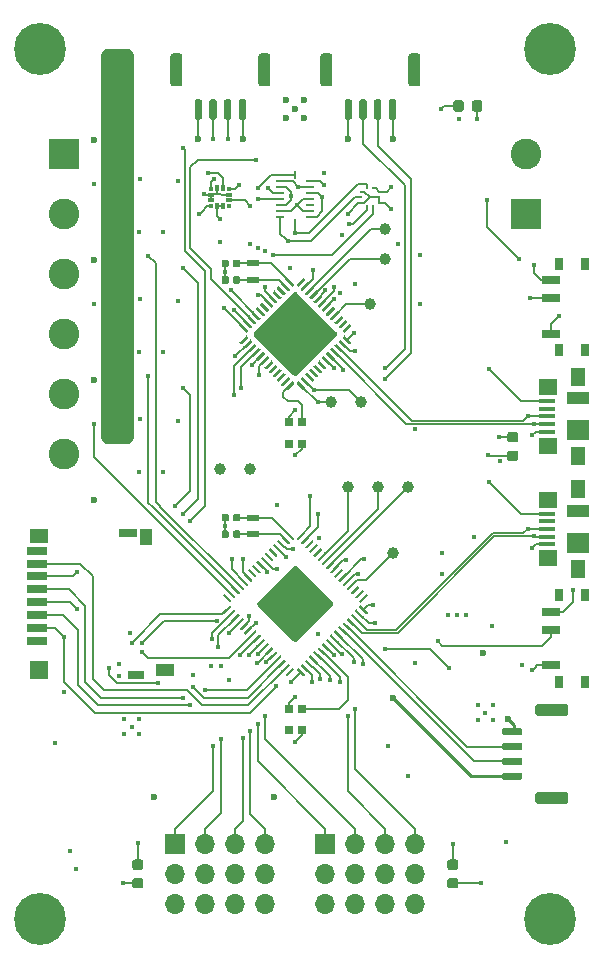
<source format=gtl>
G04 #@! TF.GenerationSoftware,KiCad,Pcbnew,(5.1.5)-3*
G04 #@! TF.CreationDate,2021-07-31T13:35:11-07:00*
G04 #@! TF.ProjectId,allfc,616c6c66-632e-46b6-9963-61645f706362,rev?*
G04 #@! TF.SameCoordinates,Original*
G04 #@! TF.FileFunction,Copper,L1,Top*
G04 #@! TF.FilePolarity,Positive*
%FSLAX46Y46*%
G04 Gerber Fmt 4.6, Leading zero omitted, Abs format (unit mm)*
G04 Created by KiCad (PCBNEW (5.1.5)-3) date 2021-07-31 13:35:11*
%MOMM*%
%LPD*%
G04 APERTURE LIST*
%ADD10C,1.000000*%
%ADD11C,0.127000*%
%ADD12R,1.900000X1.000000*%
%ADD13R,1.900000X1.800000*%
%ADD14R,1.300000X1.650000*%
%ADD15R,1.550000X1.425000*%
%ADD16R,1.380000X0.450000*%
%ADD17R,0.700000X0.700000*%
%ADD18R,1.100000X0.600000*%
%ADD19R,0.250000X0.675000*%
%ADD20R,0.675000X0.250000*%
%ADD21R,0.275000X0.250000*%
%ADD22R,0.250000X0.275000*%
%ADD23R,0.500000X0.300000*%
%ADD24R,0.400000X0.400000*%
%ADD25R,0.300000X0.500000*%
%ADD26R,2.600000X2.600000*%
%ADD27C,2.600000*%
%ADD28R,1.500000X0.700000*%
%ADD29R,0.800000X1.000000*%
%ADD30O,1.700000X1.700000*%
%ADD31R,1.700000X1.700000*%
%ADD32C,4.400000*%
%ADD33R,1.750000X0.700000*%
%ADD34R,1.500000X1.300000*%
%ADD35R,1.500000X0.800000*%
%ADD36R,1.000000X1.450000*%
%ADD37R,1.400000X0.800000*%
%ADD38R,1.500000X1.500000*%
%ADD39R,1.550000X1.000000*%
%ADD40C,0.600000*%
%ADD41C,0.450000*%
%ADD42C,0.190500*%
%ADD43C,0.254000*%
G04 APERTURE END LIST*
D10*
X94488000Y-97218500D03*
X97028000Y-97218500D03*
G04 #@! TA.AperFunction,SMDPad,CuDef*
D11*
G36*
X105497691Y-71662053D02*
G01*
X105518926Y-71665203D01*
X105539750Y-71670419D01*
X105559962Y-71677651D01*
X105579368Y-71686830D01*
X105597781Y-71697866D01*
X105615024Y-71710654D01*
X105630930Y-71725070D01*
X105645346Y-71740976D01*
X105658134Y-71758219D01*
X105669170Y-71776632D01*
X105678349Y-71796038D01*
X105685581Y-71816250D01*
X105690797Y-71837074D01*
X105693947Y-71858309D01*
X105695000Y-71879750D01*
X105695000Y-72392250D01*
X105693947Y-72413691D01*
X105690797Y-72434926D01*
X105685581Y-72455750D01*
X105678349Y-72475962D01*
X105669170Y-72495368D01*
X105658134Y-72513781D01*
X105645346Y-72531024D01*
X105630930Y-72546930D01*
X105615024Y-72561346D01*
X105597781Y-72574134D01*
X105579368Y-72585170D01*
X105559962Y-72594349D01*
X105539750Y-72601581D01*
X105518926Y-72606797D01*
X105497691Y-72609947D01*
X105476250Y-72611000D01*
X105038750Y-72611000D01*
X105017309Y-72609947D01*
X104996074Y-72606797D01*
X104975250Y-72601581D01*
X104955038Y-72594349D01*
X104935632Y-72585170D01*
X104917219Y-72574134D01*
X104899976Y-72561346D01*
X104884070Y-72546930D01*
X104869654Y-72531024D01*
X104856866Y-72513781D01*
X104845830Y-72495368D01*
X104836651Y-72475962D01*
X104829419Y-72455750D01*
X104824203Y-72434926D01*
X104821053Y-72413691D01*
X104820000Y-72392250D01*
X104820000Y-71879750D01*
X104821053Y-71858309D01*
X104824203Y-71837074D01*
X104829419Y-71816250D01*
X104836651Y-71796038D01*
X104845830Y-71776632D01*
X104856866Y-71758219D01*
X104869654Y-71740976D01*
X104884070Y-71725070D01*
X104899976Y-71710654D01*
X104917219Y-71697866D01*
X104935632Y-71686830D01*
X104955038Y-71677651D01*
X104975250Y-71670419D01*
X104996074Y-71665203D01*
X105017309Y-71662053D01*
X105038750Y-71661000D01*
X105476250Y-71661000D01*
X105497691Y-71662053D01*
G37*
G04 #@! TD.AperFunction*
G04 #@! TA.AperFunction,SMDPad,CuDef*
G36*
X107072691Y-71662053D02*
G01*
X107093926Y-71665203D01*
X107114750Y-71670419D01*
X107134962Y-71677651D01*
X107154368Y-71686830D01*
X107172781Y-71697866D01*
X107190024Y-71710654D01*
X107205930Y-71725070D01*
X107220346Y-71740976D01*
X107233134Y-71758219D01*
X107244170Y-71776632D01*
X107253349Y-71796038D01*
X107260581Y-71816250D01*
X107265797Y-71837074D01*
X107268947Y-71858309D01*
X107270000Y-71879750D01*
X107270000Y-72392250D01*
X107268947Y-72413691D01*
X107265797Y-72434926D01*
X107260581Y-72455750D01*
X107253349Y-72475962D01*
X107244170Y-72495368D01*
X107233134Y-72513781D01*
X107220346Y-72531024D01*
X107205930Y-72546930D01*
X107190024Y-72561346D01*
X107172781Y-72574134D01*
X107154368Y-72585170D01*
X107134962Y-72594349D01*
X107114750Y-72601581D01*
X107093926Y-72606797D01*
X107072691Y-72609947D01*
X107051250Y-72611000D01*
X106613750Y-72611000D01*
X106592309Y-72609947D01*
X106571074Y-72606797D01*
X106550250Y-72601581D01*
X106530038Y-72594349D01*
X106510632Y-72585170D01*
X106492219Y-72574134D01*
X106474976Y-72561346D01*
X106459070Y-72546930D01*
X106444654Y-72531024D01*
X106431866Y-72513781D01*
X106420830Y-72495368D01*
X106411651Y-72475962D01*
X106404419Y-72455750D01*
X106399203Y-72434926D01*
X106396053Y-72413691D01*
X106395000Y-72392250D01*
X106395000Y-71879750D01*
X106396053Y-71858309D01*
X106399203Y-71837074D01*
X106404419Y-71816250D01*
X106411651Y-71796038D01*
X106420830Y-71776632D01*
X106431866Y-71758219D01*
X106444654Y-71740976D01*
X106459070Y-71725070D01*
X106474976Y-71710654D01*
X106492219Y-71697866D01*
X106510632Y-71686830D01*
X106530038Y-71677651D01*
X106550250Y-71670419D01*
X106571074Y-71665203D01*
X106592309Y-71662053D01*
X106613750Y-71661000D01*
X107051250Y-71661000D01*
X107072691Y-71662053D01*
G37*
G04 #@! TD.AperFunction*
G04 #@! TA.AperFunction,SMDPad,CuDef*
G36*
X105052691Y-135936053D02*
G01*
X105073926Y-135939203D01*
X105094750Y-135944419D01*
X105114962Y-135951651D01*
X105134368Y-135960830D01*
X105152781Y-135971866D01*
X105170024Y-135984654D01*
X105185930Y-135999070D01*
X105200346Y-136014976D01*
X105213134Y-136032219D01*
X105224170Y-136050632D01*
X105233349Y-136070038D01*
X105240581Y-136090250D01*
X105245797Y-136111074D01*
X105248947Y-136132309D01*
X105250000Y-136153750D01*
X105250000Y-136591250D01*
X105248947Y-136612691D01*
X105245797Y-136633926D01*
X105240581Y-136654750D01*
X105233349Y-136674962D01*
X105224170Y-136694368D01*
X105213134Y-136712781D01*
X105200346Y-136730024D01*
X105185930Y-136745930D01*
X105170024Y-136760346D01*
X105152781Y-136773134D01*
X105134368Y-136784170D01*
X105114962Y-136793349D01*
X105094750Y-136800581D01*
X105073926Y-136805797D01*
X105052691Y-136808947D01*
X105031250Y-136810000D01*
X104518750Y-136810000D01*
X104497309Y-136808947D01*
X104476074Y-136805797D01*
X104455250Y-136800581D01*
X104435038Y-136793349D01*
X104415632Y-136784170D01*
X104397219Y-136773134D01*
X104379976Y-136760346D01*
X104364070Y-136745930D01*
X104349654Y-136730024D01*
X104336866Y-136712781D01*
X104325830Y-136694368D01*
X104316651Y-136674962D01*
X104309419Y-136654750D01*
X104304203Y-136633926D01*
X104301053Y-136612691D01*
X104300000Y-136591250D01*
X104300000Y-136153750D01*
X104301053Y-136132309D01*
X104304203Y-136111074D01*
X104309419Y-136090250D01*
X104316651Y-136070038D01*
X104325830Y-136050632D01*
X104336866Y-136032219D01*
X104349654Y-136014976D01*
X104364070Y-135999070D01*
X104379976Y-135984654D01*
X104397219Y-135971866D01*
X104415632Y-135960830D01*
X104435038Y-135951651D01*
X104455250Y-135944419D01*
X104476074Y-135939203D01*
X104497309Y-135936053D01*
X104518750Y-135935000D01*
X105031250Y-135935000D01*
X105052691Y-135936053D01*
G37*
G04 #@! TD.AperFunction*
G04 #@! TA.AperFunction,SMDPad,CuDef*
G36*
X105052691Y-137511053D02*
G01*
X105073926Y-137514203D01*
X105094750Y-137519419D01*
X105114962Y-137526651D01*
X105134368Y-137535830D01*
X105152781Y-137546866D01*
X105170024Y-137559654D01*
X105185930Y-137574070D01*
X105200346Y-137589976D01*
X105213134Y-137607219D01*
X105224170Y-137625632D01*
X105233349Y-137645038D01*
X105240581Y-137665250D01*
X105245797Y-137686074D01*
X105248947Y-137707309D01*
X105250000Y-137728750D01*
X105250000Y-138166250D01*
X105248947Y-138187691D01*
X105245797Y-138208926D01*
X105240581Y-138229750D01*
X105233349Y-138249962D01*
X105224170Y-138269368D01*
X105213134Y-138287781D01*
X105200346Y-138305024D01*
X105185930Y-138320930D01*
X105170024Y-138335346D01*
X105152781Y-138348134D01*
X105134368Y-138359170D01*
X105114962Y-138368349D01*
X105094750Y-138375581D01*
X105073926Y-138380797D01*
X105052691Y-138383947D01*
X105031250Y-138385000D01*
X104518750Y-138385000D01*
X104497309Y-138383947D01*
X104476074Y-138380797D01*
X104455250Y-138375581D01*
X104435038Y-138368349D01*
X104415632Y-138359170D01*
X104397219Y-138348134D01*
X104379976Y-138335346D01*
X104364070Y-138320930D01*
X104349654Y-138305024D01*
X104336866Y-138287781D01*
X104325830Y-138269368D01*
X104316651Y-138249962D01*
X104309419Y-138229750D01*
X104304203Y-138208926D01*
X104301053Y-138187691D01*
X104300000Y-138166250D01*
X104300000Y-137728750D01*
X104301053Y-137707309D01*
X104304203Y-137686074D01*
X104309419Y-137665250D01*
X104316651Y-137645038D01*
X104325830Y-137625632D01*
X104336866Y-137607219D01*
X104349654Y-137589976D01*
X104364070Y-137574070D01*
X104379976Y-137559654D01*
X104397219Y-137546866D01*
X104415632Y-137535830D01*
X104435038Y-137526651D01*
X104455250Y-137519419D01*
X104476074Y-137514203D01*
X104497309Y-137511053D01*
X104518750Y-137510000D01*
X105031250Y-137510000D01*
X105052691Y-137511053D01*
G37*
G04 #@! TD.AperFunction*
G04 #@! TA.AperFunction,SMDPad,CuDef*
G36*
X78382691Y-135936053D02*
G01*
X78403926Y-135939203D01*
X78424750Y-135944419D01*
X78444962Y-135951651D01*
X78464368Y-135960830D01*
X78482781Y-135971866D01*
X78500024Y-135984654D01*
X78515930Y-135999070D01*
X78530346Y-136014976D01*
X78543134Y-136032219D01*
X78554170Y-136050632D01*
X78563349Y-136070038D01*
X78570581Y-136090250D01*
X78575797Y-136111074D01*
X78578947Y-136132309D01*
X78580000Y-136153750D01*
X78580000Y-136591250D01*
X78578947Y-136612691D01*
X78575797Y-136633926D01*
X78570581Y-136654750D01*
X78563349Y-136674962D01*
X78554170Y-136694368D01*
X78543134Y-136712781D01*
X78530346Y-136730024D01*
X78515930Y-136745930D01*
X78500024Y-136760346D01*
X78482781Y-136773134D01*
X78464368Y-136784170D01*
X78444962Y-136793349D01*
X78424750Y-136800581D01*
X78403926Y-136805797D01*
X78382691Y-136808947D01*
X78361250Y-136810000D01*
X77848750Y-136810000D01*
X77827309Y-136808947D01*
X77806074Y-136805797D01*
X77785250Y-136800581D01*
X77765038Y-136793349D01*
X77745632Y-136784170D01*
X77727219Y-136773134D01*
X77709976Y-136760346D01*
X77694070Y-136745930D01*
X77679654Y-136730024D01*
X77666866Y-136712781D01*
X77655830Y-136694368D01*
X77646651Y-136674962D01*
X77639419Y-136654750D01*
X77634203Y-136633926D01*
X77631053Y-136612691D01*
X77630000Y-136591250D01*
X77630000Y-136153750D01*
X77631053Y-136132309D01*
X77634203Y-136111074D01*
X77639419Y-136090250D01*
X77646651Y-136070038D01*
X77655830Y-136050632D01*
X77666866Y-136032219D01*
X77679654Y-136014976D01*
X77694070Y-135999070D01*
X77709976Y-135984654D01*
X77727219Y-135971866D01*
X77745632Y-135960830D01*
X77765038Y-135951651D01*
X77785250Y-135944419D01*
X77806074Y-135939203D01*
X77827309Y-135936053D01*
X77848750Y-135935000D01*
X78361250Y-135935000D01*
X78382691Y-135936053D01*
G37*
G04 #@! TD.AperFunction*
G04 #@! TA.AperFunction,SMDPad,CuDef*
G36*
X78382691Y-137511053D02*
G01*
X78403926Y-137514203D01*
X78424750Y-137519419D01*
X78444962Y-137526651D01*
X78464368Y-137535830D01*
X78482781Y-137546866D01*
X78500024Y-137559654D01*
X78515930Y-137574070D01*
X78530346Y-137589976D01*
X78543134Y-137607219D01*
X78554170Y-137625632D01*
X78563349Y-137645038D01*
X78570581Y-137665250D01*
X78575797Y-137686074D01*
X78578947Y-137707309D01*
X78580000Y-137728750D01*
X78580000Y-138166250D01*
X78578947Y-138187691D01*
X78575797Y-138208926D01*
X78570581Y-138229750D01*
X78563349Y-138249962D01*
X78554170Y-138269368D01*
X78543134Y-138287781D01*
X78530346Y-138305024D01*
X78515930Y-138320930D01*
X78500024Y-138335346D01*
X78482781Y-138348134D01*
X78464368Y-138359170D01*
X78444962Y-138368349D01*
X78424750Y-138375581D01*
X78403926Y-138380797D01*
X78382691Y-138383947D01*
X78361250Y-138385000D01*
X77848750Y-138385000D01*
X77827309Y-138383947D01*
X77806074Y-138380797D01*
X77785250Y-138375581D01*
X77765038Y-138368349D01*
X77745632Y-138359170D01*
X77727219Y-138348134D01*
X77709976Y-138335346D01*
X77694070Y-138320930D01*
X77679654Y-138305024D01*
X77666866Y-138287781D01*
X77655830Y-138269368D01*
X77646651Y-138249962D01*
X77639419Y-138229750D01*
X77634203Y-138208926D01*
X77631053Y-138187691D01*
X77630000Y-138166250D01*
X77630000Y-137728750D01*
X77631053Y-137707309D01*
X77634203Y-137686074D01*
X77639419Y-137665250D01*
X77646651Y-137645038D01*
X77655830Y-137625632D01*
X77666866Y-137607219D01*
X77679654Y-137589976D01*
X77694070Y-137574070D01*
X77709976Y-137559654D01*
X77727219Y-137546866D01*
X77745632Y-137535830D01*
X77765038Y-137526651D01*
X77785250Y-137519419D01*
X77806074Y-137514203D01*
X77827309Y-137511053D01*
X77848750Y-137510000D01*
X78361250Y-137510000D01*
X78382691Y-137511053D01*
G37*
G04 #@! TD.AperFunction*
G04 #@! TA.AperFunction,SMDPad,CuDef*
G36*
X110132691Y-101316053D02*
G01*
X110153926Y-101319203D01*
X110174750Y-101324419D01*
X110194962Y-101331651D01*
X110214368Y-101340830D01*
X110232781Y-101351866D01*
X110250024Y-101364654D01*
X110265930Y-101379070D01*
X110280346Y-101394976D01*
X110293134Y-101412219D01*
X110304170Y-101430632D01*
X110313349Y-101450038D01*
X110320581Y-101470250D01*
X110325797Y-101491074D01*
X110328947Y-101512309D01*
X110330000Y-101533750D01*
X110330000Y-101971250D01*
X110328947Y-101992691D01*
X110325797Y-102013926D01*
X110320581Y-102034750D01*
X110313349Y-102054962D01*
X110304170Y-102074368D01*
X110293134Y-102092781D01*
X110280346Y-102110024D01*
X110265930Y-102125930D01*
X110250024Y-102140346D01*
X110232781Y-102153134D01*
X110214368Y-102164170D01*
X110194962Y-102173349D01*
X110174750Y-102180581D01*
X110153926Y-102185797D01*
X110132691Y-102188947D01*
X110111250Y-102190000D01*
X109598750Y-102190000D01*
X109577309Y-102188947D01*
X109556074Y-102185797D01*
X109535250Y-102180581D01*
X109515038Y-102173349D01*
X109495632Y-102164170D01*
X109477219Y-102153134D01*
X109459976Y-102140346D01*
X109444070Y-102125930D01*
X109429654Y-102110024D01*
X109416866Y-102092781D01*
X109405830Y-102074368D01*
X109396651Y-102054962D01*
X109389419Y-102034750D01*
X109384203Y-102013926D01*
X109381053Y-101992691D01*
X109380000Y-101971250D01*
X109380000Y-101533750D01*
X109381053Y-101512309D01*
X109384203Y-101491074D01*
X109389419Y-101470250D01*
X109396651Y-101450038D01*
X109405830Y-101430632D01*
X109416866Y-101412219D01*
X109429654Y-101394976D01*
X109444070Y-101379070D01*
X109459976Y-101364654D01*
X109477219Y-101351866D01*
X109495632Y-101340830D01*
X109515038Y-101331651D01*
X109535250Y-101324419D01*
X109556074Y-101319203D01*
X109577309Y-101316053D01*
X109598750Y-101315000D01*
X110111250Y-101315000D01*
X110132691Y-101316053D01*
G37*
G04 #@! TD.AperFunction*
G04 #@! TA.AperFunction,SMDPad,CuDef*
G36*
X110132691Y-99741053D02*
G01*
X110153926Y-99744203D01*
X110174750Y-99749419D01*
X110194962Y-99756651D01*
X110214368Y-99765830D01*
X110232781Y-99776866D01*
X110250024Y-99789654D01*
X110265930Y-99804070D01*
X110280346Y-99819976D01*
X110293134Y-99837219D01*
X110304170Y-99855632D01*
X110313349Y-99875038D01*
X110320581Y-99895250D01*
X110325797Y-99916074D01*
X110328947Y-99937309D01*
X110330000Y-99958750D01*
X110330000Y-100396250D01*
X110328947Y-100417691D01*
X110325797Y-100438926D01*
X110320581Y-100459750D01*
X110313349Y-100479962D01*
X110304170Y-100499368D01*
X110293134Y-100517781D01*
X110280346Y-100535024D01*
X110265930Y-100550930D01*
X110250024Y-100565346D01*
X110232781Y-100578134D01*
X110214368Y-100589170D01*
X110194962Y-100598349D01*
X110174750Y-100605581D01*
X110153926Y-100610797D01*
X110132691Y-100613947D01*
X110111250Y-100615000D01*
X109598750Y-100615000D01*
X109577309Y-100613947D01*
X109556074Y-100610797D01*
X109535250Y-100605581D01*
X109515038Y-100598349D01*
X109495632Y-100589170D01*
X109477219Y-100578134D01*
X109459976Y-100565346D01*
X109444070Y-100550930D01*
X109429654Y-100535024D01*
X109416866Y-100517781D01*
X109405830Y-100499368D01*
X109396651Y-100479962D01*
X109389419Y-100459750D01*
X109384203Y-100438926D01*
X109381053Y-100417691D01*
X109380000Y-100396250D01*
X109380000Y-99958750D01*
X109381053Y-99937309D01*
X109384203Y-99916074D01*
X109389419Y-99895250D01*
X109396651Y-99875038D01*
X109405830Y-99855632D01*
X109416866Y-99837219D01*
X109429654Y-99819976D01*
X109444070Y-99804070D01*
X109459976Y-99789654D01*
X109477219Y-99776866D01*
X109495632Y-99765830D01*
X109515038Y-99756651D01*
X109535250Y-99749419D01*
X109556074Y-99744203D01*
X109577309Y-99741053D01*
X109598750Y-99740000D01*
X110111250Y-99740000D01*
X110132691Y-99741053D01*
G37*
G04 #@! TD.AperFunction*
G04 #@! TA.AperFunction,SMDPad,CuDef*
G36*
X96079703Y-71585722D02*
G01*
X96094264Y-71587882D01*
X96108543Y-71591459D01*
X96122403Y-71596418D01*
X96135710Y-71602712D01*
X96148336Y-71610280D01*
X96160159Y-71619048D01*
X96171066Y-71628934D01*
X96180952Y-71639841D01*
X96189720Y-71651664D01*
X96197288Y-71664290D01*
X96203582Y-71677597D01*
X96208541Y-71691457D01*
X96212118Y-71705736D01*
X96214278Y-71720297D01*
X96215000Y-71735000D01*
X96215000Y-73135000D01*
X96214278Y-73149703D01*
X96212118Y-73164264D01*
X96208541Y-73178543D01*
X96203582Y-73192403D01*
X96197288Y-73205710D01*
X96189720Y-73218336D01*
X96180952Y-73230159D01*
X96171066Y-73241066D01*
X96160159Y-73250952D01*
X96148336Y-73259720D01*
X96135710Y-73267288D01*
X96122403Y-73273582D01*
X96108543Y-73278541D01*
X96094264Y-73282118D01*
X96079703Y-73284278D01*
X96065000Y-73285000D01*
X95765000Y-73285000D01*
X95750297Y-73284278D01*
X95735736Y-73282118D01*
X95721457Y-73278541D01*
X95707597Y-73273582D01*
X95694290Y-73267288D01*
X95681664Y-73259720D01*
X95669841Y-73250952D01*
X95658934Y-73241066D01*
X95649048Y-73230159D01*
X95640280Y-73218336D01*
X95632712Y-73205710D01*
X95626418Y-73192403D01*
X95621459Y-73178543D01*
X95617882Y-73164264D01*
X95615722Y-73149703D01*
X95615000Y-73135000D01*
X95615000Y-71735000D01*
X95615722Y-71720297D01*
X95617882Y-71705736D01*
X95621459Y-71691457D01*
X95626418Y-71677597D01*
X95632712Y-71664290D01*
X95640280Y-71651664D01*
X95649048Y-71639841D01*
X95658934Y-71628934D01*
X95669841Y-71619048D01*
X95681664Y-71610280D01*
X95694290Y-71602712D01*
X95707597Y-71596418D01*
X95721457Y-71591459D01*
X95735736Y-71587882D01*
X95750297Y-71585722D01*
X95765000Y-71585000D01*
X96065000Y-71585000D01*
X96079703Y-71585722D01*
G37*
G04 #@! TD.AperFunction*
G04 #@! TA.AperFunction,SMDPad,CuDef*
G36*
X97329703Y-71585722D02*
G01*
X97344264Y-71587882D01*
X97358543Y-71591459D01*
X97372403Y-71596418D01*
X97385710Y-71602712D01*
X97398336Y-71610280D01*
X97410159Y-71619048D01*
X97421066Y-71628934D01*
X97430952Y-71639841D01*
X97439720Y-71651664D01*
X97447288Y-71664290D01*
X97453582Y-71677597D01*
X97458541Y-71691457D01*
X97462118Y-71705736D01*
X97464278Y-71720297D01*
X97465000Y-71735000D01*
X97465000Y-73135000D01*
X97464278Y-73149703D01*
X97462118Y-73164264D01*
X97458541Y-73178543D01*
X97453582Y-73192403D01*
X97447288Y-73205710D01*
X97439720Y-73218336D01*
X97430952Y-73230159D01*
X97421066Y-73241066D01*
X97410159Y-73250952D01*
X97398336Y-73259720D01*
X97385710Y-73267288D01*
X97372403Y-73273582D01*
X97358543Y-73278541D01*
X97344264Y-73282118D01*
X97329703Y-73284278D01*
X97315000Y-73285000D01*
X97015000Y-73285000D01*
X97000297Y-73284278D01*
X96985736Y-73282118D01*
X96971457Y-73278541D01*
X96957597Y-73273582D01*
X96944290Y-73267288D01*
X96931664Y-73259720D01*
X96919841Y-73250952D01*
X96908934Y-73241066D01*
X96899048Y-73230159D01*
X96890280Y-73218336D01*
X96882712Y-73205710D01*
X96876418Y-73192403D01*
X96871459Y-73178543D01*
X96867882Y-73164264D01*
X96865722Y-73149703D01*
X96865000Y-73135000D01*
X96865000Y-71735000D01*
X96865722Y-71720297D01*
X96867882Y-71705736D01*
X96871459Y-71691457D01*
X96876418Y-71677597D01*
X96882712Y-71664290D01*
X96890280Y-71651664D01*
X96899048Y-71639841D01*
X96908934Y-71628934D01*
X96919841Y-71619048D01*
X96931664Y-71610280D01*
X96944290Y-71602712D01*
X96957597Y-71596418D01*
X96971457Y-71591459D01*
X96985736Y-71587882D01*
X97000297Y-71585722D01*
X97015000Y-71585000D01*
X97315000Y-71585000D01*
X97329703Y-71585722D01*
G37*
G04 #@! TD.AperFunction*
G04 #@! TA.AperFunction,SMDPad,CuDef*
G36*
X98579703Y-71585722D02*
G01*
X98594264Y-71587882D01*
X98608543Y-71591459D01*
X98622403Y-71596418D01*
X98635710Y-71602712D01*
X98648336Y-71610280D01*
X98660159Y-71619048D01*
X98671066Y-71628934D01*
X98680952Y-71639841D01*
X98689720Y-71651664D01*
X98697288Y-71664290D01*
X98703582Y-71677597D01*
X98708541Y-71691457D01*
X98712118Y-71705736D01*
X98714278Y-71720297D01*
X98715000Y-71735000D01*
X98715000Y-73135000D01*
X98714278Y-73149703D01*
X98712118Y-73164264D01*
X98708541Y-73178543D01*
X98703582Y-73192403D01*
X98697288Y-73205710D01*
X98689720Y-73218336D01*
X98680952Y-73230159D01*
X98671066Y-73241066D01*
X98660159Y-73250952D01*
X98648336Y-73259720D01*
X98635710Y-73267288D01*
X98622403Y-73273582D01*
X98608543Y-73278541D01*
X98594264Y-73282118D01*
X98579703Y-73284278D01*
X98565000Y-73285000D01*
X98265000Y-73285000D01*
X98250297Y-73284278D01*
X98235736Y-73282118D01*
X98221457Y-73278541D01*
X98207597Y-73273582D01*
X98194290Y-73267288D01*
X98181664Y-73259720D01*
X98169841Y-73250952D01*
X98158934Y-73241066D01*
X98149048Y-73230159D01*
X98140280Y-73218336D01*
X98132712Y-73205710D01*
X98126418Y-73192403D01*
X98121459Y-73178543D01*
X98117882Y-73164264D01*
X98115722Y-73149703D01*
X98115000Y-73135000D01*
X98115000Y-71735000D01*
X98115722Y-71720297D01*
X98117882Y-71705736D01*
X98121459Y-71691457D01*
X98126418Y-71677597D01*
X98132712Y-71664290D01*
X98140280Y-71651664D01*
X98149048Y-71639841D01*
X98158934Y-71628934D01*
X98169841Y-71619048D01*
X98181664Y-71610280D01*
X98194290Y-71602712D01*
X98207597Y-71596418D01*
X98221457Y-71591459D01*
X98235736Y-71587882D01*
X98250297Y-71585722D01*
X98265000Y-71585000D01*
X98565000Y-71585000D01*
X98579703Y-71585722D01*
G37*
G04 #@! TD.AperFunction*
G04 #@! TA.AperFunction,SMDPad,CuDef*
G36*
X99829703Y-71585722D02*
G01*
X99844264Y-71587882D01*
X99858543Y-71591459D01*
X99872403Y-71596418D01*
X99885710Y-71602712D01*
X99898336Y-71610280D01*
X99910159Y-71619048D01*
X99921066Y-71628934D01*
X99930952Y-71639841D01*
X99939720Y-71651664D01*
X99947288Y-71664290D01*
X99953582Y-71677597D01*
X99958541Y-71691457D01*
X99962118Y-71705736D01*
X99964278Y-71720297D01*
X99965000Y-71735000D01*
X99965000Y-73135000D01*
X99964278Y-73149703D01*
X99962118Y-73164264D01*
X99958541Y-73178543D01*
X99953582Y-73192403D01*
X99947288Y-73205710D01*
X99939720Y-73218336D01*
X99930952Y-73230159D01*
X99921066Y-73241066D01*
X99910159Y-73250952D01*
X99898336Y-73259720D01*
X99885710Y-73267288D01*
X99872403Y-73273582D01*
X99858543Y-73278541D01*
X99844264Y-73282118D01*
X99829703Y-73284278D01*
X99815000Y-73285000D01*
X99515000Y-73285000D01*
X99500297Y-73284278D01*
X99485736Y-73282118D01*
X99471457Y-73278541D01*
X99457597Y-73273582D01*
X99444290Y-73267288D01*
X99431664Y-73259720D01*
X99419841Y-73250952D01*
X99408934Y-73241066D01*
X99399048Y-73230159D01*
X99390280Y-73218336D01*
X99382712Y-73205710D01*
X99376418Y-73192403D01*
X99371459Y-73178543D01*
X99367882Y-73164264D01*
X99365722Y-73149703D01*
X99365000Y-73135000D01*
X99365000Y-71735000D01*
X99365722Y-71720297D01*
X99367882Y-71705736D01*
X99371459Y-71691457D01*
X99376418Y-71677597D01*
X99382712Y-71664290D01*
X99390280Y-71651664D01*
X99399048Y-71639841D01*
X99408934Y-71628934D01*
X99419841Y-71619048D01*
X99431664Y-71610280D01*
X99444290Y-71602712D01*
X99457597Y-71596418D01*
X99471457Y-71591459D01*
X99485736Y-71587882D01*
X99500297Y-71585722D01*
X99515000Y-71585000D01*
X99815000Y-71585000D01*
X99829703Y-71585722D01*
G37*
G04 #@! TD.AperFunction*
G04 #@! TA.AperFunction,SMDPad,CuDef*
G36*
X94339504Y-67686204D02*
G01*
X94363773Y-67689804D01*
X94387571Y-67695765D01*
X94410671Y-67704030D01*
X94432849Y-67714520D01*
X94453893Y-67727133D01*
X94473598Y-67741747D01*
X94491777Y-67758223D01*
X94508253Y-67776402D01*
X94522867Y-67796107D01*
X94535480Y-67817151D01*
X94545970Y-67839329D01*
X94554235Y-67862429D01*
X94560196Y-67886227D01*
X94563796Y-67910496D01*
X94565000Y-67935000D01*
X94565000Y-70235000D01*
X94563796Y-70259504D01*
X94560196Y-70283773D01*
X94554235Y-70307571D01*
X94545970Y-70330671D01*
X94535480Y-70352849D01*
X94522867Y-70373893D01*
X94508253Y-70393598D01*
X94491777Y-70411777D01*
X94473598Y-70428253D01*
X94453893Y-70442867D01*
X94432849Y-70455480D01*
X94410671Y-70465970D01*
X94387571Y-70474235D01*
X94363773Y-70480196D01*
X94339504Y-70483796D01*
X94315000Y-70485000D01*
X93815000Y-70485000D01*
X93790496Y-70483796D01*
X93766227Y-70480196D01*
X93742429Y-70474235D01*
X93719329Y-70465970D01*
X93697151Y-70455480D01*
X93676107Y-70442867D01*
X93656402Y-70428253D01*
X93638223Y-70411777D01*
X93621747Y-70393598D01*
X93607133Y-70373893D01*
X93594520Y-70352849D01*
X93584030Y-70330671D01*
X93575765Y-70307571D01*
X93569804Y-70283773D01*
X93566204Y-70259504D01*
X93565000Y-70235000D01*
X93565000Y-67935000D01*
X93566204Y-67910496D01*
X93569804Y-67886227D01*
X93575765Y-67862429D01*
X93584030Y-67839329D01*
X93594520Y-67817151D01*
X93607133Y-67796107D01*
X93621747Y-67776402D01*
X93638223Y-67758223D01*
X93656402Y-67741747D01*
X93676107Y-67727133D01*
X93697151Y-67714520D01*
X93719329Y-67704030D01*
X93742429Y-67695765D01*
X93766227Y-67689804D01*
X93790496Y-67686204D01*
X93815000Y-67685000D01*
X94315000Y-67685000D01*
X94339504Y-67686204D01*
G37*
G04 #@! TD.AperFunction*
G04 #@! TA.AperFunction,SMDPad,CuDef*
G36*
X101789504Y-67686204D02*
G01*
X101813773Y-67689804D01*
X101837571Y-67695765D01*
X101860671Y-67704030D01*
X101882849Y-67714520D01*
X101903893Y-67727133D01*
X101923598Y-67741747D01*
X101941777Y-67758223D01*
X101958253Y-67776402D01*
X101972867Y-67796107D01*
X101985480Y-67817151D01*
X101995970Y-67839329D01*
X102004235Y-67862429D01*
X102010196Y-67886227D01*
X102013796Y-67910496D01*
X102015000Y-67935000D01*
X102015000Y-70235000D01*
X102013796Y-70259504D01*
X102010196Y-70283773D01*
X102004235Y-70307571D01*
X101995970Y-70330671D01*
X101985480Y-70352849D01*
X101972867Y-70373893D01*
X101958253Y-70393598D01*
X101941777Y-70411777D01*
X101923598Y-70428253D01*
X101903893Y-70442867D01*
X101882849Y-70455480D01*
X101860671Y-70465970D01*
X101837571Y-70474235D01*
X101813773Y-70480196D01*
X101789504Y-70483796D01*
X101765000Y-70485000D01*
X101265000Y-70485000D01*
X101240496Y-70483796D01*
X101216227Y-70480196D01*
X101192429Y-70474235D01*
X101169329Y-70465970D01*
X101147151Y-70455480D01*
X101126107Y-70442867D01*
X101106402Y-70428253D01*
X101088223Y-70411777D01*
X101071747Y-70393598D01*
X101057133Y-70373893D01*
X101044520Y-70352849D01*
X101034030Y-70330671D01*
X101025765Y-70307571D01*
X101019804Y-70283773D01*
X101016204Y-70259504D01*
X101015000Y-70235000D01*
X101015000Y-67935000D01*
X101016204Y-67910496D01*
X101019804Y-67886227D01*
X101025765Y-67862429D01*
X101034030Y-67839329D01*
X101044520Y-67817151D01*
X101057133Y-67796107D01*
X101071747Y-67776402D01*
X101088223Y-67758223D01*
X101106402Y-67741747D01*
X101126107Y-67727133D01*
X101147151Y-67714520D01*
X101169329Y-67704030D01*
X101192429Y-67695765D01*
X101216227Y-67689804D01*
X101240496Y-67686204D01*
X101265000Y-67685000D01*
X101765000Y-67685000D01*
X101789504Y-67686204D01*
G37*
G04 #@! TD.AperFunction*
G04 #@! TA.AperFunction,SMDPad,CuDef*
G36*
X83379703Y-71585722D02*
G01*
X83394264Y-71587882D01*
X83408543Y-71591459D01*
X83422403Y-71596418D01*
X83435710Y-71602712D01*
X83448336Y-71610280D01*
X83460159Y-71619048D01*
X83471066Y-71628934D01*
X83480952Y-71639841D01*
X83489720Y-71651664D01*
X83497288Y-71664290D01*
X83503582Y-71677597D01*
X83508541Y-71691457D01*
X83512118Y-71705736D01*
X83514278Y-71720297D01*
X83515000Y-71735000D01*
X83515000Y-73135000D01*
X83514278Y-73149703D01*
X83512118Y-73164264D01*
X83508541Y-73178543D01*
X83503582Y-73192403D01*
X83497288Y-73205710D01*
X83489720Y-73218336D01*
X83480952Y-73230159D01*
X83471066Y-73241066D01*
X83460159Y-73250952D01*
X83448336Y-73259720D01*
X83435710Y-73267288D01*
X83422403Y-73273582D01*
X83408543Y-73278541D01*
X83394264Y-73282118D01*
X83379703Y-73284278D01*
X83365000Y-73285000D01*
X83065000Y-73285000D01*
X83050297Y-73284278D01*
X83035736Y-73282118D01*
X83021457Y-73278541D01*
X83007597Y-73273582D01*
X82994290Y-73267288D01*
X82981664Y-73259720D01*
X82969841Y-73250952D01*
X82958934Y-73241066D01*
X82949048Y-73230159D01*
X82940280Y-73218336D01*
X82932712Y-73205710D01*
X82926418Y-73192403D01*
X82921459Y-73178543D01*
X82917882Y-73164264D01*
X82915722Y-73149703D01*
X82915000Y-73135000D01*
X82915000Y-71735000D01*
X82915722Y-71720297D01*
X82917882Y-71705736D01*
X82921459Y-71691457D01*
X82926418Y-71677597D01*
X82932712Y-71664290D01*
X82940280Y-71651664D01*
X82949048Y-71639841D01*
X82958934Y-71628934D01*
X82969841Y-71619048D01*
X82981664Y-71610280D01*
X82994290Y-71602712D01*
X83007597Y-71596418D01*
X83021457Y-71591459D01*
X83035736Y-71587882D01*
X83050297Y-71585722D01*
X83065000Y-71585000D01*
X83365000Y-71585000D01*
X83379703Y-71585722D01*
G37*
G04 #@! TD.AperFunction*
G04 #@! TA.AperFunction,SMDPad,CuDef*
G36*
X84629703Y-71585722D02*
G01*
X84644264Y-71587882D01*
X84658543Y-71591459D01*
X84672403Y-71596418D01*
X84685710Y-71602712D01*
X84698336Y-71610280D01*
X84710159Y-71619048D01*
X84721066Y-71628934D01*
X84730952Y-71639841D01*
X84739720Y-71651664D01*
X84747288Y-71664290D01*
X84753582Y-71677597D01*
X84758541Y-71691457D01*
X84762118Y-71705736D01*
X84764278Y-71720297D01*
X84765000Y-71735000D01*
X84765000Y-73135000D01*
X84764278Y-73149703D01*
X84762118Y-73164264D01*
X84758541Y-73178543D01*
X84753582Y-73192403D01*
X84747288Y-73205710D01*
X84739720Y-73218336D01*
X84730952Y-73230159D01*
X84721066Y-73241066D01*
X84710159Y-73250952D01*
X84698336Y-73259720D01*
X84685710Y-73267288D01*
X84672403Y-73273582D01*
X84658543Y-73278541D01*
X84644264Y-73282118D01*
X84629703Y-73284278D01*
X84615000Y-73285000D01*
X84315000Y-73285000D01*
X84300297Y-73284278D01*
X84285736Y-73282118D01*
X84271457Y-73278541D01*
X84257597Y-73273582D01*
X84244290Y-73267288D01*
X84231664Y-73259720D01*
X84219841Y-73250952D01*
X84208934Y-73241066D01*
X84199048Y-73230159D01*
X84190280Y-73218336D01*
X84182712Y-73205710D01*
X84176418Y-73192403D01*
X84171459Y-73178543D01*
X84167882Y-73164264D01*
X84165722Y-73149703D01*
X84165000Y-73135000D01*
X84165000Y-71735000D01*
X84165722Y-71720297D01*
X84167882Y-71705736D01*
X84171459Y-71691457D01*
X84176418Y-71677597D01*
X84182712Y-71664290D01*
X84190280Y-71651664D01*
X84199048Y-71639841D01*
X84208934Y-71628934D01*
X84219841Y-71619048D01*
X84231664Y-71610280D01*
X84244290Y-71602712D01*
X84257597Y-71596418D01*
X84271457Y-71591459D01*
X84285736Y-71587882D01*
X84300297Y-71585722D01*
X84315000Y-71585000D01*
X84615000Y-71585000D01*
X84629703Y-71585722D01*
G37*
G04 #@! TD.AperFunction*
G04 #@! TA.AperFunction,SMDPad,CuDef*
G36*
X85879703Y-71585722D02*
G01*
X85894264Y-71587882D01*
X85908543Y-71591459D01*
X85922403Y-71596418D01*
X85935710Y-71602712D01*
X85948336Y-71610280D01*
X85960159Y-71619048D01*
X85971066Y-71628934D01*
X85980952Y-71639841D01*
X85989720Y-71651664D01*
X85997288Y-71664290D01*
X86003582Y-71677597D01*
X86008541Y-71691457D01*
X86012118Y-71705736D01*
X86014278Y-71720297D01*
X86015000Y-71735000D01*
X86015000Y-73135000D01*
X86014278Y-73149703D01*
X86012118Y-73164264D01*
X86008541Y-73178543D01*
X86003582Y-73192403D01*
X85997288Y-73205710D01*
X85989720Y-73218336D01*
X85980952Y-73230159D01*
X85971066Y-73241066D01*
X85960159Y-73250952D01*
X85948336Y-73259720D01*
X85935710Y-73267288D01*
X85922403Y-73273582D01*
X85908543Y-73278541D01*
X85894264Y-73282118D01*
X85879703Y-73284278D01*
X85865000Y-73285000D01*
X85565000Y-73285000D01*
X85550297Y-73284278D01*
X85535736Y-73282118D01*
X85521457Y-73278541D01*
X85507597Y-73273582D01*
X85494290Y-73267288D01*
X85481664Y-73259720D01*
X85469841Y-73250952D01*
X85458934Y-73241066D01*
X85449048Y-73230159D01*
X85440280Y-73218336D01*
X85432712Y-73205710D01*
X85426418Y-73192403D01*
X85421459Y-73178543D01*
X85417882Y-73164264D01*
X85415722Y-73149703D01*
X85415000Y-73135000D01*
X85415000Y-71735000D01*
X85415722Y-71720297D01*
X85417882Y-71705736D01*
X85421459Y-71691457D01*
X85426418Y-71677597D01*
X85432712Y-71664290D01*
X85440280Y-71651664D01*
X85449048Y-71639841D01*
X85458934Y-71628934D01*
X85469841Y-71619048D01*
X85481664Y-71610280D01*
X85494290Y-71602712D01*
X85507597Y-71596418D01*
X85521457Y-71591459D01*
X85535736Y-71587882D01*
X85550297Y-71585722D01*
X85565000Y-71585000D01*
X85865000Y-71585000D01*
X85879703Y-71585722D01*
G37*
G04 #@! TD.AperFunction*
G04 #@! TA.AperFunction,SMDPad,CuDef*
G36*
X87129703Y-71585722D02*
G01*
X87144264Y-71587882D01*
X87158543Y-71591459D01*
X87172403Y-71596418D01*
X87185710Y-71602712D01*
X87198336Y-71610280D01*
X87210159Y-71619048D01*
X87221066Y-71628934D01*
X87230952Y-71639841D01*
X87239720Y-71651664D01*
X87247288Y-71664290D01*
X87253582Y-71677597D01*
X87258541Y-71691457D01*
X87262118Y-71705736D01*
X87264278Y-71720297D01*
X87265000Y-71735000D01*
X87265000Y-73135000D01*
X87264278Y-73149703D01*
X87262118Y-73164264D01*
X87258541Y-73178543D01*
X87253582Y-73192403D01*
X87247288Y-73205710D01*
X87239720Y-73218336D01*
X87230952Y-73230159D01*
X87221066Y-73241066D01*
X87210159Y-73250952D01*
X87198336Y-73259720D01*
X87185710Y-73267288D01*
X87172403Y-73273582D01*
X87158543Y-73278541D01*
X87144264Y-73282118D01*
X87129703Y-73284278D01*
X87115000Y-73285000D01*
X86815000Y-73285000D01*
X86800297Y-73284278D01*
X86785736Y-73282118D01*
X86771457Y-73278541D01*
X86757597Y-73273582D01*
X86744290Y-73267288D01*
X86731664Y-73259720D01*
X86719841Y-73250952D01*
X86708934Y-73241066D01*
X86699048Y-73230159D01*
X86690280Y-73218336D01*
X86682712Y-73205710D01*
X86676418Y-73192403D01*
X86671459Y-73178543D01*
X86667882Y-73164264D01*
X86665722Y-73149703D01*
X86665000Y-73135000D01*
X86665000Y-71735000D01*
X86665722Y-71720297D01*
X86667882Y-71705736D01*
X86671459Y-71691457D01*
X86676418Y-71677597D01*
X86682712Y-71664290D01*
X86690280Y-71651664D01*
X86699048Y-71639841D01*
X86708934Y-71628934D01*
X86719841Y-71619048D01*
X86731664Y-71610280D01*
X86744290Y-71602712D01*
X86757597Y-71596418D01*
X86771457Y-71591459D01*
X86785736Y-71587882D01*
X86800297Y-71585722D01*
X86815000Y-71585000D01*
X87115000Y-71585000D01*
X87129703Y-71585722D01*
G37*
G04 #@! TD.AperFunction*
G04 #@! TA.AperFunction,SMDPad,CuDef*
G36*
X81639504Y-67686204D02*
G01*
X81663773Y-67689804D01*
X81687571Y-67695765D01*
X81710671Y-67704030D01*
X81732849Y-67714520D01*
X81753893Y-67727133D01*
X81773598Y-67741747D01*
X81791777Y-67758223D01*
X81808253Y-67776402D01*
X81822867Y-67796107D01*
X81835480Y-67817151D01*
X81845970Y-67839329D01*
X81854235Y-67862429D01*
X81860196Y-67886227D01*
X81863796Y-67910496D01*
X81865000Y-67935000D01*
X81865000Y-70235000D01*
X81863796Y-70259504D01*
X81860196Y-70283773D01*
X81854235Y-70307571D01*
X81845970Y-70330671D01*
X81835480Y-70352849D01*
X81822867Y-70373893D01*
X81808253Y-70393598D01*
X81791777Y-70411777D01*
X81773598Y-70428253D01*
X81753893Y-70442867D01*
X81732849Y-70455480D01*
X81710671Y-70465970D01*
X81687571Y-70474235D01*
X81663773Y-70480196D01*
X81639504Y-70483796D01*
X81615000Y-70485000D01*
X81115000Y-70485000D01*
X81090496Y-70483796D01*
X81066227Y-70480196D01*
X81042429Y-70474235D01*
X81019329Y-70465970D01*
X80997151Y-70455480D01*
X80976107Y-70442867D01*
X80956402Y-70428253D01*
X80938223Y-70411777D01*
X80921747Y-70393598D01*
X80907133Y-70373893D01*
X80894520Y-70352849D01*
X80884030Y-70330671D01*
X80875765Y-70307571D01*
X80869804Y-70283773D01*
X80866204Y-70259504D01*
X80865000Y-70235000D01*
X80865000Y-67935000D01*
X80866204Y-67910496D01*
X80869804Y-67886227D01*
X80875765Y-67862429D01*
X80884030Y-67839329D01*
X80894520Y-67817151D01*
X80907133Y-67796107D01*
X80921747Y-67776402D01*
X80938223Y-67758223D01*
X80956402Y-67741747D01*
X80976107Y-67727133D01*
X80997151Y-67714520D01*
X81019329Y-67704030D01*
X81042429Y-67695765D01*
X81066227Y-67689804D01*
X81090496Y-67686204D01*
X81115000Y-67685000D01*
X81615000Y-67685000D01*
X81639504Y-67686204D01*
G37*
G04 #@! TD.AperFunction*
G04 #@! TA.AperFunction,SMDPad,CuDef*
G36*
X89089504Y-67686204D02*
G01*
X89113773Y-67689804D01*
X89137571Y-67695765D01*
X89160671Y-67704030D01*
X89182849Y-67714520D01*
X89203893Y-67727133D01*
X89223598Y-67741747D01*
X89241777Y-67758223D01*
X89258253Y-67776402D01*
X89272867Y-67796107D01*
X89285480Y-67817151D01*
X89295970Y-67839329D01*
X89304235Y-67862429D01*
X89310196Y-67886227D01*
X89313796Y-67910496D01*
X89315000Y-67935000D01*
X89315000Y-70235000D01*
X89313796Y-70259504D01*
X89310196Y-70283773D01*
X89304235Y-70307571D01*
X89295970Y-70330671D01*
X89285480Y-70352849D01*
X89272867Y-70373893D01*
X89258253Y-70393598D01*
X89241777Y-70411777D01*
X89223598Y-70428253D01*
X89203893Y-70442867D01*
X89182849Y-70455480D01*
X89160671Y-70465970D01*
X89137571Y-70474235D01*
X89113773Y-70480196D01*
X89089504Y-70483796D01*
X89065000Y-70485000D01*
X88565000Y-70485000D01*
X88540496Y-70483796D01*
X88516227Y-70480196D01*
X88492429Y-70474235D01*
X88469329Y-70465970D01*
X88447151Y-70455480D01*
X88426107Y-70442867D01*
X88406402Y-70428253D01*
X88388223Y-70411777D01*
X88371747Y-70393598D01*
X88357133Y-70373893D01*
X88344520Y-70352849D01*
X88334030Y-70330671D01*
X88325765Y-70307571D01*
X88319804Y-70283773D01*
X88316204Y-70259504D01*
X88315000Y-70235000D01*
X88315000Y-67935000D01*
X88316204Y-67910496D01*
X88319804Y-67886227D01*
X88325765Y-67862429D01*
X88334030Y-67839329D01*
X88344520Y-67817151D01*
X88357133Y-67796107D01*
X88371747Y-67776402D01*
X88388223Y-67758223D01*
X88406402Y-67741747D01*
X88426107Y-67727133D01*
X88447151Y-67714520D01*
X88469329Y-67704030D01*
X88492429Y-67695765D01*
X88516227Y-67689804D01*
X88540496Y-67686204D01*
X88565000Y-67685000D01*
X89065000Y-67685000D01*
X89089504Y-67686204D01*
G37*
G04 #@! TD.AperFunction*
G04 #@! TA.AperFunction,SMDPad,CuDef*
G36*
X114334504Y-130226204D02*
G01*
X114358773Y-130229804D01*
X114382571Y-130235765D01*
X114405671Y-130244030D01*
X114427849Y-130254520D01*
X114448893Y-130267133D01*
X114468598Y-130281747D01*
X114486777Y-130298223D01*
X114503253Y-130316402D01*
X114517867Y-130336107D01*
X114530480Y-130357151D01*
X114540970Y-130379329D01*
X114549235Y-130402429D01*
X114555196Y-130426227D01*
X114558796Y-130450496D01*
X114560000Y-130475000D01*
X114560000Y-130975000D01*
X114558796Y-130999504D01*
X114555196Y-131023773D01*
X114549235Y-131047571D01*
X114540970Y-131070671D01*
X114530480Y-131092849D01*
X114517867Y-131113893D01*
X114503253Y-131133598D01*
X114486777Y-131151777D01*
X114468598Y-131168253D01*
X114448893Y-131182867D01*
X114427849Y-131195480D01*
X114405671Y-131205970D01*
X114382571Y-131214235D01*
X114358773Y-131220196D01*
X114334504Y-131223796D01*
X114310000Y-131225000D01*
X112010000Y-131225000D01*
X111985496Y-131223796D01*
X111961227Y-131220196D01*
X111937429Y-131214235D01*
X111914329Y-131205970D01*
X111892151Y-131195480D01*
X111871107Y-131182867D01*
X111851402Y-131168253D01*
X111833223Y-131151777D01*
X111816747Y-131133598D01*
X111802133Y-131113893D01*
X111789520Y-131092849D01*
X111779030Y-131070671D01*
X111770765Y-131047571D01*
X111764804Y-131023773D01*
X111761204Y-130999504D01*
X111760000Y-130975000D01*
X111760000Y-130475000D01*
X111761204Y-130450496D01*
X111764804Y-130426227D01*
X111770765Y-130402429D01*
X111779030Y-130379329D01*
X111789520Y-130357151D01*
X111802133Y-130336107D01*
X111816747Y-130316402D01*
X111833223Y-130298223D01*
X111851402Y-130281747D01*
X111871107Y-130267133D01*
X111892151Y-130254520D01*
X111914329Y-130244030D01*
X111937429Y-130235765D01*
X111961227Y-130229804D01*
X111985496Y-130226204D01*
X112010000Y-130225000D01*
X114310000Y-130225000D01*
X114334504Y-130226204D01*
G37*
G04 #@! TD.AperFunction*
G04 #@! TA.AperFunction,SMDPad,CuDef*
G36*
X114334504Y-122776204D02*
G01*
X114358773Y-122779804D01*
X114382571Y-122785765D01*
X114405671Y-122794030D01*
X114427849Y-122804520D01*
X114448893Y-122817133D01*
X114468598Y-122831747D01*
X114486777Y-122848223D01*
X114503253Y-122866402D01*
X114517867Y-122886107D01*
X114530480Y-122907151D01*
X114540970Y-122929329D01*
X114549235Y-122952429D01*
X114555196Y-122976227D01*
X114558796Y-123000496D01*
X114560000Y-123025000D01*
X114560000Y-123525000D01*
X114558796Y-123549504D01*
X114555196Y-123573773D01*
X114549235Y-123597571D01*
X114540970Y-123620671D01*
X114530480Y-123642849D01*
X114517867Y-123663893D01*
X114503253Y-123683598D01*
X114486777Y-123701777D01*
X114468598Y-123718253D01*
X114448893Y-123732867D01*
X114427849Y-123745480D01*
X114405671Y-123755970D01*
X114382571Y-123764235D01*
X114358773Y-123770196D01*
X114334504Y-123773796D01*
X114310000Y-123775000D01*
X112010000Y-123775000D01*
X111985496Y-123773796D01*
X111961227Y-123770196D01*
X111937429Y-123764235D01*
X111914329Y-123755970D01*
X111892151Y-123745480D01*
X111871107Y-123732867D01*
X111851402Y-123718253D01*
X111833223Y-123701777D01*
X111816747Y-123683598D01*
X111802133Y-123663893D01*
X111789520Y-123642849D01*
X111779030Y-123620671D01*
X111770765Y-123597571D01*
X111764804Y-123573773D01*
X111761204Y-123549504D01*
X111760000Y-123525000D01*
X111760000Y-123025000D01*
X111761204Y-123000496D01*
X111764804Y-122976227D01*
X111770765Y-122952429D01*
X111779030Y-122929329D01*
X111789520Y-122907151D01*
X111802133Y-122886107D01*
X111816747Y-122866402D01*
X111833223Y-122848223D01*
X111851402Y-122831747D01*
X111871107Y-122817133D01*
X111892151Y-122804520D01*
X111914329Y-122794030D01*
X111937429Y-122785765D01*
X111961227Y-122779804D01*
X111985496Y-122776204D01*
X112010000Y-122775000D01*
X114310000Y-122775000D01*
X114334504Y-122776204D01*
G37*
G04 #@! TD.AperFunction*
G04 #@! TA.AperFunction,SMDPad,CuDef*
G36*
X110524703Y-128575722D02*
G01*
X110539264Y-128577882D01*
X110553543Y-128581459D01*
X110567403Y-128586418D01*
X110580710Y-128592712D01*
X110593336Y-128600280D01*
X110605159Y-128609048D01*
X110616066Y-128618934D01*
X110625952Y-128629841D01*
X110634720Y-128641664D01*
X110642288Y-128654290D01*
X110648582Y-128667597D01*
X110653541Y-128681457D01*
X110657118Y-128695736D01*
X110659278Y-128710297D01*
X110660000Y-128725000D01*
X110660000Y-129025000D01*
X110659278Y-129039703D01*
X110657118Y-129054264D01*
X110653541Y-129068543D01*
X110648582Y-129082403D01*
X110642288Y-129095710D01*
X110634720Y-129108336D01*
X110625952Y-129120159D01*
X110616066Y-129131066D01*
X110605159Y-129140952D01*
X110593336Y-129149720D01*
X110580710Y-129157288D01*
X110567403Y-129163582D01*
X110553543Y-129168541D01*
X110539264Y-129172118D01*
X110524703Y-129174278D01*
X110510000Y-129175000D01*
X109110000Y-129175000D01*
X109095297Y-129174278D01*
X109080736Y-129172118D01*
X109066457Y-129168541D01*
X109052597Y-129163582D01*
X109039290Y-129157288D01*
X109026664Y-129149720D01*
X109014841Y-129140952D01*
X109003934Y-129131066D01*
X108994048Y-129120159D01*
X108985280Y-129108336D01*
X108977712Y-129095710D01*
X108971418Y-129082403D01*
X108966459Y-129068543D01*
X108962882Y-129054264D01*
X108960722Y-129039703D01*
X108960000Y-129025000D01*
X108960000Y-128725000D01*
X108960722Y-128710297D01*
X108962882Y-128695736D01*
X108966459Y-128681457D01*
X108971418Y-128667597D01*
X108977712Y-128654290D01*
X108985280Y-128641664D01*
X108994048Y-128629841D01*
X109003934Y-128618934D01*
X109014841Y-128609048D01*
X109026664Y-128600280D01*
X109039290Y-128592712D01*
X109052597Y-128586418D01*
X109066457Y-128581459D01*
X109080736Y-128577882D01*
X109095297Y-128575722D01*
X109110000Y-128575000D01*
X110510000Y-128575000D01*
X110524703Y-128575722D01*
G37*
G04 #@! TD.AperFunction*
G04 #@! TA.AperFunction,SMDPad,CuDef*
G36*
X110524703Y-127325722D02*
G01*
X110539264Y-127327882D01*
X110553543Y-127331459D01*
X110567403Y-127336418D01*
X110580710Y-127342712D01*
X110593336Y-127350280D01*
X110605159Y-127359048D01*
X110616066Y-127368934D01*
X110625952Y-127379841D01*
X110634720Y-127391664D01*
X110642288Y-127404290D01*
X110648582Y-127417597D01*
X110653541Y-127431457D01*
X110657118Y-127445736D01*
X110659278Y-127460297D01*
X110660000Y-127475000D01*
X110660000Y-127775000D01*
X110659278Y-127789703D01*
X110657118Y-127804264D01*
X110653541Y-127818543D01*
X110648582Y-127832403D01*
X110642288Y-127845710D01*
X110634720Y-127858336D01*
X110625952Y-127870159D01*
X110616066Y-127881066D01*
X110605159Y-127890952D01*
X110593336Y-127899720D01*
X110580710Y-127907288D01*
X110567403Y-127913582D01*
X110553543Y-127918541D01*
X110539264Y-127922118D01*
X110524703Y-127924278D01*
X110510000Y-127925000D01*
X109110000Y-127925000D01*
X109095297Y-127924278D01*
X109080736Y-127922118D01*
X109066457Y-127918541D01*
X109052597Y-127913582D01*
X109039290Y-127907288D01*
X109026664Y-127899720D01*
X109014841Y-127890952D01*
X109003934Y-127881066D01*
X108994048Y-127870159D01*
X108985280Y-127858336D01*
X108977712Y-127845710D01*
X108971418Y-127832403D01*
X108966459Y-127818543D01*
X108962882Y-127804264D01*
X108960722Y-127789703D01*
X108960000Y-127775000D01*
X108960000Y-127475000D01*
X108960722Y-127460297D01*
X108962882Y-127445736D01*
X108966459Y-127431457D01*
X108971418Y-127417597D01*
X108977712Y-127404290D01*
X108985280Y-127391664D01*
X108994048Y-127379841D01*
X109003934Y-127368934D01*
X109014841Y-127359048D01*
X109026664Y-127350280D01*
X109039290Y-127342712D01*
X109052597Y-127336418D01*
X109066457Y-127331459D01*
X109080736Y-127327882D01*
X109095297Y-127325722D01*
X109110000Y-127325000D01*
X110510000Y-127325000D01*
X110524703Y-127325722D01*
G37*
G04 #@! TD.AperFunction*
G04 #@! TA.AperFunction,SMDPad,CuDef*
G36*
X110524703Y-126075722D02*
G01*
X110539264Y-126077882D01*
X110553543Y-126081459D01*
X110567403Y-126086418D01*
X110580710Y-126092712D01*
X110593336Y-126100280D01*
X110605159Y-126109048D01*
X110616066Y-126118934D01*
X110625952Y-126129841D01*
X110634720Y-126141664D01*
X110642288Y-126154290D01*
X110648582Y-126167597D01*
X110653541Y-126181457D01*
X110657118Y-126195736D01*
X110659278Y-126210297D01*
X110660000Y-126225000D01*
X110660000Y-126525000D01*
X110659278Y-126539703D01*
X110657118Y-126554264D01*
X110653541Y-126568543D01*
X110648582Y-126582403D01*
X110642288Y-126595710D01*
X110634720Y-126608336D01*
X110625952Y-126620159D01*
X110616066Y-126631066D01*
X110605159Y-126640952D01*
X110593336Y-126649720D01*
X110580710Y-126657288D01*
X110567403Y-126663582D01*
X110553543Y-126668541D01*
X110539264Y-126672118D01*
X110524703Y-126674278D01*
X110510000Y-126675000D01*
X109110000Y-126675000D01*
X109095297Y-126674278D01*
X109080736Y-126672118D01*
X109066457Y-126668541D01*
X109052597Y-126663582D01*
X109039290Y-126657288D01*
X109026664Y-126649720D01*
X109014841Y-126640952D01*
X109003934Y-126631066D01*
X108994048Y-126620159D01*
X108985280Y-126608336D01*
X108977712Y-126595710D01*
X108971418Y-126582403D01*
X108966459Y-126568543D01*
X108962882Y-126554264D01*
X108960722Y-126539703D01*
X108960000Y-126525000D01*
X108960000Y-126225000D01*
X108960722Y-126210297D01*
X108962882Y-126195736D01*
X108966459Y-126181457D01*
X108971418Y-126167597D01*
X108977712Y-126154290D01*
X108985280Y-126141664D01*
X108994048Y-126129841D01*
X109003934Y-126118934D01*
X109014841Y-126109048D01*
X109026664Y-126100280D01*
X109039290Y-126092712D01*
X109052597Y-126086418D01*
X109066457Y-126081459D01*
X109080736Y-126077882D01*
X109095297Y-126075722D01*
X109110000Y-126075000D01*
X110510000Y-126075000D01*
X110524703Y-126075722D01*
G37*
G04 #@! TD.AperFunction*
G04 #@! TA.AperFunction,SMDPad,CuDef*
G36*
X110524703Y-124825722D02*
G01*
X110539264Y-124827882D01*
X110553543Y-124831459D01*
X110567403Y-124836418D01*
X110580710Y-124842712D01*
X110593336Y-124850280D01*
X110605159Y-124859048D01*
X110616066Y-124868934D01*
X110625952Y-124879841D01*
X110634720Y-124891664D01*
X110642288Y-124904290D01*
X110648582Y-124917597D01*
X110653541Y-124931457D01*
X110657118Y-124945736D01*
X110659278Y-124960297D01*
X110660000Y-124975000D01*
X110660000Y-125275000D01*
X110659278Y-125289703D01*
X110657118Y-125304264D01*
X110653541Y-125318543D01*
X110648582Y-125332403D01*
X110642288Y-125345710D01*
X110634720Y-125358336D01*
X110625952Y-125370159D01*
X110616066Y-125381066D01*
X110605159Y-125390952D01*
X110593336Y-125399720D01*
X110580710Y-125407288D01*
X110567403Y-125413582D01*
X110553543Y-125418541D01*
X110539264Y-125422118D01*
X110524703Y-125424278D01*
X110510000Y-125425000D01*
X109110000Y-125425000D01*
X109095297Y-125424278D01*
X109080736Y-125422118D01*
X109066457Y-125418541D01*
X109052597Y-125413582D01*
X109039290Y-125407288D01*
X109026664Y-125399720D01*
X109014841Y-125390952D01*
X109003934Y-125381066D01*
X108994048Y-125370159D01*
X108985280Y-125358336D01*
X108977712Y-125345710D01*
X108971418Y-125332403D01*
X108966459Y-125318543D01*
X108962882Y-125304264D01*
X108960722Y-125289703D01*
X108960000Y-125275000D01*
X108960000Y-124975000D01*
X108960722Y-124960297D01*
X108962882Y-124945736D01*
X108966459Y-124931457D01*
X108971418Y-124917597D01*
X108977712Y-124904290D01*
X108985280Y-124891664D01*
X108994048Y-124879841D01*
X109003934Y-124868934D01*
X109014841Y-124859048D01*
X109026664Y-124850280D01*
X109039290Y-124842712D01*
X109052597Y-124836418D01*
X109066457Y-124831459D01*
X109080736Y-124827882D01*
X109095297Y-124825722D01*
X109110000Y-124825000D01*
X110510000Y-124825000D01*
X110524703Y-124825722D01*
G37*
G04 #@! TD.AperFunction*
D10*
X99695000Y-109982000D03*
D12*
X115373000Y-96875000D03*
D13*
X115373000Y-99575000D03*
D14*
X115373000Y-95050000D03*
X115373000Y-101800000D03*
D15*
X112798000Y-95937500D03*
X112798000Y-100912500D03*
D16*
X112713000Y-97125000D03*
X112713000Y-97775000D03*
X112713000Y-98425000D03*
X112713000Y-99075000D03*
X112713000Y-99725000D03*
D12*
X115373000Y-106400000D03*
D13*
X115373000Y-109100000D03*
D14*
X115373000Y-104575000D03*
X115373000Y-111325000D03*
D15*
X112798000Y-105462500D03*
X112798000Y-110437500D03*
D16*
X112713000Y-106650000D03*
X112713000Y-107300000D03*
X112713000Y-107950000D03*
X112713000Y-108600000D03*
X112713000Y-109250000D03*
D10*
X87630000Y-102870000D03*
X85090000Y-102870000D03*
X99060000Y-85090000D03*
X99060000Y-82550000D03*
X100965000Y-104394000D03*
X95885000Y-104394000D03*
X98425000Y-104394000D03*
X97790000Y-88900000D03*
D17*
X91990000Y-98907000D03*
X90890000Y-100737000D03*
X90890000Y-98907000D03*
X91990000Y-100737000D03*
X91990000Y-123164000D03*
X90890000Y-124994000D03*
X90890000Y-123164000D03*
X91990000Y-124994000D03*
D18*
X87884000Y-86869500D03*
X87884000Y-85469500D03*
G04 #@! TA.AperFunction,SMDPad,CuDef*
D11*
G36*
X91464504Y-111081354D02*
G01*
X91488772Y-111084954D01*
X91512570Y-111090915D01*
X91535670Y-111099180D01*
X91557848Y-111109669D01*
X91578891Y-111122282D01*
X91598596Y-111136897D01*
X91616775Y-111153372D01*
X94586628Y-114123225D01*
X94603103Y-114141404D01*
X94617718Y-114161109D01*
X94630331Y-114182152D01*
X94640820Y-114204330D01*
X94649085Y-114227430D01*
X94655046Y-114251228D01*
X94658646Y-114275496D01*
X94659850Y-114300000D01*
X94658646Y-114324504D01*
X94655046Y-114348772D01*
X94649085Y-114372570D01*
X94640820Y-114395670D01*
X94630331Y-114417848D01*
X94617718Y-114438891D01*
X94603103Y-114458596D01*
X94586628Y-114476775D01*
X91616775Y-117446628D01*
X91598596Y-117463103D01*
X91578891Y-117477718D01*
X91557848Y-117490331D01*
X91535670Y-117500820D01*
X91512570Y-117509085D01*
X91488772Y-117515046D01*
X91464504Y-117518646D01*
X91440000Y-117519850D01*
X91415496Y-117518646D01*
X91391228Y-117515046D01*
X91367430Y-117509085D01*
X91344330Y-117500820D01*
X91322152Y-117490331D01*
X91301109Y-117477718D01*
X91281404Y-117463103D01*
X91263225Y-117446628D01*
X88293372Y-114476775D01*
X88276897Y-114458596D01*
X88262282Y-114438891D01*
X88249669Y-114417848D01*
X88239180Y-114395670D01*
X88230915Y-114372570D01*
X88224954Y-114348772D01*
X88221354Y-114324504D01*
X88220150Y-114300000D01*
X88221354Y-114275496D01*
X88224954Y-114251228D01*
X88230915Y-114227430D01*
X88239180Y-114204330D01*
X88249669Y-114182152D01*
X88262282Y-114161109D01*
X88276897Y-114141404D01*
X88293372Y-114123225D01*
X91263225Y-111153372D01*
X91281404Y-111136897D01*
X91301109Y-111122282D01*
X91322152Y-111109669D01*
X91344330Y-111099180D01*
X91367430Y-111090915D01*
X91391228Y-111084954D01*
X91415496Y-111081354D01*
X91440000Y-111080150D01*
X91464504Y-111081354D01*
G37*
G04 #@! TD.AperFunction*
G04 #@! TA.AperFunction,SMDPad,CuDef*
G36*
X90737794Y-108169123D02*
G01*
X90742648Y-108169843D01*
X90747407Y-108171035D01*
X90752027Y-108172688D01*
X90756463Y-108174786D01*
X90760672Y-108177309D01*
X90764613Y-108180231D01*
X90768248Y-108183527D01*
X91316256Y-108731535D01*
X91319552Y-108735170D01*
X91322474Y-108739111D01*
X91324997Y-108743320D01*
X91327095Y-108747756D01*
X91328748Y-108752376D01*
X91329940Y-108757135D01*
X91330660Y-108761989D01*
X91330901Y-108766890D01*
X91330660Y-108771791D01*
X91329940Y-108776645D01*
X91328748Y-108781404D01*
X91327095Y-108786024D01*
X91324997Y-108790460D01*
X91322474Y-108794669D01*
X91319552Y-108798610D01*
X91316256Y-108802245D01*
X91245546Y-108872955D01*
X91241911Y-108876251D01*
X91237970Y-108879173D01*
X91233761Y-108881696D01*
X91229325Y-108883794D01*
X91224705Y-108885447D01*
X91219946Y-108886639D01*
X91215092Y-108887359D01*
X91210191Y-108887600D01*
X91205290Y-108887359D01*
X91200436Y-108886639D01*
X91195677Y-108885447D01*
X91191057Y-108883794D01*
X91186621Y-108881696D01*
X91182412Y-108879173D01*
X91178471Y-108876251D01*
X91174836Y-108872955D01*
X90626828Y-108324947D01*
X90623532Y-108321312D01*
X90620610Y-108317371D01*
X90618087Y-108313162D01*
X90615989Y-108308726D01*
X90614336Y-108304106D01*
X90613144Y-108299347D01*
X90612424Y-108294493D01*
X90612183Y-108289592D01*
X90612424Y-108284691D01*
X90613144Y-108279837D01*
X90614336Y-108275078D01*
X90615989Y-108270458D01*
X90618087Y-108266022D01*
X90620610Y-108261813D01*
X90623532Y-108257872D01*
X90626828Y-108254237D01*
X90697538Y-108183527D01*
X90701173Y-108180231D01*
X90705114Y-108177309D01*
X90709323Y-108174786D01*
X90713759Y-108172688D01*
X90718379Y-108171035D01*
X90723138Y-108169843D01*
X90727992Y-108169123D01*
X90732893Y-108168882D01*
X90737794Y-108169123D01*
G37*
G04 #@! TD.AperFunction*
G04 #@! TA.AperFunction,SMDPad,CuDef*
G36*
X90384240Y-108522676D02*
G01*
X90389094Y-108523396D01*
X90393853Y-108524588D01*
X90398473Y-108526241D01*
X90402909Y-108528339D01*
X90407118Y-108530862D01*
X90411059Y-108533784D01*
X90414694Y-108537080D01*
X90962702Y-109085088D01*
X90965998Y-109088723D01*
X90968920Y-109092664D01*
X90971443Y-109096873D01*
X90973541Y-109101309D01*
X90975194Y-109105929D01*
X90976386Y-109110688D01*
X90977106Y-109115542D01*
X90977347Y-109120443D01*
X90977106Y-109125344D01*
X90976386Y-109130198D01*
X90975194Y-109134957D01*
X90973541Y-109139577D01*
X90971443Y-109144013D01*
X90968920Y-109148222D01*
X90965998Y-109152163D01*
X90962702Y-109155798D01*
X90891992Y-109226508D01*
X90888357Y-109229804D01*
X90884416Y-109232726D01*
X90880207Y-109235249D01*
X90875771Y-109237347D01*
X90871151Y-109239000D01*
X90866392Y-109240192D01*
X90861538Y-109240912D01*
X90856637Y-109241153D01*
X90851736Y-109240912D01*
X90846882Y-109240192D01*
X90842123Y-109239000D01*
X90837503Y-109237347D01*
X90833067Y-109235249D01*
X90828858Y-109232726D01*
X90824917Y-109229804D01*
X90821282Y-109226508D01*
X90273274Y-108678500D01*
X90269978Y-108674865D01*
X90267056Y-108670924D01*
X90264533Y-108666715D01*
X90262435Y-108662279D01*
X90260782Y-108657659D01*
X90259590Y-108652900D01*
X90258870Y-108648046D01*
X90258629Y-108643145D01*
X90258870Y-108638244D01*
X90259590Y-108633390D01*
X90260782Y-108628631D01*
X90262435Y-108624011D01*
X90264533Y-108619575D01*
X90267056Y-108615366D01*
X90269978Y-108611425D01*
X90273274Y-108607790D01*
X90343984Y-108537080D01*
X90347619Y-108533784D01*
X90351560Y-108530862D01*
X90355769Y-108528339D01*
X90360205Y-108526241D01*
X90364825Y-108524588D01*
X90369584Y-108523396D01*
X90374438Y-108522676D01*
X90379339Y-108522435D01*
X90384240Y-108522676D01*
G37*
G04 #@! TD.AperFunction*
G04 #@! TA.AperFunction,SMDPad,CuDef*
G36*
X90030687Y-108876230D02*
G01*
X90035541Y-108876950D01*
X90040300Y-108878142D01*
X90044920Y-108879795D01*
X90049356Y-108881893D01*
X90053565Y-108884416D01*
X90057506Y-108887338D01*
X90061141Y-108890634D01*
X90609149Y-109438642D01*
X90612445Y-109442277D01*
X90615367Y-109446218D01*
X90617890Y-109450427D01*
X90619988Y-109454863D01*
X90621641Y-109459483D01*
X90622833Y-109464242D01*
X90623553Y-109469096D01*
X90623794Y-109473997D01*
X90623553Y-109478898D01*
X90622833Y-109483752D01*
X90621641Y-109488511D01*
X90619988Y-109493131D01*
X90617890Y-109497567D01*
X90615367Y-109501776D01*
X90612445Y-109505717D01*
X90609149Y-109509352D01*
X90538439Y-109580062D01*
X90534804Y-109583358D01*
X90530863Y-109586280D01*
X90526654Y-109588803D01*
X90522218Y-109590901D01*
X90517598Y-109592554D01*
X90512839Y-109593746D01*
X90507985Y-109594466D01*
X90503084Y-109594707D01*
X90498183Y-109594466D01*
X90493329Y-109593746D01*
X90488570Y-109592554D01*
X90483950Y-109590901D01*
X90479514Y-109588803D01*
X90475305Y-109586280D01*
X90471364Y-109583358D01*
X90467729Y-109580062D01*
X89919721Y-109032054D01*
X89916425Y-109028419D01*
X89913503Y-109024478D01*
X89910980Y-109020269D01*
X89908882Y-109015833D01*
X89907229Y-109011213D01*
X89906037Y-109006454D01*
X89905317Y-109001600D01*
X89905076Y-108996699D01*
X89905317Y-108991798D01*
X89906037Y-108986944D01*
X89907229Y-108982185D01*
X89908882Y-108977565D01*
X89910980Y-108973129D01*
X89913503Y-108968920D01*
X89916425Y-108964979D01*
X89919721Y-108961344D01*
X89990431Y-108890634D01*
X89994066Y-108887338D01*
X89998007Y-108884416D01*
X90002216Y-108881893D01*
X90006652Y-108879795D01*
X90011272Y-108878142D01*
X90016031Y-108876950D01*
X90020885Y-108876230D01*
X90025786Y-108875989D01*
X90030687Y-108876230D01*
G37*
G04 #@! TD.AperFunction*
G04 #@! TA.AperFunction,SMDPad,CuDef*
G36*
X89677134Y-109229783D02*
G01*
X89681988Y-109230503D01*
X89686747Y-109231695D01*
X89691367Y-109233348D01*
X89695803Y-109235446D01*
X89700012Y-109237969D01*
X89703953Y-109240891D01*
X89707588Y-109244187D01*
X90255596Y-109792195D01*
X90258892Y-109795830D01*
X90261814Y-109799771D01*
X90264337Y-109803980D01*
X90266435Y-109808416D01*
X90268088Y-109813036D01*
X90269280Y-109817795D01*
X90270000Y-109822649D01*
X90270241Y-109827550D01*
X90270000Y-109832451D01*
X90269280Y-109837305D01*
X90268088Y-109842064D01*
X90266435Y-109846684D01*
X90264337Y-109851120D01*
X90261814Y-109855329D01*
X90258892Y-109859270D01*
X90255596Y-109862905D01*
X90184886Y-109933615D01*
X90181251Y-109936911D01*
X90177310Y-109939833D01*
X90173101Y-109942356D01*
X90168665Y-109944454D01*
X90164045Y-109946107D01*
X90159286Y-109947299D01*
X90154432Y-109948019D01*
X90149531Y-109948260D01*
X90144630Y-109948019D01*
X90139776Y-109947299D01*
X90135017Y-109946107D01*
X90130397Y-109944454D01*
X90125961Y-109942356D01*
X90121752Y-109939833D01*
X90117811Y-109936911D01*
X90114176Y-109933615D01*
X89566168Y-109385607D01*
X89562872Y-109381972D01*
X89559950Y-109378031D01*
X89557427Y-109373822D01*
X89555329Y-109369386D01*
X89553676Y-109364766D01*
X89552484Y-109360007D01*
X89551764Y-109355153D01*
X89551523Y-109350252D01*
X89551764Y-109345351D01*
X89552484Y-109340497D01*
X89553676Y-109335738D01*
X89555329Y-109331118D01*
X89557427Y-109326682D01*
X89559950Y-109322473D01*
X89562872Y-109318532D01*
X89566168Y-109314897D01*
X89636878Y-109244187D01*
X89640513Y-109240891D01*
X89644454Y-109237969D01*
X89648663Y-109235446D01*
X89653099Y-109233348D01*
X89657719Y-109231695D01*
X89662478Y-109230503D01*
X89667332Y-109229783D01*
X89672233Y-109229542D01*
X89677134Y-109229783D01*
G37*
G04 #@! TD.AperFunction*
G04 #@! TA.AperFunction,SMDPad,CuDef*
G36*
X89323580Y-109583336D02*
G01*
X89328434Y-109584056D01*
X89333193Y-109585248D01*
X89337813Y-109586901D01*
X89342249Y-109588999D01*
X89346458Y-109591522D01*
X89350399Y-109594444D01*
X89354034Y-109597740D01*
X89902042Y-110145748D01*
X89905338Y-110149383D01*
X89908260Y-110153324D01*
X89910783Y-110157533D01*
X89912881Y-110161969D01*
X89914534Y-110166589D01*
X89915726Y-110171348D01*
X89916446Y-110176202D01*
X89916687Y-110181103D01*
X89916446Y-110186004D01*
X89915726Y-110190858D01*
X89914534Y-110195617D01*
X89912881Y-110200237D01*
X89910783Y-110204673D01*
X89908260Y-110208882D01*
X89905338Y-110212823D01*
X89902042Y-110216458D01*
X89831332Y-110287168D01*
X89827697Y-110290464D01*
X89823756Y-110293386D01*
X89819547Y-110295909D01*
X89815111Y-110298007D01*
X89810491Y-110299660D01*
X89805732Y-110300852D01*
X89800878Y-110301572D01*
X89795977Y-110301813D01*
X89791076Y-110301572D01*
X89786222Y-110300852D01*
X89781463Y-110299660D01*
X89776843Y-110298007D01*
X89772407Y-110295909D01*
X89768198Y-110293386D01*
X89764257Y-110290464D01*
X89760622Y-110287168D01*
X89212614Y-109739160D01*
X89209318Y-109735525D01*
X89206396Y-109731584D01*
X89203873Y-109727375D01*
X89201775Y-109722939D01*
X89200122Y-109718319D01*
X89198930Y-109713560D01*
X89198210Y-109708706D01*
X89197969Y-109703805D01*
X89198210Y-109698904D01*
X89198930Y-109694050D01*
X89200122Y-109689291D01*
X89201775Y-109684671D01*
X89203873Y-109680235D01*
X89206396Y-109676026D01*
X89209318Y-109672085D01*
X89212614Y-109668450D01*
X89283324Y-109597740D01*
X89286959Y-109594444D01*
X89290900Y-109591522D01*
X89295109Y-109588999D01*
X89299545Y-109586901D01*
X89304165Y-109585248D01*
X89308924Y-109584056D01*
X89313778Y-109583336D01*
X89318679Y-109583095D01*
X89323580Y-109583336D01*
G37*
G04 #@! TD.AperFunction*
G04 #@! TA.AperFunction,SMDPad,CuDef*
G36*
X88970027Y-109936890D02*
G01*
X88974881Y-109937610D01*
X88979640Y-109938802D01*
X88984260Y-109940455D01*
X88988696Y-109942553D01*
X88992905Y-109945076D01*
X88996846Y-109947998D01*
X89000481Y-109951294D01*
X89548489Y-110499302D01*
X89551785Y-110502937D01*
X89554707Y-110506878D01*
X89557230Y-110511087D01*
X89559328Y-110515523D01*
X89560981Y-110520143D01*
X89562173Y-110524902D01*
X89562893Y-110529756D01*
X89563134Y-110534657D01*
X89562893Y-110539558D01*
X89562173Y-110544412D01*
X89560981Y-110549171D01*
X89559328Y-110553791D01*
X89557230Y-110558227D01*
X89554707Y-110562436D01*
X89551785Y-110566377D01*
X89548489Y-110570012D01*
X89477779Y-110640722D01*
X89474144Y-110644018D01*
X89470203Y-110646940D01*
X89465994Y-110649463D01*
X89461558Y-110651561D01*
X89456938Y-110653214D01*
X89452179Y-110654406D01*
X89447325Y-110655126D01*
X89442424Y-110655367D01*
X89437523Y-110655126D01*
X89432669Y-110654406D01*
X89427910Y-110653214D01*
X89423290Y-110651561D01*
X89418854Y-110649463D01*
X89414645Y-110646940D01*
X89410704Y-110644018D01*
X89407069Y-110640722D01*
X88859061Y-110092714D01*
X88855765Y-110089079D01*
X88852843Y-110085138D01*
X88850320Y-110080929D01*
X88848222Y-110076493D01*
X88846569Y-110071873D01*
X88845377Y-110067114D01*
X88844657Y-110062260D01*
X88844416Y-110057359D01*
X88844657Y-110052458D01*
X88845377Y-110047604D01*
X88846569Y-110042845D01*
X88848222Y-110038225D01*
X88850320Y-110033789D01*
X88852843Y-110029580D01*
X88855765Y-110025639D01*
X88859061Y-110022004D01*
X88929771Y-109951294D01*
X88933406Y-109947998D01*
X88937347Y-109945076D01*
X88941556Y-109942553D01*
X88945992Y-109940455D01*
X88950612Y-109938802D01*
X88955371Y-109937610D01*
X88960225Y-109936890D01*
X88965126Y-109936649D01*
X88970027Y-109936890D01*
G37*
G04 #@! TD.AperFunction*
G04 #@! TA.AperFunction,SMDPad,CuDef*
G36*
X88616473Y-110290443D02*
G01*
X88621327Y-110291163D01*
X88626086Y-110292355D01*
X88630706Y-110294008D01*
X88635142Y-110296106D01*
X88639351Y-110298629D01*
X88643292Y-110301551D01*
X88646927Y-110304847D01*
X89194935Y-110852855D01*
X89198231Y-110856490D01*
X89201153Y-110860431D01*
X89203676Y-110864640D01*
X89205774Y-110869076D01*
X89207427Y-110873696D01*
X89208619Y-110878455D01*
X89209339Y-110883309D01*
X89209580Y-110888210D01*
X89209339Y-110893111D01*
X89208619Y-110897965D01*
X89207427Y-110902724D01*
X89205774Y-110907344D01*
X89203676Y-110911780D01*
X89201153Y-110915989D01*
X89198231Y-110919930D01*
X89194935Y-110923565D01*
X89124225Y-110994275D01*
X89120590Y-110997571D01*
X89116649Y-111000493D01*
X89112440Y-111003016D01*
X89108004Y-111005114D01*
X89103384Y-111006767D01*
X89098625Y-111007959D01*
X89093771Y-111008679D01*
X89088870Y-111008920D01*
X89083969Y-111008679D01*
X89079115Y-111007959D01*
X89074356Y-111006767D01*
X89069736Y-111005114D01*
X89065300Y-111003016D01*
X89061091Y-111000493D01*
X89057150Y-110997571D01*
X89053515Y-110994275D01*
X88505507Y-110446267D01*
X88502211Y-110442632D01*
X88499289Y-110438691D01*
X88496766Y-110434482D01*
X88494668Y-110430046D01*
X88493015Y-110425426D01*
X88491823Y-110420667D01*
X88491103Y-110415813D01*
X88490862Y-110410912D01*
X88491103Y-110406011D01*
X88491823Y-110401157D01*
X88493015Y-110396398D01*
X88494668Y-110391778D01*
X88496766Y-110387342D01*
X88499289Y-110383133D01*
X88502211Y-110379192D01*
X88505507Y-110375557D01*
X88576217Y-110304847D01*
X88579852Y-110301551D01*
X88583793Y-110298629D01*
X88588002Y-110296106D01*
X88592438Y-110294008D01*
X88597058Y-110292355D01*
X88601817Y-110291163D01*
X88606671Y-110290443D01*
X88611572Y-110290202D01*
X88616473Y-110290443D01*
G37*
G04 #@! TD.AperFunction*
G04 #@! TA.AperFunction,SMDPad,CuDef*
G36*
X88262920Y-110643997D02*
G01*
X88267774Y-110644717D01*
X88272533Y-110645909D01*
X88277153Y-110647562D01*
X88281589Y-110649660D01*
X88285798Y-110652183D01*
X88289739Y-110655105D01*
X88293374Y-110658401D01*
X88841382Y-111206409D01*
X88844678Y-111210044D01*
X88847600Y-111213985D01*
X88850123Y-111218194D01*
X88852221Y-111222630D01*
X88853874Y-111227250D01*
X88855066Y-111232009D01*
X88855786Y-111236863D01*
X88856027Y-111241764D01*
X88855786Y-111246665D01*
X88855066Y-111251519D01*
X88853874Y-111256278D01*
X88852221Y-111260898D01*
X88850123Y-111265334D01*
X88847600Y-111269543D01*
X88844678Y-111273484D01*
X88841382Y-111277119D01*
X88770672Y-111347829D01*
X88767037Y-111351125D01*
X88763096Y-111354047D01*
X88758887Y-111356570D01*
X88754451Y-111358668D01*
X88749831Y-111360321D01*
X88745072Y-111361513D01*
X88740218Y-111362233D01*
X88735317Y-111362474D01*
X88730416Y-111362233D01*
X88725562Y-111361513D01*
X88720803Y-111360321D01*
X88716183Y-111358668D01*
X88711747Y-111356570D01*
X88707538Y-111354047D01*
X88703597Y-111351125D01*
X88699962Y-111347829D01*
X88151954Y-110799821D01*
X88148658Y-110796186D01*
X88145736Y-110792245D01*
X88143213Y-110788036D01*
X88141115Y-110783600D01*
X88139462Y-110778980D01*
X88138270Y-110774221D01*
X88137550Y-110769367D01*
X88137309Y-110764466D01*
X88137550Y-110759565D01*
X88138270Y-110754711D01*
X88139462Y-110749952D01*
X88141115Y-110745332D01*
X88143213Y-110740896D01*
X88145736Y-110736687D01*
X88148658Y-110732746D01*
X88151954Y-110729111D01*
X88222664Y-110658401D01*
X88226299Y-110655105D01*
X88230240Y-110652183D01*
X88234449Y-110649660D01*
X88238885Y-110647562D01*
X88243505Y-110645909D01*
X88248264Y-110644717D01*
X88253118Y-110643997D01*
X88258019Y-110643756D01*
X88262920Y-110643997D01*
G37*
G04 #@! TD.AperFunction*
G04 #@! TA.AperFunction,SMDPad,CuDef*
G36*
X87909367Y-110997550D02*
G01*
X87914221Y-110998270D01*
X87918980Y-110999462D01*
X87923600Y-111001115D01*
X87928036Y-111003213D01*
X87932245Y-111005736D01*
X87936186Y-111008658D01*
X87939821Y-111011954D01*
X88487829Y-111559962D01*
X88491125Y-111563597D01*
X88494047Y-111567538D01*
X88496570Y-111571747D01*
X88498668Y-111576183D01*
X88500321Y-111580803D01*
X88501513Y-111585562D01*
X88502233Y-111590416D01*
X88502474Y-111595317D01*
X88502233Y-111600218D01*
X88501513Y-111605072D01*
X88500321Y-111609831D01*
X88498668Y-111614451D01*
X88496570Y-111618887D01*
X88494047Y-111623096D01*
X88491125Y-111627037D01*
X88487829Y-111630672D01*
X88417119Y-111701382D01*
X88413484Y-111704678D01*
X88409543Y-111707600D01*
X88405334Y-111710123D01*
X88400898Y-111712221D01*
X88396278Y-111713874D01*
X88391519Y-111715066D01*
X88386665Y-111715786D01*
X88381764Y-111716027D01*
X88376863Y-111715786D01*
X88372009Y-111715066D01*
X88367250Y-111713874D01*
X88362630Y-111712221D01*
X88358194Y-111710123D01*
X88353985Y-111707600D01*
X88350044Y-111704678D01*
X88346409Y-111701382D01*
X87798401Y-111153374D01*
X87795105Y-111149739D01*
X87792183Y-111145798D01*
X87789660Y-111141589D01*
X87787562Y-111137153D01*
X87785909Y-111132533D01*
X87784717Y-111127774D01*
X87783997Y-111122920D01*
X87783756Y-111118019D01*
X87783997Y-111113118D01*
X87784717Y-111108264D01*
X87785909Y-111103505D01*
X87787562Y-111098885D01*
X87789660Y-111094449D01*
X87792183Y-111090240D01*
X87795105Y-111086299D01*
X87798401Y-111082664D01*
X87869111Y-111011954D01*
X87872746Y-111008658D01*
X87876687Y-111005736D01*
X87880896Y-111003213D01*
X87885332Y-111001115D01*
X87889952Y-110999462D01*
X87894711Y-110998270D01*
X87899565Y-110997550D01*
X87904466Y-110997309D01*
X87909367Y-110997550D01*
G37*
G04 #@! TD.AperFunction*
G04 #@! TA.AperFunction,SMDPad,CuDef*
G36*
X87555813Y-111351103D02*
G01*
X87560667Y-111351823D01*
X87565426Y-111353015D01*
X87570046Y-111354668D01*
X87574482Y-111356766D01*
X87578691Y-111359289D01*
X87582632Y-111362211D01*
X87586267Y-111365507D01*
X88134275Y-111913515D01*
X88137571Y-111917150D01*
X88140493Y-111921091D01*
X88143016Y-111925300D01*
X88145114Y-111929736D01*
X88146767Y-111934356D01*
X88147959Y-111939115D01*
X88148679Y-111943969D01*
X88148920Y-111948870D01*
X88148679Y-111953771D01*
X88147959Y-111958625D01*
X88146767Y-111963384D01*
X88145114Y-111968004D01*
X88143016Y-111972440D01*
X88140493Y-111976649D01*
X88137571Y-111980590D01*
X88134275Y-111984225D01*
X88063565Y-112054935D01*
X88059930Y-112058231D01*
X88055989Y-112061153D01*
X88051780Y-112063676D01*
X88047344Y-112065774D01*
X88042724Y-112067427D01*
X88037965Y-112068619D01*
X88033111Y-112069339D01*
X88028210Y-112069580D01*
X88023309Y-112069339D01*
X88018455Y-112068619D01*
X88013696Y-112067427D01*
X88009076Y-112065774D01*
X88004640Y-112063676D01*
X88000431Y-112061153D01*
X87996490Y-112058231D01*
X87992855Y-112054935D01*
X87444847Y-111506927D01*
X87441551Y-111503292D01*
X87438629Y-111499351D01*
X87436106Y-111495142D01*
X87434008Y-111490706D01*
X87432355Y-111486086D01*
X87431163Y-111481327D01*
X87430443Y-111476473D01*
X87430202Y-111471572D01*
X87430443Y-111466671D01*
X87431163Y-111461817D01*
X87432355Y-111457058D01*
X87434008Y-111452438D01*
X87436106Y-111448002D01*
X87438629Y-111443793D01*
X87441551Y-111439852D01*
X87444847Y-111436217D01*
X87515557Y-111365507D01*
X87519192Y-111362211D01*
X87523133Y-111359289D01*
X87527342Y-111356766D01*
X87531778Y-111354668D01*
X87536398Y-111353015D01*
X87541157Y-111351823D01*
X87546011Y-111351103D01*
X87550912Y-111350862D01*
X87555813Y-111351103D01*
G37*
G04 #@! TD.AperFunction*
G04 #@! TA.AperFunction,SMDPad,CuDef*
G36*
X87202260Y-111704657D02*
G01*
X87207114Y-111705377D01*
X87211873Y-111706569D01*
X87216493Y-111708222D01*
X87220929Y-111710320D01*
X87225138Y-111712843D01*
X87229079Y-111715765D01*
X87232714Y-111719061D01*
X87780722Y-112267069D01*
X87784018Y-112270704D01*
X87786940Y-112274645D01*
X87789463Y-112278854D01*
X87791561Y-112283290D01*
X87793214Y-112287910D01*
X87794406Y-112292669D01*
X87795126Y-112297523D01*
X87795367Y-112302424D01*
X87795126Y-112307325D01*
X87794406Y-112312179D01*
X87793214Y-112316938D01*
X87791561Y-112321558D01*
X87789463Y-112325994D01*
X87786940Y-112330203D01*
X87784018Y-112334144D01*
X87780722Y-112337779D01*
X87710012Y-112408489D01*
X87706377Y-112411785D01*
X87702436Y-112414707D01*
X87698227Y-112417230D01*
X87693791Y-112419328D01*
X87689171Y-112420981D01*
X87684412Y-112422173D01*
X87679558Y-112422893D01*
X87674657Y-112423134D01*
X87669756Y-112422893D01*
X87664902Y-112422173D01*
X87660143Y-112420981D01*
X87655523Y-112419328D01*
X87651087Y-112417230D01*
X87646878Y-112414707D01*
X87642937Y-112411785D01*
X87639302Y-112408489D01*
X87091294Y-111860481D01*
X87087998Y-111856846D01*
X87085076Y-111852905D01*
X87082553Y-111848696D01*
X87080455Y-111844260D01*
X87078802Y-111839640D01*
X87077610Y-111834881D01*
X87076890Y-111830027D01*
X87076649Y-111825126D01*
X87076890Y-111820225D01*
X87077610Y-111815371D01*
X87078802Y-111810612D01*
X87080455Y-111805992D01*
X87082553Y-111801556D01*
X87085076Y-111797347D01*
X87087998Y-111793406D01*
X87091294Y-111789771D01*
X87162004Y-111719061D01*
X87165639Y-111715765D01*
X87169580Y-111712843D01*
X87173789Y-111710320D01*
X87178225Y-111708222D01*
X87182845Y-111706569D01*
X87187604Y-111705377D01*
X87192458Y-111704657D01*
X87197359Y-111704416D01*
X87202260Y-111704657D01*
G37*
G04 #@! TD.AperFunction*
G04 #@! TA.AperFunction,SMDPad,CuDef*
G36*
X86848706Y-112058210D02*
G01*
X86853560Y-112058930D01*
X86858319Y-112060122D01*
X86862939Y-112061775D01*
X86867375Y-112063873D01*
X86871584Y-112066396D01*
X86875525Y-112069318D01*
X86879160Y-112072614D01*
X87427168Y-112620622D01*
X87430464Y-112624257D01*
X87433386Y-112628198D01*
X87435909Y-112632407D01*
X87438007Y-112636843D01*
X87439660Y-112641463D01*
X87440852Y-112646222D01*
X87441572Y-112651076D01*
X87441813Y-112655977D01*
X87441572Y-112660878D01*
X87440852Y-112665732D01*
X87439660Y-112670491D01*
X87438007Y-112675111D01*
X87435909Y-112679547D01*
X87433386Y-112683756D01*
X87430464Y-112687697D01*
X87427168Y-112691332D01*
X87356458Y-112762042D01*
X87352823Y-112765338D01*
X87348882Y-112768260D01*
X87344673Y-112770783D01*
X87340237Y-112772881D01*
X87335617Y-112774534D01*
X87330858Y-112775726D01*
X87326004Y-112776446D01*
X87321103Y-112776687D01*
X87316202Y-112776446D01*
X87311348Y-112775726D01*
X87306589Y-112774534D01*
X87301969Y-112772881D01*
X87297533Y-112770783D01*
X87293324Y-112768260D01*
X87289383Y-112765338D01*
X87285748Y-112762042D01*
X86737740Y-112214034D01*
X86734444Y-112210399D01*
X86731522Y-112206458D01*
X86728999Y-112202249D01*
X86726901Y-112197813D01*
X86725248Y-112193193D01*
X86724056Y-112188434D01*
X86723336Y-112183580D01*
X86723095Y-112178679D01*
X86723336Y-112173778D01*
X86724056Y-112168924D01*
X86725248Y-112164165D01*
X86726901Y-112159545D01*
X86728999Y-112155109D01*
X86731522Y-112150900D01*
X86734444Y-112146959D01*
X86737740Y-112143324D01*
X86808450Y-112072614D01*
X86812085Y-112069318D01*
X86816026Y-112066396D01*
X86820235Y-112063873D01*
X86824671Y-112061775D01*
X86829291Y-112060122D01*
X86834050Y-112058930D01*
X86838904Y-112058210D01*
X86843805Y-112057969D01*
X86848706Y-112058210D01*
G37*
G04 #@! TD.AperFunction*
G04 #@! TA.AperFunction,SMDPad,CuDef*
G36*
X86495153Y-112411764D02*
G01*
X86500007Y-112412484D01*
X86504766Y-112413676D01*
X86509386Y-112415329D01*
X86513822Y-112417427D01*
X86518031Y-112419950D01*
X86521972Y-112422872D01*
X86525607Y-112426168D01*
X87073615Y-112974176D01*
X87076911Y-112977811D01*
X87079833Y-112981752D01*
X87082356Y-112985961D01*
X87084454Y-112990397D01*
X87086107Y-112995017D01*
X87087299Y-112999776D01*
X87088019Y-113004630D01*
X87088260Y-113009531D01*
X87088019Y-113014432D01*
X87087299Y-113019286D01*
X87086107Y-113024045D01*
X87084454Y-113028665D01*
X87082356Y-113033101D01*
X87079833Y-113037310D01*
X87076911Y-113041251D01*
X87073615Y-113044886D01*
X87002905Y-113115596D01*
X86999270Y-113118892D01*
X86995329Y-113121814D01*
X86991120Y-113124337D01*
X86986684Y-113126435D01*
X86982064Y-113128088D01*
X86977305Y-113129280D01*
X86972451Y-113130000D01*
X86967550Y-113130241D01*
X86962649Y-113130000D01*
X86957795Y-113129280D01*
X86953036Y-113128088D01*
X86948416Y-113126435D01*
X86943980Y-113124337D01*
X86939771Y-113121814D01*
X86935830Y-113118892D01*
X86932195Y-113115596D01*
X86384187Y-112567588D01*
X86380891Y-112563953D01*
X86377969Y-112560012D01*
X86375446Y-112555803D01*
X86373348Y-112551367D01*
X86371695Y-112546747D01*
X86370503Y-112541988D01*
X86369783Y-112537134D01*
X86369542Y-112532233D01*
X86369783Y-112527332D01*
X86370503Y-112522478D01*
X86371695Y-112517719D01*
X86373348Y-112513099D01*
X86375446Y-112508663D01*
X86377969Y-112504454D01*
X86380891Y-112500513D01*
X86384187Y-112496878D01*
X86454897Y-112426168D01*
X86458532Y-112422872D01*
X86462473Y-112419950D01*
X86466682Y-112417427D01*
X86471118Y-112415329D01*
X86475738Y-112413676D01*
X86480497Y-112412484D01*
X86485351Y-112411764D01*
X86490252Y-112411523D01*
X86495153Y-112411764D01*
G37*
G04 #@! TD.AperFunction*
G04 #@! TA.AperFunction,SMDPad,CuDef*
G36*
X86141600Y-112765317D02*
G01*
X86146454Y-112766037D01*
X86151213Y-112767229D01*
X86155833Y-112768882D01*
X86160269Y-112770980D01*
X86164478Y-112773503D01*
X86168419Y-112776425D01*
X86172054Y-112779721D01*
X86720062Y-113327729D01*
X86723358Y-113331364D01*
X86726280Y-113335305D01*
X86728803Y-113339514D01*
X86730901Y-113343950D01*
X86732554Y-113348570D01*
X86733746Y-113353329D01*
X86734466Y-113358183D01*
X86734707Y-113363084D01*
X86734466Y-113367985D01*
X86733746Y-113372839D01*
X86732554Y-113377598D01*
X86730901Y-113382218D01*
X86728803Y-113386654D01*
X86726280Y-113390863D01*
X86723358Y-113394804D01*
X86720062Y-113398439D01*
X86649352Y-113469149D01*
X86645717Y-113472445D01*
X86641776Y-113475367D01*
X86637567Y-113477890D01*
X86633131Y-113479988D01*
X86628511Y-113481641D01*
X86623752Y-113482833D01*
X86618898Y-113483553D01*
X86613997Y-113483794D01*
X86609096Y-113483553D01*
X86604242Y-113482833D01*
X86599483Y-113481641D01*
X86594863Y-113479988D01*
X86590427Y-113477890D01*
X86586218Y-113475367D01*
X86582277Y-113472445D01*
X86578642Y-113469149D01*
X86030634Y-112921141D01*
X86027338Y-112917506D01*
X86024416Y-112913565D01*
X86021893Y-112909356D01*
X86019795Y-112904920D01*
X86018142Y-112900300D01*
X86016950Y-112895541D01*
X86016230Y-112890687D01*
X86015989Y-112885786D01*
X86016230Y-112880885D01*
X86016950Y-112876031D01*
X86018142Y-112871272D01*
X86019795Y-112866652D01*
X86021893Y-112862216D01*
X86024416Y-112858007D01*
X86027338Y-112854066D01*
X86030634Y-112850431D01*
X86101344Y-112779721D01*
X86104979Y-112776425D01*
X86108920Y-112773503D01*
X86113129Y-112770980D01*
X86117565Y-112768882D01*
X86122185Y-112767229D01*
X86126944Y-112766037D01*
X86131798Y-112765317D01*
X86136699Y-112765076D01*
X86141600Y-112765317D01*
G37*
G04 #@! TD.AperFunction*
G04 #@! TA.AperFunction,SMDPad,CuDef*
G36*
X85788046Y-113118870D02*
G01*
X85792900Y-113119590D01*
X85797659Y-113120782D01*
X85802279Y-113122435D01*
X85806715Y-113124533D01*
X85810924Y-113127056D01*
X85814865Y-113129978D01*
X85818500Y-113133274D01*
X86366508Y-113681282D01*
X86369804Y-113684917D01*
X86372726Y-113688858D01*
X86375249Y-113693067D01*
X86377347Y-113697503D01*
X86379000Y-113702123D01*
X86380192Y-113706882D01*
X86380912Y-113711736D01*
X86381153Y-113716637D01*
X86380912Y-113721538D01*
X86380192Y-113726392D01*
X86379000Y-113731151D01*
X86377347Y-113735771D01*
X86375249Y-113740207D01*
X86372726Y-113744416D01*
X86369804Y-113748357D01*
X86366508Y-113751992D01*
X86295798Y-113822702D01*
X86292163Y-113825998D01*
X86288222Y-113828920D01*
X86284013Y-113831443D01*
X86279577Y-113833541D01*
X86274957Y-113835194D01*
X86270198Y-113836386D01*
X86265344Y-113837106D01*
X86260443Y-113837347D01*
X86255542Y-113837106D01*
X86250688Y-113836386D01*
X86245929Y-113835194D01*
X86241309Y-113833541D01*
X86236873Y-113831443D01*
X86232664Y-113828920D01*
X86228723Y-113825998D01*
X86225088Y-113822702D01*
X85677080Y-113274694D01*
X85673784Y-113271059D01*
X85670862Y-113267118D01*
X85668339Y-113262909D01*
X85666241Y-113258473D01*
X85664588Y-113253853D01*
X85663396Y-113249094D01*
X85662676Y-113244240D01*
X85662435Y-113239339D01*
X85662676Y-113234438D01*
X85663396Y-113229584D01*
X85664588Y-113224825D01*
X85666241Y-113220205D01*
X85668339Y-113215769D01*
X85670862Y-113211560D01*
X85673784Y-113207619D01*
X85677080Y-113203984D01*
X85747790Y-113133274D01*
X85751425Y-113129978D01*
X85755366Y-113127056D01*
X85759575Y-113124533D01*
X85764011Y-113122435D01*
X85768631Y-113120782D01*
X85773390Y-113119590D01*
X85778244Y-113118870D01*
X85783145Y-113118629D01*
X85788046Y-113118870D01*
G37*
G04 #@! TD.AperFunction*
G04 #@! TA.AperFunction,SMDPad,CuDef*
G36*
X85434493Y-113472424D02*
G01*
X85439347Y-113473144D01*
X85444106Y-113474336D01*
X85448726Y-113475989D01*
X85453162Y-113478087D01*
X85457371Y-113480610D01*
X85461312Y-113483532D01*
X85464947Y-113486828D01*
X86012955Y-114034836D01*
X86016251Y-114038471D01*
X86019173Y-114042412D01*
X86021696Y-114046621D01*
X86023794Y-114051057D01*
X86025447Y-114055677D01*
X86026639Y-114060436D01*
X86027359Y-114065290D01*
X86027600Y-114070191D01*
X86027359Y-114075092D01*
X86026639Y-114079946D01*
X86025447Y-114084705D01*
X86023794Y-114089325D01*
X86021696Y-114093761D01*
X86019173Y-114097970D01*
X86016251Y-114101911D01*
X86012955Y-114105546D01*
X85942245Y-114176256D01*
X85938610Y-114179552D01*
X85934669Y-114182474D01*
X85930460Y-114184997D01*
X85926024Y-114187095D01*
X85921404Y-114188748D01*
X85916645Y-114189940D01*
X85911791Y-114190660D01*
X85906890Y-114190901D01*
X85901989Y-114190660D01*
X85897135Y-114189940D01*
X85892376Y-114188748D01*
X85887756Y-114187095D01*
X85883320Y-114184997D01*
X85879111Y-114182474D01*
X85875170Y-114179552D01*
X85871535Y-114176256D01*
X85323527Y-113628248D01*
X85320231Y-113624613D01*
X85317309Y-113620672D01*
X85314786Y-113616463D01*
X85312688Y-113612027D01*
X85311035Y-113607407D01*
X85309843Y-113602648D01*
X85309123Y-113597794D01*
X85308882Y-113592893D01*
X85309123Y-113587992D01*
X85309843Y-113583138D01*
X85311035Y-113578379D01*
X85312688Y-113573759D01*
X85314786Y-113569323D01*
X85317309Y-113565114D01*
X85320231Y-113561173D01*
X85323527Y-113557538D01*
X85394237Y-113486828D01*
X85397872Y-113483532D01*
X85401813Y-113480610D01*
X85406022Y-113478087D01*
X85410458Y-113475989D01*
X85415078Y-113474336D01*
X85419837Y-113473144D01*
X85424691Y-113472424D01*
X85429592Y-113472183D01*
X85434493Y-113472424D01*
G37*
G04 #@! TD.AperFunction*
G04 #@! TA.AperFunction,SMDPad,CuDef*
G36*
X85911791Y-114409340D02*
G01*
X85916645Y-114410060D01*
X85921404Y-114411252D01*
X85926024Y-114412905D01*
X85930460Y-114415003D01*
X85934669Y-114417526D01*
X85938610Y-114420448D01*
X85942245Y-114423744D01*
X86012955Y-114494454D01*
X86016251Y-114498089D01*
X86019173Y-114502030D01*
X86021696Y-114506239D01*
X86023794Y-114510675D01*
X86025447Y-114515295D01*
X86026639Y-114520054D01*
X86027359Y-114524908D01*
X86027600Y-114529809D01*
X86027359Y-114534710D01*
X86026639Y-114539564D01*
X86025447Y-114544323D01*
X86023794Y-114548943D01*
X86021696Y-114553379D01*
X86019173Y-114557588D01*
X86016251Y-114561529D01*
X86012955Y-114565164D01*
X85464947Y-115113172D01*
X85461312Y-115116468D01*
X85457371Y-115119390D01*
X85453162Y-115121913D01*
X85448726Y-115124011D01*
X85444106Y-115125664D01*
X85439347Y-115126856D01*
X85434493Y-115127576D01*
X85429592Y-115127817D01*
X85424691Y-115127576D01*
X85419837Y-115126856D01*
X85415078Y-115125664D01*
X85410458Y-115124011D01*
X85406022Y-115121913D01*
X85401813Y-115119390D01*
X85397872Y-115116468D01*
X85394237Y-115113172D01*
X85323527Y-115042462D01*
X85320231Y-115038827D01*
X85317309Y-115034886D01*
X85314786Y-115030677D01*
X85312688Y-115026241D01*
X85311035Y-115021621D01*
X85309843Y-115016862D01*
X85309123Y-115012008D01*
X85308882Y-115007107D01*
X85309123Y-115002206D01*
X85309843Y-114997352D01*
X85311035Y-114992593D01*
X85312688Y-114987973D01*
X85314786Y-114983537D01*
X85317309Y-114979328D01*
X85320231Y-114975387D01*
X85323527Y-114971752D01*
X85871535Y-114423744D01*
X85875170Y-114420448D01*
X85879111Y-114417526D01*
X85883320Y-114415003D01*
X85887756Y-114412905D01*
X85892376Y-114411252D01*
X85897135Y-114410060D01*
X85901989Y-114409340D01*
X85906890Y-114409099D01*
X85911791Y-114409340D01*
G37*
G04 #@! TD.AperFunction*
G04 #@! TA.AperFunction,SMDPad,CuDef*
G36*
X86265344Y-114762894D02*
G01*
X86270198Y-114763614D01*
X86274957Y-114764806D01*
X86279577Y-114766459D01*
X86284013Y-114768557D01*
X86288222Y-114771080D01*
X86292163Y-114774002D01*
X86295798Y-114777298D01*
X86366508Y-114848008D01*
X86369804Y-114851643D01*
X86372726Y-114855584D01*
X86375249Y-114859793D01*
X86377347Y-114864229D01*
X86379000Y-114868849D01*
X86380192Y-114873608D01*
X86380912Y-114878462D01*
X86381153Y-114883363D01*
X86380912Y-114888264D01*
X86380192Y-114893118D01*
X86379000Y-114897877D01*
X86377347Y-114902497D01*
X86375249Y-114906933D01*
X86372726Y-114911142D01*
X86369804Y-114915083D01*
X86366508Y-114918718D01*
X85818500Y-115466726D01*
X85814865Y-115470022D01*
X85810924Y-115472944D01*
X85806715Y-115475467D01*
X85802279Y-115477565D01*
X85797659Y-115479218D01*
X85792900Y-115480410D01*
X85788046Y-115481130D01*
X85783145Y-115481371D01*
X85778244Y-115481130D01*
X85773390Y-115480410D01*
X85768631Y-115479218D01*
X85764011Y-115477565D01*
X85759575Y-115475467D01*
X85755366Y-115472944D01*
X85751425Y-115470022D01*
X85747790Y-115466726D01*
X85677080Y-115396016D01*
X85673784Y-115392381D01*
X85670862Y-115388440D01*
X85668339Y-115384231D01*
X85666241Y-115379795D01*
X85664588Y-115375175D01*
X85663396Y-115370416D01*
X85662676Y-115365562D01*
X85662435Y-115360661D01*
X85662676Y-115355760D01*
X85663396Y-115350906D01*
X85664588Y-115346147D01*
X85666241Y-115341527D01*
X85668339Y-115337091D01*
X85670862Y-115332882D01*
X85673784Y-115328941D01*
X85677080Y-115325306D01*
X86225088Y-114777298D01*
X86228723Y-114774002D01*
X86232664Y-114771080D01*
X86236873Y-114768557D01*
X86241309Y-114766459D01*
X86245929Y-114764806D01*
X86250688Y-114763614D01*
X86255542Y-114762894D01*
X86260443Y-114762653D01*
X86265344Y-114762894D01*
G37*
G04 #@! TD.AperFunction*
G04 #@! TA.AperFunction,SMDPad,CuDef*
G36*
X86618898Y-115116447D02*
G01*
X86623752Y-115117167D01*
X86628511Y-115118359D01*
X86633131Y-115120012D01*
X86637567Y-115122110D01*
X86641776Y-115124633D01*
X86645717Y-115127555D01*
X86649352Y-115130851D01*
X86720062Y-115201561D01*
X86723358Y-115205196D01*
X86726280Y-115209137D01*
X86728803Y-115213346D01*
X86730901Y-115217782D01*
X86732554Y-115222402D01*
X86733746Y-115227161D01*
X86734466Y-115232015D01*
X86734707Y-115236916D01*
X86734466Y-115241817D01*
X86733746Y-115246671D01*
X86732554Y-115251430D01*
X86730901Y-115256050D01*
X86728803Y-115260486D01*
X86726280Y-115264695D01*
X86723358Y-115268636D01*
X86720062Y-115272271D01*
X86172054Y-115820279D01*
X86168419Y-115823575D01*
X86164478Y-115826497D01*
X86160269Y-115829020D01*
X86155833Y-115831118D01*
X86151213Y-115832771D01*
X86146454Y-115833963D01*
X86141600Y-115834683D01*
X86136699Y-115834924D01*
X86131798Y-115834683D01*
X86126944Y-115833963D01*
X86122185Y-115832771D01*
X86117565Y-115831118D01*
X86113129Y-115829020D01*
X86108920Y-115826497D01*
X86104979Y-115823575D01*
X86101344Y-115820279D01*
X86030634Y-115749569D01*
X86027338Y-115745934D01*
X86024416Y-115741993D01*
X86021893Y-115737784D01*
X86019795Y-115733348D01*
X86018142Y-115728728D01*
X86016950Y-115723969D01*
X86016230Y-115719115D01*
X86015989Y-115714214D01*
X86016230Y-115709313D01*
X86016950Y-115704459D01*
X86018142Y-115699700D01*
X86019795Y-115695080D01*
X86021893Y-115690644D01*
X86024416Y-115686435D01*
X86027338Y-115682494D01*
X86030634Y-115678859D01*
X86578642Y-115130851D01*
X86582277Y-115127555D01*
X86586218Y-115124633D01*
X86590427Y-115122110D01*
X86594863Y-115120012D01*
X86599483Y-115118359D01*
X86604242Y-115117167D01*
X86609096Y-115116447D01*
X86613997Y-115116206D01*
X86618898Y-115116447D01*
G37*
G04 #@! TD.AperFunction*
G04 #@! TA.AperFunction,SMDPad,CuDef*
G36*
X86972451Y-115470000D02*
G01*
X86977305Y-115470720D01*
X86982064Y-115471912D01*
X86986684Y-115473565D01*
X86991120Y-115475663D01*
X86995329Y-115478186D01*
X86999270Y-115481108D01*
X87002905Y-115484404D01*
X87073615Y-115555114D01*
X87076911Y-115558749D01*
X87079833Y-115562690D01*
X87082356Y-115566899D01*
X87084454Y-115571335D01*
X87086107Y-115575955D01*
X87087299Y-115580714D01*
X87088019Y-115585568D01*
X87088260Y-115590469D01*
X87088019Y-115595370D01*
X87087299Y-115600224D01*
X87086107Y-115604983D01*
X87084454Y-115609603D01*
X87082356Y-115614039D01*
X87079833Y-115618248D01*
X87076911Y-115622189D01*
X87073615Y-115625824D01*
X86525607Y-116173832D01*
X86521972Y-116177128D01*
X86518031Y-116180050D01*
X86513822Y-116182573D01*
X86509386Y-116184671D01*
X86504766Y-116186324D01*
X86500007Y-116187516D01*
X86495153Y-116188236D01*
X86490252Y-116188477D01*
X86485351Y-116188236D01*
X86480497Y-116187516D01*
X86475738Y-116186324D01*
X86471118Y-116184671D01*
X86466682Y-116182573D01*
X86462473Y-116180050D01*
X86458532Y-116177128D01*
X86454897Y-116173832D01*
X86384187Y-116103122D01*
X86380891Y-116099487D01*
X86377969Y-116095546D01*
X86375446Y-116091337D01*
X86373348Y-116086901D01*
X86371695Y-116082281D01*
X86370503Y-116077522D01*
X86369783Y-116072668D01*
X86369542Y-116067767D01*
X86369783Y-116062866D01*
X86370503Y-116058012D01*
X86371695Y-116053253D01*
X86373348Y-116048633D01*
X86375446Y-116044197D01*
X86377969Y-116039988D01*
X86380891Y-116036047D01*
X86384187Y-116032412D01*
X86932195Y-115484404D01*
X86935830Y-115481108D01*
X86939771Y-115478186D01*
X86943980Y-115475663D01*
X86948416Y-115473565D01*
X86953036Y-115471912D01*
X86957795Y-115470720D01*
X86962649Y-115470000D01*
X86967550Y-115469759D01*
X86972451Y-115470000D01*
G37*
G04 #@! TD.AperFunction*
G04 #@! TA.AperFunction,SMDPad,CuDef*
G36*
X87326004Y-115823554D02*
G01*
X87330858Y-115824274D01*
X87335617Y-115825466D01*
X87340237Y-115827119D01*
X87344673Y-115829217D01*
X87348882Y-115831740D01*
X87352823Y-115834662D01*
X87356458Y-115837958D01*
X87427168Y-115908668D01*
X87430464Y-115912303D01*
X87433386Y-115916244D01*
X87435909Y-115920453D01*
X87438007Y-115924889D01*
X87439660Y-115929509D01*
X87440852Y-115934268D01*
X87441572Y-115939122D01*
X87441813Y-115944023D01*
X87441572Y-115948924D01*
X87440852Y-115953778D01*
X87439660Y-115958537D01*
X87438007Y-115963157D01*
X87435909Y-115967593D01*
X87433386Y-115971802D01*
X87430464Y-115975743D01*
X87427168Y-115979378D01*
X86879160Y-116527386D01*
X86875525Y-116530682D01*
X86871584Y-116533604D01*
X86867375Y-116536127D01*
X86862939Y-116538225D01*
X86858319Y-116539878D01*
X86853560Y-116541070D01*
X86848706Y-116541790D01*
X86843805Y-116542031D01*
X86838904Y-116541790D01*
X86834050Y-116541070D01*
X86829291Y-116539878D01*
X86824671Y-116538225D01*
X86820235Y-116536127D01*
X86816026Y-116533604D01*
X86812085Y-116530682D01*
X86808450Y-116527386D01*
X86737740Y-116456676D01*
X86734444Y-116453041D01*
X86731522Y-116449100D01*
X86728999Y-116444891D01*
X86726901Y-116440455D01*
X86725248Y-116435835D01*
X86724056Y-116431076D01*
X86723336Y-116426222D01*
X86723095Y-116421321D01*
X86723336Y-116416420D01*
X86724056Y-116411566D01*
X86725248Y-116406807D01*
X86726901Y-116402187D01*
X86728999Y-116397751D01*
X86731522Y-116393542D01*
X86734444Y-116389601D01*
X86737740Y-116385966D01*
X87285748Y-115837958D01*
X87289383Y-115834662D01*
X87293324Y-115831740D01*
X87297533Y-115829217D01*
X87301969Y-115827119D01*
X87306589Y-115825466D01*
X87311348Y-115824274D01*
X87316202Y-115823554D01*
X87321103Y-115823313D01*
X87326004Y-115823554D01*
G37*
G04 #@! TD.AperFunction*
G04 #@! TA.AperFunction,SMDPad,CuDef*
G36*
X87679558Y-116177107D02*
G01*
X87684412Y-116177827D01*
X87689171Y-116179019D01*
X87693791Y-116180672D01*
X87698227Y-116182770D01*
X87702436Y-116185293D01*
X87706377Y-116188215D01*
X87710012Y-116191511D01*
X87780722Y-116262221D01*
X87784018Y-116265856D01*
X87786940Y-116269797D01*
X87789463Y-116274006D01*
X87791561Y-116278442D01*
X87793214Y-116283062D01*
X87794406Y-116287821D01*
X87795126Y-116292675D01*
X87795367Y-116297576D01*
X87795126Y-116302477D01*
X87794406Y-116307331D01*
X87793214Y-116312090D01*
X87791561Y-116316710D01*
X87789463Y-116321146D01*
X87786940Y-116325355D01*
X87784018Y-116329296D01*
X87780722Y-116332931D01*
X87232714Y-116880939D01*
X87229079Y-116884235D01*
X87225138Y-116887157D01*
X87220929Y-116889680D01*
X87216493Y-116891778D01*
X87211873Y-116893431D01*
X87207114Y-116894623D01*
X87202260Y-116895343D01*
X87197359Y-116895584D01*
X87192458Y-116895343D01*
X87187604Y-116894623D01*
X87182845Y-116893431D01*
X87178225Y-116891778D01*
X87173789Y-116889680D01*
X87169580Y-116887157D01*
X87165639Y-116884235D01*
X87162004Y-116880939D01*
X87091294Y-116810229D01*
X87087998Y-116806594D01*
X87085076Y-116802653D01*
X87082553Y-116798444D01*
X87080455Y-116794008D01*
X87078802Y-116789388D01*
X87077610Y-116784629D01*
X87076890Y-116779775D01*
X87076649Y-116774874D01*
X87076890Y-116769973D01*
X87077610Y-116765119D01*
X87078802Y-116760360D01*
X87080455Y-116755740D01*
X87082553Y-116751304D01*
X87085076Y-116747095D01*
X87087998Y-116743154D01*
X87091294Y-116739519D01*
X87639302Y-116191511D01*
X87642937Y-116188215D01*
X87646878Y-116185293D01*
X87651087Y-116182770D01*
X87655523Y-116180672D01*
X87660143Y-116179019D01*
X87664902Y-116177827D01*
X87669756Y-116177107D01*
X87674657Y-116176866D01*
X87679558Y-116177107D01*
G37*
G04 #@! TD.AperFunction*
G04 #@! TA.AperFunction,SMDPad,CuDef*
G36*
X88033111Y-116530661D02*
G01*
X88037965Y-116531381D01*
X88042724Y-116532573D01*
X88047344Y-116534226D01*
X88051780Y-116536324D01*
X88055989Y-116538847D01*
X88059930Y-116541769D01*
X88063565Y-116545065D01*
X88134275Y-116615775D01*
X88137571Y-116619410D01*
X88140493Y-116623351D01*
X88143016Y-116627560D01*
X88145114Y-116631996D01*
X88146767Y-116636616D01*
X88147959Y-116641375D01*
X88148679Y-116646229D01*
X88148920Y-116651130D01*
X88148679Y-116656031D01*
X88147959Y-116660885D01*
X88146767Y-116665644D01*
X88145114Y-116670264D01*
X88143016Y-116674700D01*
X88140493Y-116678909D01*
X88137571Y-116682850D01*
X88134275Y-116686485D01*
X87586267Y-117234493D01*
X87582632Y-117237789D01*
X87578691Y-117240711D01*
X87574482Y-117243234D01*
X87570046Y-117245332D01*
X87565426Y-117246985D01*
X87560667Y-117248177D01*
X87555813Y-117248897D01*
X87550912Y-117249138D01*
X87546011Y-117248897D01*
X87541157Y-117248177D01*
X87536398Y-117246985D01*
X87531778Y-117245332D01*
X87527342Y-117243234D01*
X87523133Y-117240711D01*
X87519192Y-117237789D01*
X87515557Y-117234493D01*
X87444847Y-117163783D01*
X87441551Y-117160148D01*
X87438629Y-117156207D01*
X87436106Y-117151998D01*
X87434008Y-117147562D01*
X87432355Y-117142942D01*
X87431163Y-117138183D01*
X87430443Y-117133329D01*
X87430202Y-117128428D01*
X87430443Y-117123527D01*
X87431163Y-117118673D01*
X87432355Y-117113914D01*
X87434008Y-117109294D01*
X87436106Y-117104858D01*
X87438629Y-117100649D01*
X87441551Y-117096708D01*
X87444847Y-117093073D01*
X87992855Y-116545065D01*
X87996490Y-116541769D01*
X88000431Y-116538847D01*
X88004640Y-116536324D01*
X88009076Y-116534226D01*
X88013696Y-116532573D01*
X88018455Y-116531381D01*
X88023309Y-116530661D01*
X88028210Y-116530420D01*
X88033111Y-116530661D01*
G37*
G04 #@! TD.AperFunction*
G04 #@! TA.AperFunction,SMDPad,CuDef*
G36*
X88386665Y-116884214D02*
G01*
X88391519Y-116884934D01*
X88396278Y-116886126D01*
X88400898Y-116887779D01*
X88405334Y-116889877D01*
X88409543Y-116892400D01*
X88413484Y-116895322D01*
X88417119Y-116898618D01*
X88487829Y-116969328D01*
X88491125Y-116972963D01*
X88494047Y-116976904D01*
X88496570Y-116981113D01*
X88498668Y-116985549D01*
X88500321Y-116990169D01*
X88501513Y-116994928D01*
X88502233Y-116999782D01*
X88502474Y-117004683D01*
X88502233Y-117009584D01*
X88501513Y-117014438D01*
X88500321Y-117019197D01*
X88498668Y-117023817D01*
X88496570Y-117028253D01*
X88494047Y-117032462D01*
X88491125Y-117036403D01*
X88487829Y-117040038D01*
X87939821Y-117588046D01*
X87936186Y-117591342D01*
X87932245Y-117594264D01*
X87928036Y-117596787D01*
X87923600Y-117598885D01*
X87918980Y-117600538D01*
X87914221Y-117601730D01*
X87909367Y-117602450D01*
X87904466Y-117602691D01*
X87899565Y-117602450D01*
X87894711Y-117601730D01*
X87889952Y-117600538D01*
X87885332Y-117598885D01*
X87880896Y-117596787D01*
X87876687Y-117594264D01*
X87872746Y-117591342D01*
X87869111Y-117588046D01*
X87798401Y-117517336D01*
X87795105Y-117513701D01*
X87792183Y-117509760D01*
X87789660Y-117505551D01*
X87787562Y-117501115D01*
X87785909Y-117496495D01*
X87784717Y-117491736D01*
X87783997Y-117486882D01*
X87783756Y-117481981D01*
X87783997Y-117477080D01*
X87784717Y-117472226D01*
X87785909Y-117467467D01*
X87787562Y-117462847D01*
X87789660Y-117458411D01*
X87792183Y-117454202D01*
X87795105Y-117450261D01*
X87798401Y-117446626D01*
X88346409Y-116898618D01*
X88350044Y-116895322D01*
X88353985Y-116892400D01*
X88358194Y-116889877D01*
X88362630Y-116887779D01*
X88367250Y-116886126D01*
X88372009Y-116884934D01*
X88376863Y-116884214D01*
X88381764Y-116883973D01*
X88386665Y-116884214D01*
G37*
G04 #@! TD.AperFunction*
G04 #@! TA.AperFunction,SMDPad,CuDef*
G36*
X88740218Y-117237767D02*
G01*
X88745072Y-117238487D01*
X88749831Y-117239679D01*
X88754451Y-117241332D01*
X88758887Y-117243430D01*
X88763096Y-117245953D01*
X88767037Y-117248875D01*
X88770672Y-117252171D01*
X88841382Y-117322881D01*
X88844678Y-117326516D01*
X88847600Y-117330457D01*
X88850123Y-117334666D01*
X88852221Y-117339102D01*
X88853874Y-117343722D01*
X88855066Y-117348481D01*
X88855786Y-117353335D01*
X88856027Y-117358236D01*
X88855786Y-117363137D01*
X88855066Y-117367991D01*
X88853874Y-117372750D01*
X88852221Y-117377370D01*
X88850123Y-117381806D01*
X88847600Y-117386015D01*
X88844678Y-117389956D01*
X88841382Y-117393591D01*
X88293374Y-117941599D01*
X88289739Y-117944895D01*
X88285798Y-117947817D01*
X88281589Y-117950340D01*
X88277153Y-117952438D01*
X88272533Y-117954091D01*
X88267774Y-117955283D01*
X88262920Y-117956003D01*
X88258019Y-117956244D01*
X88253118Y-117956003D01*
X88248264Y-117955283D01*
X88243505Y-117954091D01*
X88238885Y-117952438D01*
X88234449Y-117950340D01*
X88230240Y-117947817D01*
X88226299Y-117944895D01*
X88222664Y-117941599D01*
X88151954Y-117870889D01*
X88148658Y-117867254D01*
X88145736Y-117863313D01*
X88143213Y-117859104D01*
X88141115Y-117854668D01*
X88139462Y-117850048D01*
X88138270Y-117845289D01*
X88137550Y-117840435D01*
X88137309Y-117835534D01*
X88137550Y-117830633D01*
X88138270Y-117825779D01*
X88139462Y-117821020D01*
X88141115Y-117816400D01*
X88143213Y-117811964D01*
X88145736Y-117807755D01*
X88148658Y-117803814D01*
X88151954Y-117800179D01*
X88699962Y-117252171D01*
X88703597Y-117248875D01*
X88707538Y-117245953D01*
X88711747Y-117243430D01*
X88716183Y-117241332D01*
X88720803Y-117239679D01*
X88725562Y-117238487D01*
X88730416Y-117237767D01*
X88735317Y-117237526D01*
X88740218Y-117237767D01*
G37*
G04 #@! TD.AperFunction*
G04 #@! TA.AperFunction,SMDPad,CuDef*
G36*
X89093771Y-117591321D02*
G01*
X89098625Y-117592041D01*
X89103384Y-117593233D01*
X89108004Y-117594886D01*
X89112440Y-117596984D01*
X89116649Y-117599507D01*
X89120590Y-117602429D01*
X89124225Y-117605725D01*
X89194935Y-117676435D01*
X89198231Y-117680070D01*
X89201153Y-117684011D01*
X89203676Y-117688220D01*
X89205774Y-117692656D01*
X89207427Y-117697276D01*
X89208619Y-117702035D01*
X89209339Y-117706889D01*
X89209580Y-117711790D01*
X89209339Y-117716691D01*
X89208619Y-117721545D01*
X89207427Y-117726304D01*
X89205774Y-117730924D01*
X89203676Y-117735360D01*
X89201153Y-117739569D01*
X89198231Y-117743510D01*
X89194935Y-117747145D01*
X88646927Y-118295153D01*
X88643292Y-118298449D01*
X88639351Y-118301371D01*
X88635142Y-118303894D01*
X88630706Y-118305992D01*
X88626086Y-118307645D01*
X88621327Y-118308837D01*
X88616473Y-118309557D01*
X88611572Y-118309798D01*
X88606671Y-118309557D01*
X88601817Y-118308837D01*
X88597058Y-118307645D01*
X88592438Y-118305992D01*
X88588002Y-118303894D01*
X88583793Y-118301371D01*
X88579852Y-118298449D01*
X88576217Y-118295153D01*
X88505507Y-118224443D01*
X88502211Y-118220808D01*
X88499289Y-118216867D01*
X88496766Y-118212658D01*
X88494668Y-118208222D01*
X88493015Y-118203602D01*
X88491823Y-118198843D01*
X88491103Y-118193989D01*
X88490862Y-118189088D01*
X88491103Y-118184187D01*
X88491823Y-118179333D01*
X88493015Y-118174574D01*
X88494668Y-118169954D01*
X88496766Y-118165518D01*
X88499289Y-118161309D01*
X88502211Y-118157368D01*
X88505507Y-118153733D01*
X89053515Y-117605725D01*
X89057150Y-117602429D01*
X89061091Y-117599507D01*
X89065300Y-117596984D01*
X89069736Y-117594886D01*
X89074356Y-117593233D01*
X89079115Y-117592041D01*
X89083969Y-117591321D01*
X89088870Y-117591080D01*
X89093771Y-117591321D01*
G37*
G04 #@! TD.AperFunction*
G04 #@! TA.AperFunction,SMDPad,CuDef*
G36*
X89447325Y-117944874D02*
G01*
X89452179Y-117945594D01*
X89456938Y-117946786D01*
X89461558Y-117948439D01*
X89465994Y-117950537D01*
X89470203Y-117953060D01*
X89474144Y-117955982D01*
X89477779Y-117959278D01*
X89548489Y-118029988D01*
X89551785Y-118033623D01*
X89554707Y-118037564D01*
X89557230Y-118041773D01*
X89559328Y-118046209D01*
X89560981Y-118050829D01*
X89562173Y-118055588D01*
X89562893Y-118060442D01*
X89563134Y-118065343D01*
X89562893Y-118070244D01*
X89562173Y-118075098D01*
X89560981Y-118079857D01*
X89559328Y-118084477D01*
X89557230Y-118088913D01*
X89554707Y-118093122D01*
X89551785Y-118097063D01*
X89548489Y-118100698D01*
X89000481Y-118648706D01*
X88996846Y-118652002D01*
X88992905Y-118654924D01*
X88988696Y-118657447D01*
X88984260Y-118659545D01*
X88979640Y-118661198D01*
X88974881Y-118662390D01*
X88970027Y-118663110D01*
X88965126Y-118663351D01*
X88960225Y-118663110D01*
X88955371Y-118662390D01*
X88950612Y-118661198D01*
X88945992Y-118659545D01*
X88941556Y-118657447D01*
X88937347Y-118654924D01*
X88933406Y-118652002D01*
X88929771Y-118648706D01*
X88859061Y-118577996D01*
X88855765Y-118574361D01*
X88852843Y-118570420D01*
X88850320Y-118566211D01*
X88848222Y-118561775D01*
X88846569Y-118557155D01*
X88845377Y-118552396D01*
X88844657Y-118547542D01*
X88844416Y-118542641D01*
X88844657Y-118537740D01*
X88845377Y-118532886D01*
X88846569Y-118528127D01*
X88848222Y-118523507D01*
X88850320Y-118519071D01*
X88852843Y-118514862D01*
X88855765Y-118510921D01*
X88859061Y-118507286D01*
X89407069Y-117959278D01*
X89410704Y-117955982D01*
X89414645Y-117953060D01*
X89418854Y-117950537D01*
X89423290Y-117948439D01*
X89427910Y-117946786D01*
X89432669Y-117945594D01*
X89437523Y-117944874D01*
X89442424Y-117944633D01*
X89447325Y-117944874D01*
G37*
G04 #@! TD.AperFunction*
G04 #@! TA.AperFunction,SMDPad,CuDef*
G36*
X89800878Y-118298428D02*
G01*
X89805732Y-118299148D01*
X89810491Y-118300340D01*
X89815111Y-118301993D01*
X89819547Y-118304091D01*
X89823756Y-118306614D01*
X89827697Y-118309536D01*
X89831332Y-118312832D01*
X89902042Y-118383542D01*
X89905338Y-118387177D01*
X89908260Y-118391118D01*
X89910783Y-118395327D01*
X89912881Y-118399763D01*
X89914534Y-118404383D01*
X89915726Y-118409142D01*
X89916446Y-118413996D01*
X89916687Y-118418897D01*
X89916446Y-118423798D01*
X89915726Y-118428652D01*
X89914534Y-118433411D01*
X89912881Y-118438031D01*
X89910783Y-118442467D01*
X89908260Y-118446676D01*
X89905338Y-118450617D01*
X89902042Y-118454252D01*
X89354034Y-119002260D01*
X89350399Y-119005556D01*
X89346458Y-119008478D01*
X89342249Y-119011001D01*
X89337813Y-119013099D01*
X89333193Y-119014752D01*
X89328434Y-119015944D01*
X89323580Y-119016664D01*
X89318679Y-119016905D01*
X89313778Y-119016664D01*
X89308924Y-119015944D01*
X89304165Y-119014752D01*
X89299545Y-119013099D01*
X89295109Y-119011001D01*
X89290900Y-119008478D01*
X89286959Y-119005556D01*
X89283324Y-119002260D01*
X89212614Y-118931550D01*
X89209318Y-118927915D01*
X89206396Y-118923974D01*
X89203873Y-118919765D01*
X89201775Y-118915329D01*
X89200122Y-118910709D01*
X89198930Y-118905950D01*
X89198210Y-118901096D01*
X89197969Y-118896195D01*
X89198210Y-118891294D01*
X89198930Y-118886440D01*
X89200122Y-118881681D01*
X89201775Y-118877061D01*
X89203873Y-118872625D01*
X89206396Y-118868416D01*
X89209318Y-118864475D01*
X89212614Y-118860840D01*
X89760622Y-118312832D01*
X89764257Y-118309536D01*
X89768198Y-118306614D01*
X89772407Y-118304091D01*
X89776843Y-118301993D01*
X89781463Y-118300340D01*
X89786222Y-118299148D01*
X89791076Y-118298428D01*
X89795977Y-118298187D01*
X89800878Y-118298428D01*
G37*
G04 #@! TD.AperFunction*
G04 #@! TA.AperFunction,SMDPad,CuDef*
G36*
X90154432Y-118651981D02*
G01*
X90159286Y-118652701D01*
X90164045Y-118653893D01*
X90168665Y-118655546D01*
X90173101Y-118657644D01*
X90177310Y-118660167D01*
X90181251Y-118663089D01*
X90184886Y-118666385D01*
X90255596Y-118737095D01*
X90258892Y-118740730D01*
X90261814Y-118744671D01*
X90264337Y-118748880D01*
X90266435Y-118753316D01*
X90268088Y-118757936D01*
X90269280Y-118762695D01*
X90270000Y-118767549D01*
X90270241Y-118772450D01*
X90270000Y-118777351D01*
X90269280Y-118782205D01*
X90268088Y-118786964D01*
X90266435Y-118791584D01*
X90264337Y-118796020D01*
X90261814Y-118800229D01*
X90258892Y-118804170D01*
X90255596Y-118807805D01*
X89707588Y-119355813D01*
X89703953Y-119359109D01*
X89700012Y-119362031D01*
X89695803Y-119364554D01*
X89691367Y-119366652D01*
X89686747Y-119368305D01*
X89681988Y-119369497D01*
X89677134Y-119370217D01*
X89672233Y-119370458D01*
X89667332Y-119370217D01*
X89662478Y-119369497D01*
X89657719Y-119368305D01*
X89653099Y-119366652D01*
X89648663Y-119364554D01*
X89644454Y-119362031D01*
X89640513Y-119359109D01*
X89636878Y-119355813D01*
X89566168Y-119285103D01*
X89562872Y-119281468D01*
X89559950Y-119277527D01*
X89557427Y-119273318D01*
X89555329Y-119268882D01*
X89553676Y-119264262D01*
X89552484Y-119259503D01*
X89551764Y-119254649D01*
X89551523Y-119249748D01*
X89551764Y-119244847D01*
X89552484Y-119239993D01*
X89553676Y-119235234D01*
X89555329Y-119230614D01*
X89557427Y-119226178D01*
X89559950Y-119221969D01*
X89562872Y-119218028D01*
X89566168Y-119214393D01*
X90114176Y-118666385D01*
X90117811Y-118663089D01*
X90121752Y-118660167D01*
X90125961Y-118657644D01*
X90130397Y-118655546D01*
X90135017Y-118653893D01*
X90139776Y-118652701D01*
X90144630Y-118651981D01*
X90149531Y-118651740D01*
X90154432Y-118651981D01*
G37*
G04 #@! TD.AperFunction*
G04 #@! TA.AperFunction,SMDPad,CuDef*
G36*
X90507985Y-119005534D02*
G01*
X90512839Y-119006254D01*
X90517598Y-119007446D01*
X90522218Y-119009099D01*
X90526654Y-119011197D01*
X90530863Y-119013720D01*
X90534804Y-119016642D01*
X90538439Y-119019938D01*
X90609149Y-119090648D01*
X90612445Y-119094283D01*
X90615367Y-119098224D01*
X90617890Y-119102433D01*
X90619988Y-119106869D01*
X90621641Y-119111489D01*
X90622833Y-119116248D01*
X90623553Y-119121102D01*
X90623794Y-119126003D01*
X90623553Y-119130904D01*
X90622833Y-119135758D01*
X90621641Y-119140517D01*
X90619988Y-119145137D01*
X90617890Y-119149573D01*
X90615367Y-119153782D01*
X90612445Y-119157723D01*
X90609149Y-119161358D01*
X90061141Y-119709366D01*
X90057506Y-119712662D01*
X90053565Y-119715584D01*
X90049356Y-119718107D01*
X90044920Y-119720205D01*
X90040300Y-119721858D01*
X90035541Y-119723050D01*
X90030687Y-119723770D01*
X90025786Y-119724011D01*
X90020885Y-119723770D01*
X90016031Y-119723050D01*
X90011272Y-119721858D01*
X90006652Y-119720205D01*
X90002216Y-119718107D01*
X89998007Y-119715584D01*
X89994066Y-119712662D01*
X89990431Y-119709366D01*
X89919721Y-119638656D01*
X89916425Y-119635021D01*
X89913503Y-119631080D01*
X89910980Y-119626871D01*
X89908882Y-119622435D01*
X89907229Y-119617815D01*
X89906037Y-119613056D01*
X89905317Y-119608202D01*
X89905076Y-119603301D01*
X89905317Y-119598400D01*
X89906037Y-119593546D01*
X89907229Y-119588787D01*
X89908882Y-119584167D01*
X89910980Y-119579731D01*
X89913503Y-119575522D01*
X89916425Y-119571581D01*
X89919721Y-119567946D01*
X90467729Y-119019938D01*
X90471364Y-119016642D01*
X90475305Y-119013720D01*
X90479514Y-119011197D01*
X90483950Y-119009099D01*
X90488570Y-119007446D01*
X90493329Y-119006254D01*
X90498183Y-119005534D01*
X90503084Y-119005293D01*
X90507985Y-119005534D01*
G37*
G04 #@! TD.AperFunction*
G04 #@! TA.AperFunction,SMDPad,CuDef*
G36*
X90861538Y-119359088D02*
G01*
X90866392Y-119359808D01*
X90871151Y-119361000D01*
X90875771Y-119362653D01*
X90880207Y-119364751D01*
X90884416Y-119367274D01*
X90888357Y-119370196D01*
X90891992Y-119373492D01*
X90962702Y-119444202D01*
X90965998Y-119447837D01*
X90968920Y-119451778D01*
X90971443Y-119455987D01*
X90973541Y-119460423D01*
X90975194Y-119465043D01*
X90976386Y-119469802D01*
X90977106Y-119474656D01*
X90977347Y-119479557D01*
X90977106Y-119484458D01*
X90976386Y-119489312D01*
X90975194Y-119494071D01*
X90973541Y-119498691D01*
X90971443Y-119503127D01*
X90968920Y-119507336D01*
X90965998Y-119511277D01*
X90962702Y-119514912D01*
X90414694Y-120062920D01*
X90411059Y-120066216D01*
X90407118Y-120069138D01*
X90402909Y-120071661D01*
X90398473Y-120073759D01*
X90393853Y-120075412D01*
X90389094Y-120076604D01*
X90384240Y-120077324D01*
X90379339Y-120077565D01*
X90374438Y-120077324D01*
X90369584Y-120076604D01*
X90364825Y-120075412D01*
X90360205Y-120073759D01*
X90355769Y-120071661D01*
X90351560Y-120069138D01*
X90347619Y-120066216D01*
X90343984Y-120062920D01*
X90273274Y-119992210D01*
X90269978Y-119988575D01*
X90267056Y-119984634D01*
X90264533Y-119980425D01*
X90262435Y-119975989D01*
X90260782Y-119971369D01*
X90259590Y-119966610D01*
X90258870Y-119961756D01*
X90258629Y-119956855D01*
X90258870Y-119951954D01*
X90259590Y-119947100D01*
X90260782Y-119942341D01*
X90262435Y-119937721D01*
X90264533Y-119933285D01*
X90267056Y-119929076D01*
X90269978Y-119925135D01*
X90273274Y-119921500D01*
X90821282Y-119373492D01*
X90824917Y-119370196D01*
X90828858Y-119367274D01*
X90833067Y-119364751D01*
X90837503Y-119362653D01*
X90842123Y-119361000D01*
X90846882Y-119359808D01*
X90851736Y-119359088D01*
X90856637Y-119358847D01*
X90861538Y-119359088D01*
G37*
G04 #@! TD.AperFunction*
G04 #@! TA.AperFunction,SMDPad,CuDef*
G36*
X91215092Y-119712641D02*
G01*
X91219946Y-119713361D01*
X91224705Y-119714553D01*
X91229325Y-119716206D01*
X91233761Y-119718304D01*
X91237970Y-119720827D01*
X91241911Y-119723749D01*
X91245546Y-119727045D01*
X91316256Y-119797755D01*
X91319552Y-119801390D01*
X91322474Y-119805331D01*
X91324997Y-119809540D01*
X91327095Y-119813976D01*
X91328748Y-119818596D01*
X91329940Y-119823355D01*
X91330660Y-119828209D01*
X91330901Y-119833110D01*
X91330660Y-119838011D01*
X91329940Y-119842865D01*
X91328748Y-119847624D01*
X91327095Y-119852244D01*
X91324997Y-119856680D01*
X91322474Y-119860889D01*
X91319552Y-119864830D01*
X91316256Y-119868465D01*
X90768248Y-120416473D01*
X90764613Y-120419769D01*
X90760672Y-120422691D01*
X90756463Y-120425214D01*
X90752027Y-120427312D01*
X90747407Y-120428965D01*
X90742648Y-120430157D01*
X90737794Y-120430877D01*
X90732893Y-120431118D01*
X90727992Y-120430877D01*
X90723138Y-120430157D01*
X90718379Y-120428965D01*
X90713759Y-120427312D01*
X90709323Y-120425214D01*
X90705114Y-120422691D01*
X90701173Y-120419769D01*
X90697538Y-120416473D01*
X90626828Y-120345763D01*
X90623532Y-120342128D01*
X90620610Y-120338187D01*
X90618087Y-120333978D01*
X90615989Y-120329542D01*
X90614336Y-120324922D01*
X90613144Y-120320163D01*
X90612424Y-120315309D01*
X90612183Y-120310408D01*
X90612424Y-120305507D01*
X90613144Y-120300653D01*
X90614336Y-120295894D01*
X90615989Y-120291274D01*
X90618087Y-120286838D01*
X90620610Y-120282629D01*
X90623532Y-120278688D01*
X90626828Y-120275053D01*
X91174836Y-119727045D01*
X91178471Y-119723749D01*
X91182412Y-119720827D01*
X91186621Y-119718304D01*
X91191057Y-119716206D01*
X91195677Y-119714553D01*
X91200436Y-119713361D01*
X91205290Y-119712641D01*
X91210191Y-119712400D01*
X91215092Y-119712641D01*
G37*
G04 #@! TD.AperFunction*
G04 #@! TA.AperFunction,SMDPad,CuDef*
G36*
X91674710Y-119712641D02*
G01*
X91679564Y-119713361D01*
X91684323Y-119714553D01*
X91688943Y-119716206D01*
X91693379Y-119718304D01*
X91697588Y-119720827D01*
X91701529Y-119723749D01*
X91705164Y-119727045D01*
X92253172Y-120275053D01*
X92256468Y-120278688D01*
X92259390Y-120282629D01*
X92261913Y-120286838D01*
X92264011Y-120291274D01*
X92265664Y-120295894D01*
X92266856Y-120300653D01*
X92267576Y-120305507D01*
X92267817Y-120310408D01*
X92267576Y-120315309D01*
X92266856Y-120320163D01*
X92265664Y-120324922D01*
X92264011Y-120329542D01*
X92261913Y-120333978D01*
X92259390Y-120338187D01*
X92256468Y-120342128D01*
X92253172Y-120345763D01*
X92182462Y-120416473D01*
X92178827Y-120419769D01*
X92174886Y-120422691D01*
X92170677Y-120425214D01*
X92166241Y-120427312D01*
X92161621Y-120428965D01*
X92156862Y-120430157D01*
X92152008Y-120430877D01*
X92147107Y-120431118D01*
X92142206Y-120430877D01*
X92137352Y-120430157D01*
X92132593Y-120428965D01*
X92127973Y-120427312D01*
X92123537Y-120425214D01*
X92119328Y-120422691D01*
X92115387Y-120419769D01*
X92111752Y-120416473D01*
X91563744Y-119868465D01*
X91560448Y-119864830D01*
X91557526Y-119860889D01*
X91555003Y-119856680D01*
X91552905Y-119852244D01*
X91551252Y-119847624D01*
X91550060Y-119842865D01*
X91549340Y-119838011D01*
X91549099Y-119833110D01*
X91549340Y-119828209D01*
X91550060Y-119823355D01*
X91551252Y-119818596D01*
X91552905Y-119813976D01*
X91555003Y-119809540D01*
X91557526Y-119805331D01*
X91560448Y-119801390D01*
X91563744Y-119797755D01*
X91634454Y-119727045D01*
X91638089Y-119723749D01*
X91642030Y-119720827D01*
X91646239Y-119718304D01*
X91650675Y-119716206D01*
X91655295Y-119714553D01*
X91660054Y-119713361D01*
X91664908Y-119712641D01*
X91669809Y-119712400D01*
X91674710Y-119712641D01*
G37*
G04 #@! TD.AperFunction*
G04 #@! TA.AperFunction,SMDPad,CuDef*
G36*
X92028264Y-119359088D02*
G01*
X92033118Y-119359808D01*
X92037877Y-119361000D01*
X92042497Y-119362653D01*
X92046933Y-119364751D01*
X92051142Y-119367274D01*
X92055083Y-119370196D01*
X92058718Y-119373492D01*
X92606726Y-119921500D01*
X92610022Y-119925135D01*
X92612944Y-119929076D01*
X92615467Y-119933285D01*
X92617565Y-119937721D01*
X92619218Y-119942341D01*
X92620410Y-119947100D01*
X92621130Y-119951954D01*
X92621371Y-119956855D01*
X92621130Y-119961756D01*
X92620410Y-119966610D01*
X92619218Y-119971369D01*
X92617565Y-119975989D01*
X92615467Y-119980425D01*
X92612944Y-119984634D01*
X92610022Y-119988575D01*
X92606726Y-119992210D01*
X92536016Y-120062920D01*
X92532381Y-120066216D01*
X92528440Y-120069138D01*
X92524231Y-120071661D01*
X92519795Y-120073759D01*
X92515175Y-120075412D01*
X92510416Y-120076604D01*
X92505562Y-120077324D01*
X92500661Y-120077565D01*
X92495760Y-120077324D01*
X92490906Y-120076604D01*
X92486147Y-120075412D01*
X92481527Y-120073759D01*
X92477091Y-120071661D01*
X92472882Y-120069138D01*
X92468941Y-120066216D01*
X92465306Y-120062920D01*
X91917298Y-119514912D01*
X91914002Y-119511277D01*
X91911080Y-119507336D01*
X91908557Y-119503127D01*
X91906459Y-119498691D01*
X91904806Y-119494071D01*
X91903614Y-119489312D01*
X91902894Y-119484458D01*
X91902653Y-119479557D01*
X91902894Y-119474656D01*
X91903614Y-119469802D01*
X91904806Y-119465043D01*
X91906459Y-119460423D01*
X91908557Y-119455987D01*
X91911080Y-119451778D01*
X91914002Y-119447837D01*
X91917298Y-119444202D01*
X91988008Y-119373492D01*
X91991643Y-119370196D01*
X91995584Y-119367274D01*
X91999793Y-119364751D01*
X92004229Y-119362653D01*
X92008849Y-119361000D01*
X92013608Y-119359808D01*
X92018462Y-119359088D01*
X92023363Y-119358847D01*
X92028264Y-119359088D01*
G37*
G04 #@! TD.AperFunction*
G04 #@! TA.AperFunction,SMDPad,CuDef*
G36*
X92381817Y-119005534D02*
G01*
X92386671Y-119006254D01*
X92391430Y-119007446D01*
X92396050Y-119009099D01*
X92400486Y-119011197D01*
X92404695Y-119013720D01*
X92408636Y-119016642D01*
X92412271Y-119019938D01*
X92960279Y-119567946D01*
X92963575Y-119571581D01*
X92966497Y-119575522D01*
X92969020Y-119579731D01*
X92971118Y-119584167D01*
X92972771Y-119588787D01*
X92973963Y-119593546D01*
X92974683Y-119598400D01*
X92974924Y-119603301D01*
X92974683Y-119608202D01*
X92973963Y-119613056D01*
X92972771Y-119617815D01*
X92971118Y-119622435D01*
X92969020Y-119626871D01*
X92966497Y-119631080D01*
X92963575Y-119635021D01*
X92960279Y-119638656D01*
X92889569Y-119709366D01*
X92885934Y-119712662D01*
X92881993Y-119715584D01*
X92877784Y-119718107D01*
X92873348Y-119720205D01*
X92868728Y-119721858D01*
X92863969Y-119723050D01*
X92859115Y-119723770D01*
X92854214Y-119724011D01*
X92849313Y-119723770D01*
X92844459Y-119723050D01*
X92839700Y-119721858D01*
X92835080Y-119720205D01*
X92830644Y-119718107D01*
X92826435Y-119715584D01*
X92822494Y-119712662D01*
X92818859Y-119709366D01*
X92270851Y-119161358D01*
X92267555Y-119157723D01*
X92264633Y-119153782D01*
X92262110Y-119149573D01*
X92260012Y-119145137D01*
X92258359Y-119140517D01*
X92257167Y-119135758D01*
X92256447Y-119130904D01*
X92256206Y-119126003D01*
X92256447Y-119121102D01*
X92257167Y-119116248D01*
X92258359Y-119111489D01*
X92260012Y-119106869D01*
X92262110Y-119102433D01*
X92264633Y-119098224D01*
X92267555Y-119094283D01*
X92270851Y-119090648D01*
X92341561Y-119019938D01*
X92345196Y-119016642D01*
X92349137Y-119013720D01*
X92353346Y-119011197D01*
X92357782Y-119009099D01*
X92362402Y-119007446D01*
X92367161Y-119006254D01*
X92372015Y-119005534D01*
X92376916Y-119005293D01*
X92381817Y-119005534D01*
G37*
G04 #@! TD.AperFunction*
G04 #@! TA.AperFunction,SMDPad,CuDef*
G36*
X92735370Y-118651981D02*
G01*
X92740224Y-118652701D01*
X92744983Y-118653893D01*
X92749603Y-118655546D01*
X92754039Y-118657644D01*
X92758248Y-118660167D01*
X92762189Y-118663089D01*
X92765824Y-118666385D01*
X93313832Y-119214393D01*
X93317128Y-119218028D01*
X93320050Y-119221969D01*
X93322573Y-119226178D01*
X93324671Y-119230614D01*
X93326324Y-119235234D01*
X93327516Y-119239993D01*
X93328236Y-119244847D01*
X93328477Y-119249748D01*
X93328236Y-119254649D01*
X93327516Y-119259503D01*
X93326324Y-119264262D01*
X93324671Y-119268882D01*
X93322573Y-119273318D01*
X93320050Y-119277527D01*
X93317128Y-119281468D01*
X93313832Y-119285103D01*
X93243122Y-119355813D01*
X93239487Y-119359109D01*
X93235546Y-119362031D01*
X93231337Y-119364554D01*
X93226901Y-119366652D01*
X93222281Y-119368305D01*
X93217522Y-119369497D01*
X93212668Y-119370217D01*
X93207767Y-119370458D01*
X93202866Y-119370217D01*
X93198012Y-119369497D01*
X93193253Y-119368305D01*
X93188633Y-119366652D01*
X93184197Y-119364554D01*
X93179988Y-119362031D01*
X93176047Y-119359109D01*
X93172412Y-119355813D01*
X92624404Y-118807805D01*
X92621108Y-118804170D01*
X92618186Y-118800229D01*
X92615663Y-118796020D01*
X92613565Y-118791584D01*
X92611912Y-118786964D01*
X92610720Y-118782205D01*
X92610000Y-118777351D01*
X92609759Y-118772450D01*
X92610000Y-118767549D01*
X92610720Y-118762695D01*
X92611912Y-118757936D01*
X92613565Y-118753316D01*
X92615663Y-118748880D01*
X92618186Y-118744671D01*
X92621108Y-118740730D01*
X92624404Y-118737095D01*
X92695114Y-118666385D01*
X92698749Y-118663089D01*
X92702690Y-118660167D01*
X92706899Y-118657644D01*
X92711335Y-118655546D01*
X92715955Y-118653893D01*
X92720714Y-118652701D01*
X92725568Y-118651981D01*
X92730469Y-118651740D01*
X92735370Y-118651981D01*
G37*
G04 #@! TD.AperFunction*
G04 #@! TA.AperFunction,SMDPad,CuDef*
G36*
X93088924Y-118298428D02*
G01*
X93093778Y-118299148D01*
X93098537Y-118300340D01*
X93103157Y-118301993D01*
X93107593Y-118304091D01*
X93111802Y-118306614D01*
X93115743Y-118309536D01*
X93119378Y-118312832D01*
X93667386Y-118860840D01*
X93670682Y-118864475D01*
X93673604Y-118868416D01*
X93676127Y-118872625D01*
X93678225Y-118877061D01*
X93679878Y-118881681D01*
X93681070Y-118886440D01*
X93681790Y-118891294D01*
X93682031Y-118896195D01*
X93681790Y-118901096D01*
X93681070Y-118905950D01*
X93679878Y-118910709D01*
X93678225Y-118915329D01*
X93676127Y-118919765D01*
X93673604Y-118923974D01*
X93670682Y-118927915D01*
X93667386Y-118931550D01*
X93596676Y-119002260D01*
X93593041Y-119005556D01*
X93589100Y-119008478D01*
X93584891Y-119011001D01*
X93580455Y-119013099D01*
X93575835Y-119014752D01*
X93571076Y-119015944D01*
X93566222Y-119016664D01*
X93561321Y-119016905D01*
X93556420Y-119016664D01*
X93551566Y-119015944D01*
X93546807Y-119014752D01*
X93542187Y-119013099D01*
X93537751Y-119011001D01*
X93533542Y-119008478D01*
X93529601Y-119005556D01*
X93525966Y-119002260D01*
X92977958Y-118454252D01*
X92974662Y-118450617D01*
X92971740Y-118446676D01*
X92969217Y-118442467D01*
X92967119Y-118438031D01*
X92965466Y-118433411D01*
X92964274Y-118428652D01*
X92963554Y-118423798D01*
X92963313Y-118418897D01*
X92963554Y-118413996D01*
X92964274Y-118409142D01*
X92965466Y-118404383D01*
X92967119Y-118399763D01*
X92969217Y-118395327D01*
X92971740Y-118391118D01*
X92974662Y-118387177D01*
X92977958Y-118383542D01*
X93048668Y-118312832D01*
X93052303Y-118309536D01*
X93056244Y-118306614D01*
X93060453Y-118304091D01*
X93064889Y-118301993D01*
X93069509Y-118300340D01*
X93074268Y-118299148D01*
X93079122Y-118298428D01*
X93084023Y-118298187D01*
X93088924Y-118298428D01*
G37*
G04 #@! TD.AperFunction*
G04 #@! TA.AperFunction,SMDPad,CuDef*
G36*
X93442477Y-117944874D02*
G01*
X93447331Y-117945594D01*
X93452090Y-117946786D01*
X93456710Y-117948439D01*
X93461146Y-117950537D01*
X93465355Y-117953060D01*
X93469296Y-117955982D01*
X93472931Y-117959278D01*
X94020939Y-118507286D01*
X94024235Y-118510921D01*
X94027157Y-118514862D01*
X94029680Y-118519071D01*
X94031778Y-118523507D01*
X94033431Y-118528127D01*
X94034623Y-118532886D01*
X94035343Y-118537740D01*
X94035584Y-118542641D01*
X94035343Y-118547542D01*
X94034623Y-118552396D01*
X94033431Y-118557155D01*
X94031778Y-118561775D01*
X94029680Y-118566211D01*
X94027157Y-118570420D01*
X94024235Y-118574361D01*
X94020939Y-118577996D01*
X93950229Y-118648706D01*
X93946594Y-118652002D01*
X93942653Y-118654924D01*
X93938444Y-118657447D01*
X93934008Y-118659545D01*
X93929388Y-118661198D01*
X93924629Y-118662390D01*
X93919775Y-118663110D01*
X93914874Y-118663351D01*
X93909973Y-118663110D01*
X93905119Y-118662390D01*
X93900360Y-118661198D01*
X93895740Y-118659545D01*
X93891304Y-118657447D01*
X93887095Y-118654924D01*
X93883154Y-118652002D01*
X93879519Y-118648706D01*
X93331511Y-118100698D01*
X93328215Y-118097063D01*
X93325293Y-118093122D01*
X93322770Y-118088913D01*
X93320672Y-118084477D01*
X93319019Y-118079857D01*
X93317827Y-118075098D01*
X93317107Y-118070244D01*
X93316866Y-118065343D01*
X93317107Y-118060442D01*
X93317827Y-118055588D01*
X93319019Y-118050829D01*
X93320672Y-118046209D01*
X93322770Y-118041773D01*
X93325293Y-118037564D01*
X93328215Y-118033623D01*
X93331511Y-118029988D01*
X93402221Y-117959278D01*
X93405856Y-117955982D01*
X93409797Y-117953060D01*
X93414006Y-117950537D01*
X93418442Y-117948439D01*
X93423062Y-117946786D01*
X93427821Y-117945594D01*
X93432675Y-117944874D01*
X93437576Y-117944633D01*
X93442477Y-117944874D01*
G37*
G04 #@! TD.AperFunction*
G04 #@! TA.AperFunction,SMDPad,CuDef*
G36*
X93796031Y-117591321D02*
G01*
X93800885Y-117592041D01*
X93805644Y-117593233D01*
X93810264Y-117594886D01*
X93814700Y-117596984D01*
X93818909Y-117599507D01*
X93822850Y-117602429D01*
X93826485Y-117605725D01*
X94374493Y-118153733D01*
X94377789Y-118157368D01*
X94380711Y-118161309D01*
X94383234Y-118165518D01*
X94385332Y-118169954D01*
X94386985Y-118174574D01*
X94388177Y-118179333D01*
X94388897Y-118184187D01*
X94389138Y-118189088D01*
X94388897Y-118193989D01*
X94388177Y-118198843D01*
X94386985Y-118203602D01*
X94385332Y-118208222D01*
X94383234Y-118212658D01*
X94380711Y-118216867D01*
X94377789Y-118220808D01*
X94374493Y-118224443D01*
X94303783Y-118295153D01*
X94300148Y-118298449D01*
X94296207Y-118301371D01*
X94291998Y-118303894D01*
X94287562Y-118305992D01*
X94282942Y-118307645D01*
X94278183Y-118308837D01*
X94273329Y-118309557D01*
X94268428Y-118309798D01*
X94263527Y-118309557D01*
X94258673Y-118308837D01*
X94253914Y-118307645D01*
X94249294Y-118305992D01*
X94244858Y-118303894D01*
X94240649Y-118301371D01*
X94236708Y-118298449D01*
X94233073Y-118295153D01*
X93685065Y-117747145D01*
X93681769Y-117743510D01*
X93678847Y-117739569D01*
X93676324Y-117735360D01*
X93674226Y-117730924D01*
X93672573Y-117726304D01*
X93671381Y-117721545D01*
X93670661Y-117716691D01*
X93670420Y-117711790D01*
X93670661Y-117706889D01*
X93671381Y-117702035D01*
X93672573Y-117697276D01*
X93674226Y-117692656D01*
X93676324Y-117688220D01*
X93678847Y-117684011D01*
X93681769Y-117680070D01*
X93685065Y-117676435D01*
X93755775Y-117605725D01*
X93759410Y-117602429D01*
X93763351Y-117599507D01*
X93767560Y-117596984D01*
X93771996Y-117594886D01*
X93776616Y-117593233D01*
X93781375Y-117592041D01*
X93786229Y-117591321D01*
X93791130Y-117591080D01*
X93796031Y-117591321D01*
G37*
G04 #@! TD.AperFunction*
G04 #@! TA.AperFunction,SMDPad,CuDef*
G36*
X94149584Y-117237767D02*
G01*
X94154438Y-117238487D01*
X94159197Y-117239679D01*
X94163817Y-117241332D01*
X94168253Y-117243430D01*
X94172462Y-117245953D01*
X94176403Y-117248875D01*
X94180038Y-117252171D01*
X94728046Y-117800179D01*
X94731342Y-117803814D01*
X94734264Y-117807755D01*
X94736787Y-117811964D01*
X94738885Y-117816400D01*
X94740538Y-117821020D01*
X94741730Y-117825779D01*
X94742450Y-117830633D01*
X94742691Y-117835534D01*
X94742450Y-117840435D01*
X94741730Y-117845289D01*
X94740538Y-117850048D01*
X94738885Y-117854668D01*
X94736787Y-117859104D01*
X94734264Y-117863313D01*
X94731342Y-117867254D01*
X94728046Y-117870889D01*
X94657336Y-117941599D01*
X94653701Y-117944895D01*
X94649760Y-117947817D01*
X94645551Y-117950340D01*
X94641115Y-117952438D01*
X94636495Y-117954091D01*
X94631736Y-117955283D01*
X94626882Y-117956003D01*
X94621981Y-117956244D01*
X94617080Y-117956003D01*
X94612226Y-117955283D01*
X94607467Y-117954091D01*
X94602847Y-117952438D01*
X94598411Y-117950340D01*
X94594202Y-117947817D01*
X94590261Y-117944895D01*
X94586626Y-117941599D01*
X94038618Y-117393591D01*
X94035322Y-117389956D01*
X94032400Y-117386015D01*
X94029877Y-117381806D01*
X94027779Y-117377370D01*
X94026126Y-117372750D01*
X94024934Y-117367991D01*
X94024214Y-117363137D01*
X94023973Y-117358236D01*
X94024214Y-117353335D01*
X94024934Y-117348481D01*
X94026126Y-117343722D01*
X94027779Y-117339102D01*
X94029877Y-117334666D01*
X94032400Y-117330457D01*
X94035322Y-117326516D01*
X94038618Y-117322881D01*
X94109328Y-117252171D01*
X94112963Y-117248875D01*
X94116904Y-117245953D01*
X94121113Y-117243430D01*
X94125549Y-117241332D01*
X94130169Y-117239679D01*
X94134928Y-117238487D01*
X94139782Y-117237767D01*
X94144683Y-117237526D01*
X94149584Y-117237767D01*
G37*
G04 #@! TD.AperFunction*
G04 #@! TA.AperFunction,SMDPad,CuDef*
G36*
X94503137Y-116884214D02*
G01*
X94507991Y-116884934D01*
X94512750Y-116886126D01*
X94517370Y-116887779D01*
X94521806Y-116889877D01*
X94526015Y-116892400D01*
X94529956Y-116895322D01*
X94533591Y-116898618D01*
X95081599Y-117446626D01*
X95084895Y-117450261D01*
X95087817Y-117454202D01*
X95090340Y-117458411D01*
X95092438Y-117462847D01*
X95094091Y-117467467D01*
X95095283Y-117472226D01*
X95096003Y-117477080D01*
X95096244Y-117481981D01*
X95096003Y-117486882D01*
X95095283Y-117491736D01*
X95094091Y-117496495D01*
X95092438Y-117501115D01*
X95090340Y-117505551D01*
X95087817Y-117509760D01*
X95084895Y-117513701D01*
X95081599Y-117517336D01*
X95010889Y-117588046D01*
X95007254Y-117591342D01*
X95003313Y-117594264D01*
X94999104Y-117596787D01*
X94994668Y-117598885D01*
X94990048Y-117600538D01*
X94985289Y-117601730D01*
X94980435Y-117602450D01*
X94975534Y-117602691D01*
X94970633Y-117602450D01*
X94965779Y-117601730D01*
X94961020Y-117600538D01*
X94956400Y-117598885D01*
X94951964Y-117596787D01*
X94947755Y-117594264D01*
X94943814Y-117591342D01*
X94940179Y-117588046D01*
X94392171Y-117040038D01*
X94388875Y-117036403D01*
X94385953Y-117032462D01*
X94383430Y-117028253D01*
X94381332Y-117023817D01*
X94379679Y-117019197D01*
X94378487Y-117014438D01*
X94377767Y-117009584D01*
X94377526Y-117004683D01*
X94377767Y-116999782D01*
X94378487Y-116994928D01*
X94379679Y-116990169D01*
X94381332Y-116985549D01*
X94383430Y-116981113D01*
X94385953Y-116976904D01*
X94388875Y-116972963D01*
X94392171Y-116969328D01*
X94462881Y-116898618D01*
X94466516Y-116895322D01*
X94470457Y-116892400D01*
X94474666Y-116889877D01*
X94479102Y-116887779D01*
X94483722Y-116886126D01*
X94488481Y-116884934D01*
X94493335Y-116884214D01*
X94498236Y-116883973D01*
X94503137Y-116884214D01*
G37*
G04 #@! TD.AperFunction*
G04 #@! TA.AperFunction,SMDPad,CuDef*
G36*
X94856691Y-116530661D02*
G01*
X94861545Y-116531381D01*
X94866304Y-116532573D01*
X94870924Y-116534226D01*
X94875360Y-116536324D01*
X94879569Y-116538847D01*
X94883510Y-116541769D01*
X94887145Y-116545065D01*
X95435153Y-117093073D01*
X95438449Y-117096708D01*
X95441371Y-117100649D01*
X95443894Y-117104858D01*
X95445992Y-117109294D01*
X95447645Y-117113914D01*
X95448837Y-117118673D01*
X95449557Y-117123527D01*
X95449798Y-117128428D01*
X95449557Y-117133329D01*
X95448837Y-117138183D01*
X95447645Y-117142942D01*
X95445992Y-117147562D01*
X95443894Y-117151998D01*
X95441371Y-117156207D01*
X95438449Y-117160148D01*
X95435153Y-117163783D01*
X95364443Y-117234493D01*
X95360808Y-117237789D01*
X95356867Y-117240711D01*
X95352658Y-117243234D01*
X95348222Y-117245332D01*
X95343602Y-117246985D01*
X95338843Y-117248177D01*
X95333989Y-117248897D01*
X95329088Y-117249138D01*
X95324187Y-117248897D01*
X95319333Y-117248177D01*
X95314574Y-117246985D01*
X95309954Y-117245332D01*
X95305518Y-117243234D01*
X95301309Y-117240711D01*
X95297368Y-117237789D01*
X95293733Y-117234493D01*
X94745725Y-116686485D01*
X94742429Y-116682850D01*
X94739507Y-116678909D01*
X94736984Y-116674700D01*
X94734886Y-116670264D01*
X94733233Y-116665644D01*
X94732041Y-116660885D01*
X94731321Y-116656031D01*
X94731080Y-116651130D01*
X94731321Y-116646229D01*
X94732041Y-116641375D01*
X94733233Y-116636616D01*
X94734886Y-116631996D01*
X94736984Y-116627560D01*
X94739507Y-116623351D01*
X94742429Y-116619410D01*
X94745725Y-116615775D01*
X94816435Y-116545065D01*
X94820070Y-116541769D01*
X94824011Y-116538847D01*
X94828220Y-116536324D01*
X94832656Y-116534226D01*
X94837276Y-116532573D01*
X94842035Y-116531381D01*
X94846889Y-116530661D01*
X94851790Y-116530420D01*
X94856691Y-116530661D01*
G37*
G04 #@! TD.AperFunction*
G04 #@! TA.AperFunction,SMDPad,CuDef*
G36*
X95210244Y-116177107D02*
G01*
X95215098Y-116177827D01*
X95219857Y-116179019D01*
X95224477Y-116180672D01*
X95228913Y-116182770D01*
X95233122Y-116185293D01*
X95237063Y-116188215D01*
X95240698Y-116191511D01*
X95788706Y-116739519D01*
X95792002Y-116743154D01*
X95794924Y-116747095D01*
X95797447Y-116751304D01*
X95799545Y-116755740D01*
X95801198Y-116760360D01*
X95802390Y-116765119D01*
X95803110Y-116769973D01*
X95803351Y-116774874D01*
X95803110Y-116779775D01*
X95802390Y-116784629D01*
X95801198Y-116789388D01*
X95799545Y-116794008D01*
X95797447Y-116798444D01*
X95794924Y-116802653D01*
X95792002Y-116806594D01*
X95788706Y-116810229D01*
X95717996Y-116880939D01*
X95714361Y-116884235D01*
X95710420Y-116887157D01*
X95706211Y-116889680D01*
X95701775Y-116891778D01*
X95697155Y-116893431D01*
X95692396Y-116894623D01*
X95687542Y-116895343D01*
X95682641Y-116895584D01*
X95677740Y-116895343D01*
X95672886Y-116894623D01*
X95668127Y-116893431D01*
X95663507Y-116891778D01*
X95659071Y-116889680D01*
X95654862Y-116887157D01*
X95650921Y-116884235D01*
X95647286Y-116880939D01*
X95099278Y-116332931D01*
X95095982Y-116329296D01*
X95093060Y-116325355D01*
X95090537Y-116321146D01*
X95088439Y-116316710D01*
X95086786Y-116312090D01*
X95085594Y-116307331D01*
X95084874Y-116302477D01*
X95084633Y-116297576D01*
X95084874Y-116292675D01*
X95085594Y-116287821D01*
X95086786Y-116283062D01*
X95088439Y-116278442D01*
X95090537Y-116274006D01*
X95093060Y-116269797D01*
X95095982Y-116265856D01*
X95099278Y-116262221D01*
X95169988Y-116191511D01*
X95173623Y-116188215D01*
X95177564Y-116185293D01*
X95181773Y-116182770D01*
X95186209Y-116180672D01*
X95190829Y-116179019D01*
X95195588Y-116177827D01*
X95200442Y-116177107D01*
X95205343Y-116176866D01*
X95210244Y-116177107D01*
G37*
G04 #@! TD.AperFunction*
G04 #@! TA.AperFunction,SMDPad,CuDef*
G36*
X95563798Y-115823554D02*
G01*
X95568652Y-115824274D01*
X95573411Y-115825466D01*
X95578031Y-115827119D01*
X95582467Y-115829217D01*
X95586676Y-115831740D01*
X95590617Y-115834662D01*
X95594252Y-115837958D01*
X96142260Y-116385966D01*
X96145556Y-116389601D01*
X96148478Y-116393542D01*
X96151001Y-116397751D01*
X96153099Y-116402187D01*
X96154752Y-116406807D01*
X96155944Y-116411566D01*
X96156664Y-116416420D01*
X96156905Y-116421321D01*
X96156664Y-116426222D01*
X96155944Y-116431076D01*
X96154752Y-116435835D01*
X96153099Y-116440455D01*
X96151001Y-116444891D01*
X96148478Y-116449100D01*
X96145556Y-116453041D01*
X96142260Y-116456676D01*
X96071550Y-116527386D01*
X96067915Y-116530682D01*
X96063974Y-116533604D01*
X96059765Y-116536127D01*
X96055329Y-116538225D01*
X96050709Y-116539878D01*
X96045950Y-116541070D01*
X96041096Y-116541790D01*
X96036195Y-116542031D01*
X96031294Y-116541790D01*
X96026440Y-116541070D01*
X96021681Y-116539878D01*
X96017061Y-116538225D01*
X96012625Y-116536127D01*
X96008416Y-116533604D01*
X96004475Y-116530682D01*
X96000840Y-116527386D01*
X95452832Y-115979378D01*
X95449536Y-115975743D01*
X95446614Y-115971802D01*
X95444091Y-115967593D01*
X95441993Y-115963157D01*
X95440340Y-115958537D01*
X95439148Y-115953778D01*
X95438428Y-115948924D01*
X95438187Y-115944023D01*
X95438428Y-115939122D01*
X95439148Y-115934268D01*
X95440340Y-115929509D01*
X95441993Y-115924889D01*
X95444091Y-115920453D01*
X95446614Y-115916244D01*
X95449536Y-115912303D01*
X95452832Y-115908668D01*
X95523542Y-115837958D01*
X95527177Y-115834662D01*
X95531118Y-115831740D01*
X95535327Y-115829217D01*
X95539763Y-115827119D01*
X95544383Y-115825466D01*
X95549142Y-115824274D01*
X95553996Y-115823554D01*
X95558897Y-115823313D01*
X95563798Y-115823554D01*
G37*
G04 #@! TD.AperFunction*
G04 #@! TA.AperFunction,SMDPad,CuDef*
G36*
X95917351Y-115470000D02*
G01*
X95922205Y-115470720D01*
X95926964Y-115471912D01*
X95931584Y-115473565D01*
X95936020Y-115475663D01*
X95940229Y-115478186D01*
X95944170Y-115481108D01*
X95947805Y-115484404D01*
X96495813Y-116032412D01*
X96499109Y-116036047D01*
X96502031Y-116039988D01*
X96504554Y-116044197D01*
X96506652Y-116048633D01*
X96508305Y-116053253D01*
X96509497Y-116058012D01*
X96510217Y-116062866D01*
X96510458Y-116067767D01*
X96510217Y-116072668D01*
X96509497Y-116077522D01*
X96508305Y-116082281D01*
X96506652Y-116086901D01*
X96504554Y-116091337D01*
X96502031Y-116095546D01*
X96499109Y-116099487D01*
X96495813Y-116103122D01*
X96425103Y-116173832D01*
X96421468Y-116177128D01*
X96417527Y-116180050D01*
X96413318Y-116182573D01*
X96408882Y-116184671D01*
X96404262Y-116186324D01*
X96399503Y-116187516D01*
X96394649Y-116188236D01*
X96389748Y-116188477D01*
X96384847Y-116188236D01*
X96379993Y-116187516D01*
X96375234Y-116186324D01*
X96370614Y-116184671D01*
X96366178Y-116182573D01*
X96361969Y-116180050D01*
X96358028Y-116177128D01*
X96354393Y-116173832D01*
X95806385Y-115625824D01*
X95803089Y-115622189D01*
X95800167Y-115618248D01*
X95797644Y-115614039D01*
X95795546Y-115609603D01*
X95793893Y-115604983D01*
X95792701Y-115600224D01*
X95791981Y-115595370D01*
X95791740Y-115590469D01*
X95791981Y-115585568D01*
X95792701Y-115580714D01*
X95793893Y-115575955D01*
X95795546Y-115571335D01*
X95797644Y-115566899D01*
X95800167Y-115562690D01*
X95803089Y-115558749D01*
X95806385Y-115555114D01*
X95877095Y-115484404D01*
X95880730Y-115481108D01*
X95884671Y-115478186D01*
X95888880Y-115475663D01*
X95893316Y-115473565D01*
X95897936Y-115471912D01*
X95902695Y-115470720D01*
X95907549Y-115470000D01*
X95912450Y-115469759D01*
X95917351Y-115470000D01*
G37*
G04 #@! TD.AperFunction*
G04 #@! TA.AperFunction,SMDPad,CuDef*
G36*
X96270904Y-115116447D02*
G01*
X96275758Y-115117167D01*
X96280517Y-115118359D01*
X96285137Y-115120012D01*
X96289573Y-115122110D01*
X96293782Y-115124633D01*
X96297723Y-115127555D01*
X96301358Y-115130851D01*
X96849366Y-115678859D01*
X96852662Y-115682494D01*
X96855584Y-115686435D01*
X96858107Y-115690644D01*
X96860205Y-115695080D01*
X96861858Y-115699700D01*
X96863050Y-115704459D01*
X96863770Y-115709313D01*
X96864011Y-115714214D01*
X96863770Y-115719115D01*
X96863050Y-115723969D01*
X96861858Y-115728728D01*
X96860205Y-115733348D01*
X96858107Y-115737784D01*
X96855584Y-115741993D01*
X96852662Y-115745934D01*
X96849366Y-115749569D01*
X96778656Y-115820279D01*
X96775021Y-115823575D01*
X96771080Y-115826497D01*
X96766871Y-115829020D01*
X96762435Y-115831118D01*
X96757815Y-115832771D01*
X96753056Y-115833963D01*
X96748202Y-115834683D01*
X96743301Y-115834924D01*
X96738400Y-115834683D01*
X96733546Y-115833963D01*
X96728787Y-115832771D01*
X96724167Y-115831118D01*
X96719731Y-115829020D01*
X96715522Y-115826497D01*
X96711581Y-115823575D01*
X96707946Y-115820279D01*
X96159938Y-115272271D01*
X96156642Y-115268636D01*
X96153720Y-115264695D01*
X96151197Y-115260486D01*
X96149099Y-115256050D01*
X96147446Y-115251430D01*
X96146254Y-115246671D01*
X96145534Y-115241817D01*
X96145293Y-115236916D01*
X96145534Y-115232015D01*
X96146254Y-115227161D01*
X96147446Y-115222402D01*
X96149099Y-115217782D01*
X96151197Y-115213346D01*
X96153720Y-115209137D01*
X96156642Y-115205196D01*
X96159938Y-115201561D01*
X96230648Y-115130851D01*
X96234283Y-115127555D01*
X96238224Y-115124633D01*
X96242433Y-115122110D01*
X96246869Y-115120012D01*
X96251489Y-115118359D01*
X96256248Y-115117167D01*
X96261102Y-115116447D01*
X96266003Y-115116206D01*
X96270904Y-115116447D01*
G37*
G04 #@! TD.AperFunction*
G04 #@! TA.AperFunction,SMDPad,CuDef*
G36*
X96624458Y-114762894D02*
G01*
X96629312Y-114763614D01*
X96634071Y-114764806D01*
X96638691Y-114766459D01*
X96643127Y-114768557D01*
X96647336Y-114771080D01*
X96651277Y-114774002D01*
X96654912Y-114777298D01*
X97202920Y-115325306D01*
X97206216Y-115328941D01*
X97209138Y-115332882D01*
X97211661Y-115337091D01*
X97213759Y-115341527D01*
X97215412Y-115346147D01*
X97216604Y-115350906D01*
X97217324Y-115355760D01*
X97217565Y-115360661D01*
X97217324Y-115365562D01*
X97216604Y-115370416D01*
X97215412Y-115375175D01*
X97213759Y-115379795D01*
X97211661Y-115384231D01*
X97209138Y-115388440D01*
X97206216Y-115392381D01*
X97202920Y-115396016D01*
X97132210Y-115466726D01*
X97128575Y-115470022D01*
X97124634Y-115472944D01*
X97120425Y-115475467D01*
X97115989Y-115477565D01*
X97111369Y-115479218D01*
X97106610Y-115480410D01*
X97101756Y-115481130D01*
X97096855Y-115481371D01*
X97091954Y-115481130D01*
X97087100Y-115480410D01*
X97082341Y-115479218D01*
X97077721Y-115477565D01*
X97073285Y-115475467D01*
X97069076Y-115472944D01*
X97065135Y-115470022D01*
X97061500Y-115466726D01*
X96513492Y-114918718D01*
X96510196Y-114915083D01*
X96507274Y-114911142D01*
X96504751Y-114906933D01*
X96502653Y-114902497D01*
X96501000Y-114897877D01*
X96499808Y-114893118D01*
X96499088Y-114888264D01*
X96498847Y-114883363D01*
X96499088Y-114878462D01*
X96499808Y-114873608D01*
X96501000Y-114868849D01*
X96502653Y-114864229D01*
X96504751Y-114859793D01*
X96507274Y-114855584D01*
X96510196Y-114851643D01*
X96513492Y-114848008D01*
X96584202Y-114777298D01*
X96587837Y-114774002D01*
X96591778Y-114771080D01*
X96595987Y-114768557D01*
X96600423Y-114766459D01*
X96605043Y-114764806D01*
X96609802Y-114763614D01*
X96614656Y-114762894D01*
X96619557Y-114762653D01*
X96624458Y-114762894D01*
G37*
G04 #@! TD.AperFunction*
G04 #@! TA.AperFunction,SMDPad,CuDef*
G36*
X96978011Y-114409340D02*
G01*
X96982865Y-114410060D01*
X96987624Y-114411252D01*
X96992244Y-114412905D01*
X96996680Y-114415003D01*
X97000889Y-114417526D01*
X97004830Y-114420448D01*
X97008465Y-114423744D01*
X97556473Y-114971752D01*
X97559769Y-114975387D01*
X97562691Y-114979328D01*
X97565214Y-114983537D01*
X97567312Y-114987973D01*
X97568965Y-114992593D01*
X97570157Y-114997352D01*
X97570877Y-115002206D01*
X97571118Y-115007107D01*
X97570877Y-115012008D01*
X97570157Y-115016862D01*
X97568965Y-115021621D01*
X97567312Y-115026241D01*
X97565214Y-115030677D01*
X97562691Y-115034886D01*
X97559769Y-115038827D01*
X97556473Y-115042462D01*
X97485763Y-115113172D01*
X97482128Y-115116468D01*
X97478187Y-115119390D01*
X97473978Y-115121913D01*
X97469542Y-115124011D01*
X97464922Y-115125664D01*
X97460163Y-115126856D01*
X97455309Y-115127576D01*
X97450408Y-115127817D01*
X97445507Y-115127576D01*
X97440653Y-115126856D01*
X97435894Y-115125664D01*
X97431274Y-115124011D01*
X97426838Y-115121913D01*
X97422629Y-115119390D01*
X97418688Y-115116468D01*
X97415053Y-115113172D01*
X96867045Y-114565164D01*
X96863749Y-114561529D01*
X96860827Y-114557588D01*
X96858304Y-114553379D01*
X96856206Y-114548943D01*
X96854553Y-114544323D01*
X96853361Y-114539564D01*
X96852641Y-114534710D01*
X96852400Y-114529809D01*
X96852641Y-114524908D01*
X96853361Y-114520054D01*
X96854553Y-114515295D01*
X96856206Y-114510675D01*
X96858304Y-114506239D01*
X96860827Y-114502030D01*
X96863749Y-114498089D01*
X96867045Y-114494454D01*
X96937755Y-114423744D01*
X96941390Y-114420448D01*
X96945331Y-114417526D01*
X96949540Y-114415003D01*
X96953976Y-114412905D01*
X96958596Y-114411252D01*
X96963355Y-114410060D01*
X96968209Y-114409340D01*
X96973110Y-114409099D01*
X96978011Y-114409340D01*
G37*
G04 #@! TD.AperFunction*
G04 #@! TA.AperFunction,SMDPad,CuDef*
G36*
X97455309Y-113472424D02*
G01*
X97460163Y-113473144D01*
X97464922Y-113474336D01*
X97469542Y-113475989D01*
X97473978Y-113478087D01*
X97478187Y-113480610D01*
X97482128Y-113483532D01*
X97485763Y-113486828D01*
X97556473Y-113557538D01*
X97559769Y-113561173D01*
X97562691Y-113565114D01*
X97565214Y-113569323D01*
X97567312Y-113573759D01*
X97568965Y-113578379D01*
X97570157Y-113583138D01*
X97570877Y-113587992D01*
X97571118Y-113592893D01*
X97570877Y-113597794D01*
X97570157Y-113602648D01*
X97568965Y-113607407D01*
X97567312Y-113612027D01*
X97565214Y-113616463D01*
X97562691Y-113620672D01*
X97559769Y-113624613D01*
X97556473Y-113628248D01*
X97008465Y-114176256D01*
X97004830Y-114179552D01*
X97000889Y-114182474D01*
X96996680Y-114184997D01*
X96992244Y-114187095D01*
X96987624Y-114188748D01*
X96982865Y-114189940D01*
X96978011Y-114190660D01*
X96973110Y-114190901D01*
X96968209Y-114190660D01*
X96963355Y-114189940D01*
X96958596Y-114188748D01*
X96953976Y-114187095D01*
X96949540Y-114184997D01*
X96945331Y-114182474D01*
X96941390Y-114179552D01*
X96937755Y-114176256D01*
X96867045Y-114105546D01*
X96863749Y-114101911D01*
X96860827Y-114097970D01*
X96858304Y-114093761D01*
X96856206Y-114089325D01*
X96854553Y-114084705D01*
X96853361Y-114079946D01*
X96852641Y-114075092D01*
X96852400Y-114070191D01*
X96852641Y-114065290D01*
X96853361Y-114060436D01*
X96854553Y-114055677D01*
X96856206Y-114051057D01*
X96858304Y-114046621D01*
X96860827Y-114042412D01*
X96863749Y-114038471D01*
X96867045Y-114034836D01*
X97415053Y-113486828D01*
X97418688Y-113483532D01*
X97422629Y-113480610D01*
X97426838Y-113478087D01*
X97431274Y-113475989D01*
X97435894Y-113474336D01*
X97440653Y-113473144D01*
X97445507Y-113472424D01*
X97450408Y-113472183D01*
X97455309Y-113472424D01*
G37*
G04 #@! TD.AperFunction*
G04 #@! TA.AperFunction,SMDPad,CuDef*
G36*
X97101756Y-113118870D02*
G01*
X97106610Y-113119590D01*
X97111369Y-113120782D01*
X97115989Y-113122435D01*
X97120425Y-113124533D01*
X97124634Y-113127056D01*
X97128575Y-113129978D01*
X97132210Y-113133274D01*
X97202920Y-113203984D01*
X97206216Y-113207619D01*
X97209138Y-113211560D01*
X97211661Y-113215769D01*
X97213759Y-113220205D01*
X97215412Y-113224825D01*
X97216604Y-113229584D01*
X97217324Y-113234438D01*
X97217565Y-113239339D01*
X97217324Y-113244240D01*
X97216604Y-113249094D01*
X97215412Y-113253853D01*
X97213759Y-113258473D01*
X97211661Y-113262909D01*
X97209138Y-113267118D01*
X97206216Y-113271059D01*
X97202920Y-113274694D01*
X96654912Y-113822702D01*
X96651277Y-113825998D01*
X96647336Y-113828920D01*
X96643127Y-113831443D01*
X96638691Y-113833541D01*
X96634071Y-113835194D01*
X96629312Y-113836386D01*
X96624458Y-113837106D01*
X96619557Y-113837347D01*
X96614656Y-113837106D01*
X96609802Y-113836386D01*
X96605043Y-113835194D01*
X96600423Y-113833541D01*
X96595987Y-113831443D01*
X96591778Y-113828920D01*
X96587837Y-113825998D01*
X96584202Y-113822702D01*
X96513492Y-113751992D01*
X96510196Y-113748357D01*
X96507274Y-113744416D01*
X96504751Y-113740207D01*
X96502653Y-113735771D01*
X96501000Y-113731151D01*
X96499808Y-113726392D01*
X96499088Y-113721538D01*
X96498847Y-113716637D01*
X96499088Y-113711736D01*
X96499808Y-113706882D01*
X96501000Y-113702123D01*
X96502653Y-113697503D01*
X96504751Y-113693067D01*
X96507274Y-113688858D01*
X96510196Y-113684917D01*
X96513492Y-113681282D01*
X97061500Y-113133274D01*
X97065135Y-113129978D01*
X97069076Y-113127056D01*
X97073285Y-113124533D01*
X97077721Y-113122435D01*
X97082341Y-113120782D01*
X97087100Y-113119590D01*
X97091954Y-113118870D01*
X97096855Y-113118629D01*
X97101756Y-113118870D01*
G37*
G04 #@! TD.AperFunction*
G04 #@! TA.AperFunction,SMDPad,CuDef*
G36*
X96748202Y-112765317D02*
G01*
X96753056Y-112766037D01*
X96757815Y-112767229D01*
X96762435Y-112768882D01*
X96766871Y-112770980D01*
X96771080Y-112773503D01*
X96775021Y-112776425D01*
X96778656Y-112779721D01*
X96849366Y-112850431D01*
X96852662Y-112854066D01*
X96855584Y-112858007D01*
X96858107Y-112862216D01*
X96860205Y-112866652D01*
X96861858Y-112871272D01*
X96863050Y-112876031D01*
X96863770Y-112880885D01*
X96864011Y-112885786D01*
X96863770Y-112890687D01*
X96863050Y-112895541D01*
X96861858Y-112900300D01*
X96860205Y-112904920D01*
X96858107Y-112909356D01*
X96855584Y-112913565D01*
X96852662Y-112917506D01*
X96849366Y-112921141D01*
X96301358Y-113469149D01*
X96297723Y-113472445D01*
X96293782Y-113475367D01*
X96289573Y-113477890D01*
X96285137Y-113479988D01*
X96280517Y-113481641D01*
X96275758Y-113482833D01*
X96270904Y-113483553D01*
X96266003Y-113483794D01*
X96261102Y-113483553D01*
X96256248Y-113482833D01*
X96251489Y-113481641D01*
X96246869Y-113479988D01*
X96242433Y-113477890D01*
X96238224Y-113475367D01*
X96234283Y-113472445D01*
X96230648Y-113469149D01*
X96159938Y-113398439D01*
X96156642Y-113394804D01*
X96153720Y-113390863D01*
X96151197Y-113386654D01*
X96149099Y-113382218D01*
X96147446Y-113377598D01*
X96146254Y-113372839D01*
X96145534Y-113367985D01*
X96145293Y-113363084D01*
X96145534Y-113358183D01*
X96146254Y-113353329D01*
X96147446Y-113348570D01*
X96149099Y-113343950D01*
X96151197Y-113339514D01*
X96153720Y-113335305D01*
X96156642Y-113331364D01*
X96159938Y-113327729D01*
X96707946Y-112779721D01*
X96711581Y-112776425D01*
X96715522Y-112773503D01*
X96719731Y-112770980D01*
X96724167Y-112768882D01*
X96728787Y-112767229D01*
X96733546Y-112766037D01*
X96738400Y-112765317D01*
X96743301Y-112765076D01*
X96748202Y-112765317D01*
G37*
G04 #@! TD.AperFunction*
G04 #@! TA.AperFunction,SMDPad,CuDef*
G36*
X96394649Y-112411764D02*
G01*
X96399503Y-112412484D01*
X96404262Y-112413676D01*
X96408882Y-112415329D01*
X96413318Y-112417427D01*
X96417527Y-112419950D01*
X96421468Y-112422872D01*
X96425103Y-112426168D01*
X96495813Y-112496878D01*
X96499109Y-112500513D01*
X96502031Y-112504454D01*
X96504554Y-112508663D01*
X96506652Y-112513099D01*
X96508305Y-112517719D01*
X96509497Y-112522478D01*
X96510217Y-112527332D01*
X96510458Y-112532233D01*
X96510217Y-112537134D01*
X96509497Y-112541988D01*
X96508305Y-112546747D01*
X96506652Y-112551367D01*
X96504554Y-112555803D01*
X96502031Y-112560012D01*
X96499109Y-112563953D01*
X96495813Y-112567588D01*
X95947805Y-113115596D01*
X95944170Y-113118892D01*
X95940229Y-113121814D01*
X95936020Y-113124337D01*
X95931584Y-113126435D01*
X95926964Y-113128088D01*
X95922205Y-113129280D01*
X95917351Y-113130000D01*
X95912450Y-113130241D01*
X95907549Y-113130000D01*
X95902695Y-113129280D01*
X95897936Y-113128088D01*
X95893316Y-113126435D01*
X95888880Y-113124337D01*
X95884671Y-113121814D01*
X95880730Y-113118892D01*
X95877095Y-113115596D01*
X95806385Y-113044886D01*
X95803089Y-113041251D01*
X95800167Y-113037310D01*
X95797644Y-113033101D01*
X95795546Y-113028665D01*
X95793893Y-113024045D01*
X95792701Y-113019286D01*
X95791981Y-113014432D01*
X95791740Y-113009531D01*
X95791981Y-113004630D01*
X95792701Y-112999776D01*
X95793893Y-112995017D01*
X95795546Y-112990397D01*
X95797644Y-112985961D01*
X95800167Y-112981752D01*
X95803089Y-112977811D01*
X95806385Y-112974176D01*
X96354393Y-112426168D01*
X96358028Y-112422872D01*
X96361969Y-112419950D01*
X96366178Y-112417427D01*
X96370614Y-112415329D01*
X96375234Y-112413676D01*
X96379993Y-112412484D01*
X96384847Y-112411764D01*
X96389748Y-112411523D01*
X96394649Y-112411764D01*
G37*
G04 #@! TD.AperFunction*
G04 #@! TA.AperFunction,SMDPad,CuDef*
G36*
X96041096Y-112058210D02*
G01*
X96045950Y-112058930D01*
X96050709Y-112060122D01*
X96055329Y-112061775D01*
X96059765Y-112063873D01*
X96063974Y-112066396D01*
X96067915Y-112069318D01*
X96071550Y-112072614D01*
X96142260Y-112143324D01*
X96145556Y-112146959D01*
X96148478Y-112150900D01*
X96151001Y-112155109D01*
X96153099Y-112159545D01*
X96154752Y-112164165D01*
X96155944Y-112168924D01*
X96156664Y-112173778D01*
X96156905Y-112178679D01*
X96156664Y-112183580D01*
X96155944Y-112188434D01*
X96154752Y-112193193D01*
X96153099Y-112197813D01*
X96151001Y-112202249D01*
X96148478Y-112206458D01*
X96145556Y-112210399D01*
X96142260Y-112214034D01*
X95594252Y-112762042D01*
X95590617Y-112765338D01*
X95586676Y-112768260D01*
X95582467Y-112770783D01*
X95578031Y-112772881D01*
X95573411Y-112774534D01*
X95568652Y-112775726D01*
X95563798Y-112776446D01*
X95558897Y-112776687D01*
X95553996Y-112776446D01*
X95549142Y-112775726D01*
X95544383Y-112774534D01*
X95539763Y-112772881D01*
X95535327Y-112770783D01*
X95531118Y-112768260D01*
X95527177Y-112765338D01*
X95523542Y-112762042D01*
X95452832Y-112691332D01*
X95449536Y-112687697D01*
X95446614Y-112683756D01*
X95444091Y-112679547D01*
X95441993Y-112675111D01*
X95440340Y-112670491D01*
X95439148Y-112665732D01*
X95438428Y-112660878D01*
X95438187Y-112655977D01*
X95438428Y-112651076D01*
X95439148Y-112646222D01*
X95440340Y-112641463D01*
X95441993Y-112636843D01*
X95444091Y-112632407D01*
X95446614Y-112628198D01*
X95449536Y-112624257D01*
X95452832Y-112620622D01*
X96000840Y-112072614D01*
X96004475Y-112069318D01*
X96008416Y-112066396D01*
X96012625Y-112063873D01*
X96017061Y-112061775D01*
X96021681Y-112060122D01*
X96026440Y-112058930D01*
X96031294Y-112058210D01*
X96036195Y-112057969D01*
X96041096Y-112058210D01*
G37*
G04 #@! TD.AperFunction*
G04 #@! TA.AperFunction,SMDPad,CuDef*
G36*
X95687542Y-111704657D02*
G01*
X95692396Y-111705377D01*
X95697155Y-111706569D01*
X95701775Y-111708222D01*
X95706211Y-111710320D01*
X95710420Y-111712843D01*
X95714361Y-111715765D01*
X95717996Y-111719061D01*
X95788706Y-111789771D01*
X95792002Y-111793406D01*
X95794924Y-111797347D01*
X95797447Y-111801556D01*
X95799545Y-111805992D01*
X95801198Y-111810612D01*
X95802390Y-111815371D01*
X95803110Y-111820225D01*
X95803351Y-111825126D01*
X95803110Y-111830027D01*
X95802390Y-111834881D01*
X95801198Y-111839640D01*
X95799545Y-111844260D01*
X95797447Y-111848696D01*
X95794924Y-111852905D01*
X95792002Y-111856846D01*
X95788706Y-111860481D01*
X95240698Y-112408489D01*
X95237063Y-112411785D01*
X95233122Y-112414707D01*
X95228913Y-112417230D01*
X95224477Y-112419328D01*
X95219857Y-112420981D01*
X95215098Y-112422173D01*
X95210244Y-112422893D01*
X95205343Y-112423134D01*
X95200442Y-112422893D01*
X95195588Y-112422173D01*
X95190829Y-112420981D01*
X95186209Y-112419328D01*
X95181773Y-112417230D01*
X95177564Y-112414707D01*
X95173623Y-112411785D01*
X95169988Y-112408489D01*
X95099278Y-112337779D01*
X95095982Y-112334144D01*
X95093060Y-112330203D01*
X95090537Y-112325994D01*
X95088439Y-112321558D01*
X95086786Y-112316938D01*
X95085594Y-112312179D01*
X95084874Y-112307325D01*
X95084633Y-112302424D01*
X95084874Y-112297523D01*
X95085594Y-112292669D01*
X95086786Y-112287910D01*
X95088439Y-112283290D01*
X95090537Y-112278854D01*
X95093060Y-112274645D01*
X95095982Y-112270704D01*
X95099278Y-112267069D01*
X95647286Y-111719061D01*
X95650921Y-111715765D01*
X95654862Y-111712843D01*
X95659071Y-111710320D01*
X95663507Y-111708222D01*
X95668127Y-111706569D01*
X95672886Y-111705377D01*
X95677740Y-111704657D01*
X95682641Y-111704416D01*
X95687542Y-111704657D01*
G37*
G04 #@! TD.AperFunction*
G04 #@! TA.AperFunction,SMDPad,CuDef*
G36*
X95333989Y-111351103D02*
G01*
X95338843Y-111351823D01*
X95343602Y-111353015D01*
X95348222Y-111354668D01*
X95352658Y-111356766D01*
X95356867Y-111359289D01*
X95360808Y-111362211D01*
X95364443Y-111365507D01*
X95435153Y-111436217D01*
X95438449Y-111439852D01*
X95441371Y-111443793D01*
X95443894Y-111448002D01*
X95445992Y-111452438D01*
X95447645Y-111457058D01*
X95448837Y-111461817D01*
X95449557Y-111466671D01*
X95449798Y-111471572D01*
X95449557Y-111476473D01*
X95448837Y-111481327D01*
X95447645Y-111486086D01*
X95445992Y-111490706D01*
X95443894Y-111495142D01*
X95441371Y-111499351D01*
X95438449Y-111503292D01*
X95435153Y-111506927D01*
X94887145Y-112054935D01*
X94883510Y-112058231D01*
X94879569Y-112061153D01*
X94875360Y-112063676D01*
X94870924Y-112065774D01*
X94866304Y-112067427D01*
X94861545Y-112068619D01*
X94856691Y-112069339D01*
X94851790Y-112069580D01*
X94846889Y-112069339D01*
X94842035Y-112068619D01*
X94837276Y-112067427D01*
X94832656Y-112065774D01*
X94828220Y-112063676D01*
X94824011Y-112061153D01*
X94820070Y-112058231D01*
X94816435Y-112054935D01*
X94745725Y-111984225D01*
X94742429Y-111980590D01*
X94739507Y-111976649D01*
X94736984Y-111972440D01*
X94734886Y-111968004D01*
X94733233Y-111963384D01*
X94732041Y-111958625D01*
X94731321Y-111953771D01*
X94731080Y-111948870D01*
X94731321Y-111943969D01*
X94732041Y-111939115D01*
X94733233Y-111934356D01*
X94734886Y-111929736D01*
X94736984Y-111925300D01*
X94739507Y-111921091D01*
X94742429Y-111917150D01*
X94745725Y-111913515D01*
X95293733Y-111365507D01*
X95297368Y-111362211D01*
X95301309Y-111359289D01*
X95305518Y-111356766D01*
X95309954Y-111354668D01*
X95314574Y-111353015D01*
X95319333Y-111351823D01*
X95324187Y-111351103D01*
X95329088Y-111350862D01*
X95333989Y-111351103D01*
G37*
G04 #@! TD.AperFunction*
G04 #@! TA.AperFunction,SMDPad,CuDef*
G36*
X94980435Y-110997550D02*
G01*
X94985289Y-110998270D01*
X94990048Y-110999462D01*
X94994668Y-111001115D01*
X94999104Y-111003213D01*
X95003313Y-111005736D01*
X95007254Y-111008658D01*
X95010889Y-111011954D01*
X95081599Y-111082664D01*
X95084895Y-111086299D01*
X95087817Y-111090240D01*
X95090340Y-111094449D01*
X95092438Y-111098885D01*
X95094091Y-111103505D01*
X95095283Y-111108264D01*
X95096003Y-111113118D01*
X95096244Y-111118019D01*
X95096003Y-111122920D01*
X95095283Y-111127774D01*
X95094091Y-111132533D01*
X95092438Y-111137153D01*
X95090340Y-111141589D01*
X95087817Y-111145798D01*
X95084895Y-111149739D01*
X95081599Y-111153374D01*
X94533591Y-111701382D01*
X94529956Y-111704678D01*
X94526015Y-111707600D01*
X94521806Y-111710123D01*
X94517370Y-111712221D01*
X94512750Y-111713874D01*
X94507991Y-111715066D01*
X94503137Y-111715786D01*
X94498236Y-111716027D01*
X94493335Y-111715786D01*
X94488481Y-111715066D01*
X94483722Y-111713874D01*
X94479102Y-111712221D01*
X94474666Y-111710123D01*
X94470457Y-111707600D01*
X94466516Y-111704678D01*
X94462881Y-111701382D01*
X94392171Y-111630672D01*
X94388875Y-111627037D01*
X94385953Y-111623096D01*
X94383430Y-111618887D01*
X94381332Y-111614451D01*
X94379679Y-111609831D01*
X94378487Y-111605072D01*
X94377767Y-111600218D01*
X94377526Y-111595317D01*
X94377767Y-111590416D01*
X94378487Y-111585562D01*
X94379679Y-111580803D01*
X94381332Y-111576183D01*
X94383430Y-111571747D01*
X94385953Y-111567538D01*
X94388875Y-111563597D01*
X94392171Y-111559962D01*
X94940179Y-111011954D01*
X94943814Y-111008658D01*
X94947755Y-111005736D01*
X94951964Y-111003213D01*
X94956400Y-111001115D01*
X94961020Y-110999462D01*
X94965779Y-110998270D01*
X94970633Y-110997550D01*
X94975534Y-110997309D01*
X94980435Y-110997550D01*
G37*
G04 #@! TD.AperFunction*
G04 #@! TA.AperFunction,SMDPad,CuDef*
G36*
X94626882Y-110643997D02*
G01*
X94631736Y-110644717D01*
X94636495Y-110645909D01*
X94641115Y-110647562D01*
X94645551Y-110649660D01*
X94649760Y-110652183D01*
X94653701Y-110655105D01*
X94657336Y-110658401D01*
X94728046Y-110729111D01*
X94731342Y-110732746D01*
X94734264Y-110736687D01*
X94736787Y-110740896D01*
X94738885Y-110745332D01*
X94740538Y-110749952D01*
X94741730Y-110754711D01*
X94742450Y-110759565D01*
X94742691Y-110764466D01*
X94742450Y-110769367D01*
X94741730Y-110774221D01*
X94740538Y-110778980D01*
X94738885Y-110783600D01*
X94736787Y-110788036D01*
X94734264Y-110792245D01*
X94731342Y-110796186D01*
X94728046Y-110799821D01*
X94180038Y-111347829D01*
X94176403Y-111351125D01*
X94172462Y-111354047D01*
X94168253Y-111356570D01*
X94163817Y-111358668D01*
X94159197Y-111360321D01*
X94154438Y-111361513D01*
X94149584Y-111362233D01*
X94144683Y-111362474D01*
X94139782Y-111362233D01*
X94134928Y-111361513D01*
X94130169Y-111360321D01*
X94125549Y-111358668D01*
X94121113Y-111356570D01*
X94116904Y-111354047D01*
X94112963Y-111351125D01*
X94109328Y-111347829D01*
X94038618Y-111277119D01*
X94035322Y-111273484D01*
X94032400Y-111269543D01*
X94029877Y-111265334D01*
X94027779Y-111260898D01*
X94026126Y-111256278D01*
X94024934Y-111251519D01*
X94024214Y-111246665D01*
X94023973Y-111241764D01*
X94024214Y-111236863D01*
X94024934Y-111232009D01*
X94026126Y-111227250D01*
X94027779Y-111222630D01*
X94029877Y-111218194D01*
X94032400Y-111213985D01*
X94035322Y-111210044D01*
X94038618Y-111206409D01*
X94586626Y-110658401D01*
X94590261Y-110655105D01*
X94594202Y-110652183D01*
X94598411Y-110649660D01*
X94602847Y-110647562D01*
X94607467Y-110645909D01*
X94612226Y-110644717D01*
X94617080Y-110643997D01*
X94621981Y-110643756D01*
X94626882Y-110643997D01*
G37*
G04 #@! TD.AperFunction*
G04 #@! TA.AperFunction,SMDPad,CuDef*
G36*
X94273329Y-110290443D02*
G01*
X94278183Y-110291163D01*
X94282942Y-110292355D01*
X94287562Y-110294008D01*
X94291998Y-110296106D01*
X94296207Y-110298629D01*
X94300148Y-110301551D01*
X94303783Y-110304847D01*
X94374493Y-110375557D01*
X94377789Y-110379192D01*
X94380711Y-110383133D01*
X94383234Y-110387342D01*
X94385332Y-110391778D01*
X94386985Y-110396398D01*
X94388177Y-110401157D01*
X94388897Y-110406011D01*
X94389138Y-110410912D01*
X94388897Y-110415813D01*
X94388177Y-110420667D01*
X94386985Y-110425426D01*
X94385332Y-110430046D01*
X94383234Y-110434482D01*
X94380711Y-110438691D01*
X94377789Y-110442632D01*
X94374493Y-110446267D01*
X93826485Y-110994275D01*
X93822850Y-110997571D01*
X93818909Y-111000493D01*
X93814700Y-111003016D01*
X93810264Y-111005114D01*
X93805644Y-111006767D01*
X93800885Y-111007959D01*
X93796031Y-111008679D01*
X93791130Y-111008920D01*
X93786229Y-111008679D01*
X93781375Y-111007959D01*
X93776616Y-111006767D01*
X93771996Y-111005114D01*
X93767560Y-111003016D01*
X93763351Y-111000493D01*
X93759410Y-110997571D01*
X93755775Y-110994275D01*
X93685065Y-110923565D01*
X93681769Y-110919930D01*
X93678847Y-110915989D01*
X93676324Y-110911780D01*
X93674226Y-110907344D01*
X93672573Y-110902724D01*
X93671381Y-110897965D01*
X93670661Y-110893111D01*
X93670420Y-110888210D01*
X93670661Y-110883309D01*
X93671381Y-110878455D01*
X93672573Y-110873696D01*
X93674226Y-110869076D01*
X93676324Y-110864640D01*
X93678847Y-110860431D01*
X93681769Y-110856490D01*
X93685065Y-110852855D01*
X94233073Y-110304847D01*
X94236708Y-110301551D01*
X94240649Y-110298629D01*
X94244858Y-110296106D01*
X94249294Y-110294008D01*
X94253914Y-110292355D01*
X94258673Y-110291163D01*
X94263527Y-110290443D01*
X94268428Y-110290202D01*
X94273329Y-110290443D01*
G37*
G04 #@! TD.AperFunction*
G04 #@! TA.AperFunction,SMDPad,CuDef*
G36*
X93919775Y-109936890D02*
G01*
X93924629Y-109937610D01*
X93929388Y-109938802D01*
X93934008Y-109940455D01*
X93938444Y-109942553D01*
X93942653Y-109945076D01*
X93946594Y-109947998D01*
X93950229Y-109951294D01*
X94020939Y-110022004D01*
X94024235Y-110025639D01*
X94027157Y-110029580D01*
X94029680Y-110033789D01*
X94031778Y-110038225D01*
X94033431Y-110042845D01*
X94034623Y-110047604D01*
X94035343Y-110052458D01*
X94035584Y-110057359D01*
X94035343Y-110062260D01*
X94034623Y-110067114D01*
X94033431Y-110071873D01*
X94031778Y-110076493D01*
X94029680Y-110080929D01*
X94027157Y-110085138D01*
X94024235Y-110089079D01*
X94020939Y-110092714D01*
X93472931Y-110640722D01*
X93469296Y-110644018D01*
X93465355Y-110646940D01*
X93461146Y-110649463D01*
X93456710Y-110651561D01*
X93452090Y-110653214D01*
X93447331Y-110654406D01*
X93442477Y-110655126D01*
X93437576Y-110655367D01*
X93432675Y-110655126D01*
X93427821Y-110654406D01*
X93423062Y-110653214D01*
X93418442Y-110651561D01*
X93414006Y-110649463D01*
X93409797Y-110646940D01*
X93405856Y-110644018D01*
X93402221Y-110640722D01*
X93331511Y-110570012D01*
X93328215Y-110566377D01*
X93325293Y-110562436D01*
X93322770Y-110558227D01*
X93320672Y-110553791D01*
X93319019Y-110549171D01*
X93317827Y-110544412D01*
X93317107Y-110539558D01*
X93316866Y-110534657D01*
X93317107Y-110529756D01*
X93317827Y-110524902D01*
X93319019Y-110520143D01*
X93320672Y-110515523D01*
X93322770Y-110511087D01*
X93325293Y-110506878D01*
X93328215Y-110502937D01*
X93331511Y-110499302D01*
X93879519Y-109951294D01*
X93883154Y-109947998D01*
X93887095Y-109945076D01*
X93891304Y-109942553D01*
X93895740Y-109940455D01*
X93900360Y-109938802D01*
X93905119Y-109937610D01*
X93909973Y-109936890D01*
X93914874Y-109936649D01*
X93919775Y-109936890D01*
G37*
G04 #@! TD.AperFunction*
G04 #@! TA.AperFunction,SMDPad,CuDef*
G36*
X93566222Y-109583336D02*
G01*
X93571076Y-109584056D01*
X93575835Y-109585248D01*
X93580455Y-109586901D01*
X93584891Y-109588999D01*
X93589100Y-109591522D01*
X93593041Y-109594444D01*
X93596676Y-109597740D01*
X93667386Y-109668450D01*
X93670682Y-109672085D01*
X93673604Y-109676026D01*
X93676127Y-109680235D01*
X93678225Y-109684671D01*
X93679878Y-109689291D01*
X93681070Y-109694050D01*
X93681790Y-109698904D01*
X93682031Y-109703805D01*
X93681790Y-109708706D01*
X93681070Y-109713560D01*
X93679878Y-109718319D01*
X93678225Y-109722939D01*
X93676127Y-109727375D01*
X93673604Y-109731584D01*
X93670682Y-109735525D01*
X93667386Y-109739160D01*
X93119378Y-110287168D01*
X93115743Y-110290464D01*
X93111802Y-110293386D01*
X93107593Y-110295909D01*
X93103157Y-110298007D01*
X93098537Y-110299660D01*
X93093778Y-110300852D01*
X93088924Y-110301572D01*
X93084023Y-110301813D01*
X93079122Y-110301572D01*
X93074268Y-110300852D01*
X93069509Y-110299660D01*
X93064889Y-110298007D01*
X93060453Y-110295909D01*
X93056244Y-110293386D01*
X93052303Y-110290464D01*
X93048668Y-110287168D01*
X92977958Y-110216458D01*
X92974662Y-110212823D01*
X92971740Y-110208882D01*
X92969217Y-110204673D01*
X92967119Y-110200237D01*
X92965466Y-110195617D01*
X92964274Y-110190858D01*
X92963554Y-110186004D01*
X92963313Y-110181103D01*
X92963554Y-110176202D01*
X92964274Y-110171348D01*
X92965466Y-110166589D01*
X92967119Y-110161969D01*
X92969217Y-110157533D01*
X92971740Y-110153324D01*
X92974662Y-110149383D01*
X92977958Y-110145748D01*
X93525966Y-109597740D01*
X93529601Y-109594444D01*
X93533542Y-109591522D01*
X93537751Y-109588999D01*
X93542187Y-109586901D01*
X93546807Y-109585248D01*
X93551566Y-109584056D01*
X93556420Y-109583336D01*
X93561321Y-109583095D01*
X93566222Y-109583336D01*
G37*
G04 #@! TD.AperFunction*
G04 #@! TA.AperFunction,SMDPad,CuDef*
G36*
X93212668Y-109229783D02*
G01*
X93217522Y-109230503D01*
X93222281Y-109231695D01*
X93226901Y-109233348D01*
X93231337Y-109235446D01*
X93235546Y-109237969D01*
X93239487Y-109240891D01*
X93243122Y-109244187D01*
X93313832Y-109314897D01*
X93317128Y-109318532D01*
X93320050Y-109322473D01*
X93322573Y-109326682D01*
X93324671Y-109331118D01*
X93326324Y-109335738D01*
X93327516Y-109340497D01*
X93328236Y-109345351D01*
X93328477Y-109350252D01*
X93328236Y-109355153D01*
X93327516Y-109360007D01*
X93326324Y-109364766D01*
X93324671Y-109369386D01*
X93322573Y-109373822D01*
X93320050Y-109378031D01*
X93317128Y-109381972D01*
X93313832Y-109385607D01*
X92765824Y-109933615D01*
X92762189Y-109936911D01*
X92758248Y-109939833D01*
X92754039Y-109942356D01*
X92749603Y-109944454D01*
X92744983Y-109946107D01*
X92740224Y-109947299D01*
X92735370Y-109948019D01*
X92730469Y-109948260D01*
X92725568Y-109948019D01*
X92720714Y-109947299D01*
X92715955Y-109946107D01*
X92711335Y-109944454D01*
X92706899Y-109942356D01*
X92702690Y-109939833D01*
X92698749Y-109936911D01*
X92695114Y-109933615D01*
X92624404Y-109862905D01*
X92621108Y-109859270D01*
X92618186Y-109855329D01*
X92615663Y-109851120D01*
X92613565Y-109846684D01*
X92611912Y-109842064D01*
X92610720Y-109837305D01*
X92610000Y-109832451D01*
X92609759Y-109827550D01*
X92610000Y-109822649D01*
X92610720Y-109817795D01*
X92611912Y-109813036D01*
X92613565Y-109808416D01*
X92615663Y-109803980D01*
X92618186Y-109799771D01*
X92621108Y-109795830D01*
X92624404Y-109792195D01*
X93172412Y-109244187D01*
X93176047Y-109240891D01*
X93179988Y-109237969D01*
X93184197Y-109235446D01*
X93188633Y-109233348D01*
X93193253Y-109231695D01*
X93198012Y-109230503D01*
X93202866Y-109229783D01*
X93207767Y-109229542D01*
X93212668Y-109229783D01*
G37*
G04 #@! TD.AperFunction*
G04 #@! TA.AperFunction,SMDPad,CuDef*
G36*
X92859115Y-108876230D02*
G01*
X92863969Y-108876950D01*
X92868728Y-108878142D01*
X92873348Y-108879795D01*
X92877784Y-108881893D01*
X92881993Y-108884416D01*
X92885934Y-108887338D01*
X92889569Y-108890634D01*
X92960279Y-108961344D01*
X92963575Y-108964979D01*
X92966497Y-108968920D01*
X92969020Y-108973129D01*
X92971118Y-108977565D01*
X92972771Y-108982185D01*
X92973963Y-108986944D01*
X92974683Y-108991798D01*
X92974924Y-108996699D01*
X92974683Y-109001600D01*
X92973963Y-109006454D01*
X92972771Y-109011213D01*
X92971118Y-109015833D01*
X92969020Y-109020269D01*
X92966497Y-109024478D01*
X92963575Y-109028419D01*
X92960279Y-109032054D01*
X92412271Y-109580062D01*
X92408636Y-109583358D01*
X92404695Y-109586280D01*
X92400486Y-109588803D01*
X92396050Y-109590901D01*
X92391430Y-109592554D01*
X92386671Y-109593746D01*
X92381817Y-109594466D01*
X92376916Y-109594707D01*
X92372015Y-109594466D01*
X92367161Y-109593746D01*
X92362402Y-109592554D01*
X92357782Y-109590901D01*
X92353346Y-109588803D01*
X92349137Y-109586280D01*
X92345196Y-109583358D01*
X92341561Y-109580062D01*
X92270851Y-109509352D01*
X92267555Y-109505717D01*
X92264633Y-109501776D01*
X92262110Y-109497567D01*
X92260012Y-109493131D01*
X92258359Y-109488511D01*
X92257167Y-109483752D01*
X92256447Y-109478898D01*
X92256206Y-109473997D01*
X92256447Y-109469096D01*
X92257167Y-109464242D01*
X92258359Y-109459483D01*
X92260012Y-109454863D01*
X92262110Y-109450427D01*
X92264633Y-109446218D01*
X92267555Y-109442277D01*
X92270851Y-109438642D01*
X92818859Y-108890634D01*
X92822494Y-108887338D01*
X92826435Y-108884416D01*
X92830644Y-108881893D01*
X92835080Y-108879795D01*
X92839700Y-108878142D01*
X92844459Y-108876950D01*
X92849313Y-108876230D01*
X92854214Y-108875989D01*
X92859115Y-108876230D01*
G37*
G04 #@! TD.AperFunction*
G04 #@! TA.AperFunction,SMDPad,CuDef*
G36*
X92505562Y-108522676D02*
G01*
X92510416Y-108523396D01*
X92515175Y-108524588D01*
X92519795Y-108526241D01*
X92524231Y-108528339D01*
X92528440Y-108530862D01*
X92532381Y-108533784D01*
X92536016Y-108537080D01*
X92606726Y-108607790D01*
X92610022Y-108611425D01*
X92612944Y-108615366D01*
X92615467Y-108619575D01*
X92617565Y-108624011D01*
X92619218Y-108628631D01*
X92620410Y-108633390D01*
X92621130Y-108638244D01*
X92621371Y-108643145D01*
X92621130Y-108648046D01*
X92620410Y-108652900D01*
X92619218Y-108657659D01*
X92617565Y-108662279D01*
X92615467Y-108666715D01*
X92612944Y-108670924D01*
X92610022Y-108674865D01*
X92606726Y-108678500D01*
X92058718Y-109226508D01*
X92055083Y-109229804D01*
X92051142Y-109232726D01*
X92046933Y-109235249D01*
X92042497Y-109237347D01*
X92037877Y-109239000D01*
X92033118Y-109240192D01*
X92028264Y-109240912D01*
X92023363Y-109241153D01*
X92018462Y-109240912D01*
X92013608Y-109240192D01*
X92008849Y-109239000D01*
X92004229Y-109237347D01*
X91999793Y-109235249D01*
X91995584Y-109232726D01*
X91991643Y-109229804D01*
X91988008Y-109226508D01*
X91917298Y-109155798D01*
X91914002Y-109152163D01*
X91911080Y-109148222D01*
X91908557Y-109144013D01*
X91906459Y-109139577D01*
X91904806Y-109134957D01*
X91903614Y-109130198D01*
X91902894Y-109125344D01*
X91902653Y-109120443D01*
X91902894Y-109115542D01*
X91903614Y-109110688D01*
X91904806Y-109105929D01*
X91906459Y-109101309D01*
X91908557Y-109096873D01*
X91911080Y-109092664D01*
X91914002Y-109088723D01*
X91917298Y-109085088D01*
X92465306Y-108537080D01*
X92468941Y-108533784D01*
X92472882Y-108530862D01*
X92477091Y-108528339D01*
X92481527Y-108526241D01*
X92486147Y-108524588D01*
X92490906Y-108523396D01*
X92495760Y-108522676D01*
X92500661Y-108522435D01*
X92505562Y-108522676D01*
G37*
G04 #@! TD.AperFunction*
G04 #@! TA.AperFunction,SMDPad,CuDef*
G36*
X92152008Y-108169123D02*
G01*
X92156862Y-108169843D01*
X92161621Y-108171035D01*
X92166241Y-108172688D01*
X92170677Y-108174786D01*
X92174886Y-108177309D01*
X92178827Y-108180231D01*
X92182462Y-108183527D01*
X92253172Y-108254237D01*
X92256468Y-108257872D01*
X92259390Y-108261813D01*
X92261913Y-108266022D01*
X92264011Y-108270458D01*
X92265664Y-108275078D01*
X92266856Y-108279837D01*
X92267576Y-108284691D01*
X92267817Y-108289592D01*
X92267576Y-108294493D01*
X92266856Y-108299347D01*
X92265664Y-108304106D01*
X92264011Y-108308726D01*
X92261913Y-108313162D01*
X92259390Y-108317371D01*
X92256468Y-108321312D01*
X92253172Y-108324947D01*
X91705164Y-108872955D01*
X91701529Y-108876251D01*
X91697588Y-108879173D01*
X91693379Y-108881696D01*
X91688943Y-108883794D01*
X91684323Y-108885447D01*
X91679564Y-108886639D01*
X91674710Y-108887359D01*
X91669809Y-108887600D01*
X91664908Y-108887359D01*
X91660054Y-108886639D01*
X91655295Y-108885447D01*
X91650675Y-108883794D01*
X91646239Y-108881696D01*
X91642030Y-108879173D01*
X91638089Y-108876251D01*
X91634454Y-108872955D01*
X91563744Y-108802245D01*
X91560448Y-108798610D01*
X91557526Y-108794669D01*
X91555003Y-108790460D01*
X91552905Y-108786024D01*
X91551252Y-108781404D01*
X91550060Y-108776645D01*
X91549340Y-108771791D01*
X91549099Y-108766890D01*
X91549340Y-108761989D01*
X91550060Y-108757135D01*
X91551252Y-108752376D01*
X91552905Y-108747756D01*
X91555003Y-108743320D01*
X91557526Y-108739111D01*
X91560448Y-108735170D01*
X91563744Y-108731535D01*
X92111752Y-108183527D01*
X92115387Y-108180231D01*
X92119328Y-108177309D01*
X92123537Y-108174786D01*
X92127973Y-108172688D01*
X92132593Y-108171035D01*
X92137352Y-108169843D01*
X92142206Y-108169123D01*
X92147107Y-108168882D01*
X92152008Y-108169123D01*
G37*
G04 #@! TD.AperFunction*
G04 #@! TA.AperFunction,SMDPad,CuDef*
G36*
X86625958Y-86548710D02*
G01*
X86640276Y-86550834D01*
X86654317Y-86554351D01*
X86667946Y-86559228D01*
X86681031Y-86565417D01*
X86693447Y-86572858D01*
X86705073Y-86581481D01*
X86715798Y-86591202D01*
X86725519Y-86601927D01*
X86734142Y-86613553D01*
X86741583Y-86625969D01*
X86747772Y-86639054D01*
X86752649Y-86652683D01*
X86756166Y-86666724D01*
X86758290Y-86681042D01*
X86759000Y-86695500D01*
X86759000Y-87040500D01*
X86758290Y-87054958D01*
X86756166Y-87069276D01*
X86752649Y-87083317D01*
X86747772Y-87096946D01*
X86741583Y-87110031D01*
X86734142Y-87122447D01*
X86725519Y-87134073D01*
X86715798Y-87144798D01*
X86705073Y-87154519D01*
X86693447Y-87163142D01*
X86681031Y-87170583D01*
X86667946Y-87176772D01*
X86654317Y-87181649D01*
X86640276Y-87185166D01*
X86625958Y-87187290D01*
X86611500Y-87188000D01*
X86316500Y-87188000D01*
X86302042Y-87187290D01*
X86287724Y-87185166D01*
X86273683Y-87181649D01*
X86260054Y-87176772D01*
X86246969Y-87170583D01*
X86234553Y-87163142D01*
X86222927Y-87154519D01*
X86212202Y-87144798D01*
X86202481Y-87134073D01*
X86193858Y-87122447D01*
X86186417Y-87110031D01*
X86180228Y-87096946D01*
X86175351Y-87083317D01*
X86171834Y-87069276D01*
X86169710Y-87054958D01*
X86169000Y-87040500D01*
X86169000Y-86695500D01*
X86169710Y-86681042D01*
X86171834Y-86666724D01*
X86175351Y-86652683D01*
X86180228Y-86639054D01*
X86186417Y-86625969D01*
X86193858Y-86613553D01*
X86202481Y-86601927D01*
X86212202Y-86591202D01*
X86222927Y-86581481D01*
X86234553Y-86572858D01*
X86246969Y-86565417D01*
X86260054Y-86559228D01*
X86273683Y-86554351D01*
X86287724Y-86550834D01*
X86302042Y-86548710D01*
X86316500Y-86548000D01*
X86611500Y-86548000D01*
X86625958Y-86548710D01*
G37*
G04 #@! TD.AperFunction*
G04 #@! TA.AperFunction,SMDPad,CuDef*
G36*
X85655958Y-86548710D02*
G01*
X85670276Y-86550834D01*
X85684317Y-86554351D01*
X85697946Y-86559228D01*
X85711031Y-86565417D01*
X85723447Y-86572858D01*
X85735073Y-86581481D01*
X85745798Y-86591202D01*
X85755519Y-86601927D01*
X85764142Y-86613553D01*
X85771583Y-86625969D01*
X85777772Y-86639054D01*
X85782649Y-86652683D01*
X85786166Y-86666724D01*
X85788290Y-86681042D01*
X85789000Y-86695500D01*
X85789000Y-87040500D01*
X85788290Y-87054958D01*
X85786166Y-87069276D01*
X85782649Y-87083317D01*
X85777772Y-87096946D01*
X85771583Y-87110031D01*
X85764142Y-87122447D01*
X85755519Y-87134073D01*
X85745798Y-87144798D01*
X85735073Y-87154519D01*
X85723447Y-87163142D01*
X85711031Y-87170583D01*
X85697946Y-87176772D01*
X85684317Y-87181649D01*
X85670276Y-87185166D01*
X85655958Y-87187290D01*
X85641500Y-87188000D01*
X85346500Y-87188000D01*
X85332042Y-87187290D01*
X85317724Y-87185166D01*
X85303683Y-87181649D01*
X85290054Y-87176772D01*
X85276969Y-87170583D01*
X85264553Y-87163142D01*
X85252927Y-87154519D01*
X85242202Y-87144798D01*
X85232481Y-87134073D01*
X85223858Y-87122447D01*
X85216417Y-87110031D01*
X85210228Y-87096946D01*
X85205351Y-87083317D01*
X85201834Y-87069276D01*
X85199710Y-87054958D01*
X85199000Y-87040500D01*
X85199000Y-86695500D01*
X85199710Y-86681042D01*
X85201834Y-86666724D01*
X85205351Y-86652683D01*
X85210228Y-86639054D01*
X85216417Y-86625969D01*
X85223858Y-86613553D01*
X85232481Y-86601927D01*
X85242202Y-86591202D01*
X85252927Y-86581481D01*
X85264553Y-86572858D01*
X85276969Y-86565417D01*
X85290054Y-86559228D01*
X85303683Y-86554351D01*
X85317724Y-86550834D01*
X85332042Y-86548710D01*
X85346500Y-86548000D01*
X85641500Y-86548000D01*
X85655958Y-86548710D01*
G37*
G04 #@! TD.AperFunction*
G04 #@! TA.AperFunction,SMDPad,CuDef*
G36*
X86625958Y-85151710D02*
G01*
X86640276Y-85153834D01*
X86654317Y-85157351D01*
X86667946Y-85162228D01*
X86681031Y-85168417D01*
X86693447Y-85175858D01*
X86705073Y-85184481D01*
X86715798Y-85194202D01*
X86725519Y-85204927D01*
X86734142Y-85216553D01*
X86741583Y-85228969D01*
X86747772Y-85242054D01*
X86752649Y-85255683D01*
X86756166Y-85269724D01*
X86758290Y-85284042D01*
X86759000Y-85298500D01*
X86759000Y-85643500D01*
X86758290Y-85657958D01*
X86756166Y-85672276D01*
X86752649Y-85686317D01*
X86747772Y-85699946D01*
X86741583Y-85713031D01*
X86734142Y-85725447D01*
X86725519Y-85737073D01*
X86715798Y-85747798D01*
X86705073Y-85757519D01*
X86693447Y-85766142D01*
X86681031Y-85773583D01*
X86667946Y-85779772D01*
X86654317Y-85784649D01*
X86640276Y-85788166D01*
X86625958Y-85790290D01*
X86611500Y-85791000D01*
X86316500Y-85791000D01*
X86302042Y-85790290D01*
X86287724Y-85788166D01*
X86273683Y-85784649D01*
X86260054Y-85779772D01*
X86246969Y-85773583D01*
X86234553Y-85766142D01*
X86222927Y-85757519D01*
X86212202Y-85747798D01*
X86202481Y-85737073D01*
X86193858Y-85725447D01*
X86186417Y-85713031D01*
X86180228Y-85699946D01*
X86175351Y-85686317D01*
X86171834Y-85672276D01*
X86169710Y-85657958D01*
X86169000Y-85643500D01*
X86169000Y-85298500D01*
X86169710Y-85284042D01*
X86171834Y-85269724D01*
X86175351Y-85255683D01*
X86180228Y-85242054D01*
X86186417Y-85228969D01*
X86193858Y-85216553D01*
X86202481Y-85204927D01*
X86212202Y-85194202D01*
X86222927Y-85184481D01*
X86234553Y-85175858D01*
X86246969Y-85168417D01*
X86260054Y-85162228D01*
X86273683Y-85157351D01*
X86287724Y-85153834D01*
X86302042Y-85151710D01*
X86316500Y-85151000D01*
X86611500Y-85151000D01*
X86625958Y-85151710D01*
G37*
G04 #@! TD.AperFunction*
G04 #@! TA.AperFunction,SMDPad,CuDef*
G36*
X85655958Y-85151710D02*
G01*
X85670276Y-85153834D01*
X85684317Y-85157351D01*
X85697946Y-85162228D01*
X85711031Y-85168417D01*
X85723447Y-85175858D01*
X85735073Y-85184481D01*
X85745798Y-85194202D01*
X85755519Y-85204927D01*
X85764142Y-85216553D01*
X85771583Y-85228969D01*
X85777772Y-85242054D01*
X85782649Y-85255683D01*
X85786166Y-85269724D01*
X85788290Y-85284042D01*
X85789000Y-85298500D01*
X85789000Y-85643500D01*
X85788290Y-85657958D01*
X85786166Y-85672276D01*
X85782649Y-85686317D01*
X85777772Y-85699946D01*
X85771583Y-85713031D01*
X85764142Y-85725447D01*
X85755519Y-85737073D01*
X85745798Y-85747798D01*
X85735073Y-85757519D01*
X85723447Y-85766142D01*
X85711031Y-85773583D01*
X85697946Y-85779772D01*
X85684317Y-85784649D01*
X85670276Y-85788166D01*
X85655958Y-85790290D01*
X85641500Y-85791000D01*
X85346500Y-85791000D01*
X85332042Y-85790290D01*
X85317724Y-85788166D01*
X85303683Y-85784649D01*
X85290054Y-85779772D01*
X85276969Y-85773583D01*
X85264553Y-85766142D01*
X85252927Y-85757519D01*
X85242202Y-85747798D01*
X85232481Y-85737073D01*
X85223858Y-85725447D01*
X85216417Y-85713031D01*
X85210228Y-85699946D01*
X85205351Y-85686317D01*
X85201834Y-85672276D01*
X85199710Y-85657958D01*
X85199000Y-85643500D01*
X85199000Y-85298500D01*
X85199710Y-85284042D01*
X85201834Y-85269724D01*
X85205351Y-85255683D01*
X85210228Y-85242054D01*
X85216417Y-85228969D01*
X85223858Y-85216553D01*
X85232481Y-85204927D01*
X85242202Y-85194202D01*
X85252927Y-85184481D01*
X85264553Y-85175858D01*
X85276969Y-85168417D01*
X85290054Y-85162228D01*
X85303683Y-85157351D01*
X85317724Y-85153834D01*
X85332042Y-85151710D01*
X85346500Y-85151000D01*
X85641500Y-85151000D01*
X85655958Y-85151710D01*
G37*
G04 #@! TD.AperFunction*
D19*
X91440000Y-77997500D03*
D20*
X92702500Y-80010000D03*
X92702500Y-79510000D03*
X92702500Y-79010000D03*
X92702500Y-78510000D03*
X92702500Y-80510000D03*
X92702500Y-81010000D03*
X92702500Y-81510000D03*
X90177500Y-79010000D03*
X90177500Y-78510000D03*
X90177500Y-79510000D03*
X90177500Y-81510000D03*
X90177500Y-81010000D03*
D19*
X91440000Y-82022500D03*
D20*
X90177500Y-80010000D03*
X90177500Y-80510000D03*
D21*
X98552000Y-79383000D03*
X98552000Y-79883000D03*
X98552000Y-80383000D03*
D22*
X98040000Y-80646000D03*
X97540000Y-80646000D03*
D21*
X97028000Y-80383000D03*
X97028000Y-79883000D03*
X97028000Y-79383000D03*
D22*
X97540000Y-79120000D03*
X98040000Y-79120000D03*
D23*
X84327500Y-80133000D03*
X84327500Y-79633000D03*
D24*
X84327500Y-79133000D03*
X84327500Y-80633000D03*
D25*
X84840000Y-79120500D03*
X85340000Y-79120500D03*
D24*
X85852500Y-79133000D03*
D23*
X85852500Y-79633000D03*
X85852500Y-80133000D03*
D24*
X85852500Y-80633000D03*
D25*
X84840000Y-80645500D03*
X85340000Y-80645500D03*
D26*
X71882000Y-76200000D03*
D27*
X71882000Y-81280000D03*
X71882000Y-86360000D03*
X71882000Y-91440000D03*
X71882000Y-96520000D03*
X71882000Y-101600000D03*
G04 #@! TA.AperFunction,SMDPad,CuDef*
D11*
G36*
X91464504Y-87903158D02*
G01*
X91488773Y-87906758D01*
X91512571Y-87912719D01*
X91535671Y-87920984D01*
X91557850Y-87931474D01*
X91578893Y-87944087D01*
X91598599Y-87958702D01*
X91616777Y-87975178D01*
X94904822Y-91263223D01*
X94921298Y-91281401D01*
X94935913Y-91301107D01*
X94948526Y-91322150D01*
X94959016Y-91344329D01*
X94967281Y-91367429D01*
X94973242Y-91391227D01*
X94976842Y-91415496D01*
X94978046Y-91440000D01*
X94976842Y-91464504D01*
X94973242Y-91488773D01*
X94967281Y-91512571D01*
X94959016Y-91535671D01*
X94948526Y-91557850D01*
X94935913Y-91578893D01*
X94921298Y-91598599D01*
X94904822Y-91616777D01*
X91616777Y-94904822D01*
X91598599Y-94921298D01*
X91578893Y-94935913D01*
X91557850Y-94948526D01*
X91535671Y-94959016D01*
X91512571Y-94967281D01*
X91488773Y-94973242D01*
X91464504Y-94976842D01*
X91440000Y-94978046D01*
X91415496Y-94976842D01*
X91391227Y-94973242D01*
X91367429Y-94967281D01*
X91344329Y-94959016D01*
X91322150Y-94948526D01*
X91301107Y-94935913D01*
X91281401Y-94921298D01*
X91263223Y-94904822D01*
X87975178Y-91616777D01*
X87958702Y-91598599D01*
X87944087Y-91578893D01*
X87931474Y-91557850D01*
X87920984Y-91535671D01*
X87912719Y-91512571D01*
X87906758Y-91488773D01*
X87903158Y-91464504D01*
X87901954Y-91440000D01*
X87903158Y-91415496D01*
X87906758Y-91391227D01*
X87912719Y-91367429D01*
X87920984Y-91344329D01*
X87931474Y-91322150D01*
X87944087Y-91301107D01*
X87958702Y-91281401D01*
X87975178Y-91263223D01*
X91263223Y-87975178D01*
X91281401Y-87958702D01*
X91301107Y-87944087D01*
X91322150Y-87931474D01*
X91344329Y-87920984D01*
X91367429Y-87912719D01*
X91391227Y-87906758D01*
X91415496Y-87903158D01*
X91440000Y-87901954D01*
X91464504Y-87903158D01*
G37*
G04 #@! TD.AperFunction*
G04 #@! TA.AperFunction,SMDPad,CuDef*
G36*
X90739019Y-86693219D02*
G01*
X90745086Y-86694119D01*
X90751036Y-86695609D01*
X90756811Y-86697676D01*
X90762355Y-86700298D01*
X90767616Y-86703451D01*
X90772543Y-86707105D01*
X90777087Y-86711224D01*
X91307417Y-87241554D01*
X91311536Y-87246098D01*
X91315190Y-87251025D01*
X91318343Y-87256286D01*
X91320965Y-87261830D01*
X91323032Y-87267605D01*
X91324522Y-87273555D01*
X91325422Y-87279622D01*
X91325723Y-87285748D01*
X91325422Y-87291874D01*
X91324522Y-87297941D01*
X91323032Y-87303891D01*
X91320965Y-87309666D01*
X91318343Y-87315210D01*
X91315190Y-87320471D01*
X91311536Y-87325398D01*
X91307417Y-87329942D01*
X91219029Y-87418330D01*
X91214485Y-87422449D01*
X91209558Y-87426103D01*
X91204297Y-87429256D01*
X91198753Y-87431878D01*
X91192978Y-87433945D01*
X91187028Y-87435435D01*
X91180961Y-87436335D01*
X91174835Y-87436636D01*
X91168709Y-87436335D01*
X91162642Y-87435435D01*
X91156692Y-87433945D01*
X91150917Y-87431878D01*
X91145373Y-87429256D01*
X91140112Y-87426103D01*
X91135185Y-87422449D01*
X91130641Y-87418330D01*
X90600311Y-86888000D01*
X90596192Y-86883456D01*
X90592538Y-86878529D01*
X90589385Y-86873268D01*
X90586763Y-86867724D01*
X90584696Y-86861949D01*
X90583206Y-86855999D01*
X90582306Y-86849932D01*
X90582005Y-86843806D01*
X90582306Y-86837680D01*
X90583206Y-86831613D01*
X90584696Y-86825663D01*
X90586763Y-86819888D01*
X90589385Y-86814344D01*
X90592538Y-86809083D01*
X90596192Y-86804156D01*
X90600311Y-86799612D01*
X90688699Y-86711224D01*
X90693243Y-86707105D01*
X90698170Y-86703451D01*
X90703431Y-86700298D01*
X90708975Y-86697676D01*
X90714750Y-86695609D01*
X90720700Y-86694119D01*
X90726767Y-86693219D01*
X90732893Y-86692918D01*
X90739019Y-86693219D01*
G37*
G04 #@! TD.AperFunction*
G04 #@! TA.AperFunction,SMDPad,CuDef*
G36*
X90385466Y-87046772D02*
G01*
X90391533Y-87047672D01*
X90397483Y-87049162D01*
X90403258Y-87051229D01*
X90408802Y-87053851D01*
X90414063Y-87057004D01*
X90418990Y-87060658D01*
X90423534Y-87064777D01*
X90953864Y-87595107D01*
X90957983Y-87599651D01*
X90961637Y-87604578D01*
X90964790Y-87609839D01*
X90967412Y-87615383D01*
X90969479Y-87621158D01*
X90970969Y-87627108D01*
X90971869Y-87633175D01*
X90972170Y-87639301D01*
X90971869Y-87645427D01*
X90970969Y-87651494D01*
X90969479Y-87657444D01*
X90967412Y-87663219D01*
X90964790Y-87668763D01*
X90961637Y-87674024D01*
X90957983Y-87678951D01*
X90953864Y-87683495D01*
X90865476Y-87771883D01*
X90860932Y-87776002D01*
X90856005Y-87779656D01*
X90850744Y-87782809D01*
X90845200Y-87785431D01*
X90839425Y-87787498D01*
X90833475Y-87788988D01*
X90827408Y-87789888D01*
X90821282Y-87790189D01*
X90815156Y-87789888D01*
X90809089Y-87788988D01*
X90803139Y-87787498D01*
X90797364Y-87785431D01*
X90791820Y-87782809D01*
X90786559Y-87779656D01*
X90781632Y-87776002D01*
X90777088Y-87771883D01*
X90246758Y-87241553D01*
X90242639Y-87237009D01*
X90238985Y-87232082D01*
X90235832Y-87226821D01*
X90233210Y-87221277D01*
X90231143Y-87215502D01*
X90229653Y-87209552D01*
X90228753Y-87203485D01*
X90228452Y-87197359D01*
X90228753Y-87191233D01*
X90229653Y-87185166D01*
X90231143Y-87179216D01*
X90233210Y-87173441D01*
X90235832Y-87167897D01*
X90238985Y-87162636D01*
X90242639Y-87157709D01*
X90246758Y-87153165D01*
X90335146Y-87064777D01*
X90339690Y-87060658D01*
X90344617Y-87057004D01*
X90349878Y-87053851D01*
X90355422Y-87051229D01*
X90361197Y-87049162D01*
X90367147Y-87047672D01*
X90373214Y-87046772D01*
X90379340Y-87046471D01*
X90385466Y-87046772D01*
G37*
G04 #@! TD.AperFunction*
G04 #@! TA.AperFunction,SMDPad,CuDef*
G36*
X90031912Y-87400326D02*
G01*
X90037979Y-87401226D01*
X90043929Y-87402716D01*
X90049704Y-87404783D01*
X90055248Y-87407405D01*
X90060509Y-87410558D01*
X90065436Y-87414212D01*
X90069980Y-87418331D01*
X90600310Y-87948661D01*
X90604429Y-87953205D01*
X90608083Y-87958132D01*
X90611236Y-87963393D01*
X90613858Y-87968937D01*
X90615925Y-87974712D01*
X90617415Y-87980662D01*
X90618315Y-87986729D01*
X90618616Y-87992855D01*
X90618315Y-87998981D01*
X90617415Y-88005048D01*
X90615925Y-88010998D01*
X90613858Y-88016773D01*
X90611236Y-88022317D01*
X90608083Y-88027578D01*
X90604429Y-88032505D01*
X90600310Y-88037049D01*
X90511922Y-88125437D01*
X90507378Y-88129556D01*
X90502451Y-88133210D01*
X90497190Y-88136363D01*
X90491646Y-88138985D01*
X90485871Y-88141052D01*
X90479921Y-88142542D01*
X90473854Y-88143442D01*
X90467728Y-88143743D01*
X90461602Y-88143442D01*
X90455535Y-88142542D01*
X90449585Y-88141052D01*
X90443810Y-88138985D01*
X90438266Y-88136363D01*
X90433005Y-88133210D01*
X90428078Y-88129556D01*
X90423534Y-88125437D01*
X89893204Y-87595107D01*
X89889085Y-87590563D01*
X89885431Y-87585636D01*
X89882278Y-87580375D01*
X89879656Y-87574831D01*
X89877589Y-87569056D01*
X89876099Y-87563106D01*
X89875199Y-87557039D01*
X89874898Y-87550913D01*
X89875199Y-87544787D01*
X89876099Y-87538720D01*
X89877589Y-87532770D01*
X89879656Y-87526995D01*
X89882278Y-87521451D01*
X89885431Y-87516190D01*
X89889085Y-87511263D01*
X89893204Y-87506719D01*
X89981592Y-87418331D01*
X89986136Y-87414212D01*
X89991063Y-87410558D01*
X89996324Y-87407405D01*
X90001868Y-87404783D01*
X90007643Y-87402716D01*
X90013593Y-87401226D01*
X90019660Y-87400326D01*
X90025786Y-87400025D01*
X90031912Y-87400326D01*
G37*
G04 #@! TD.AperFunction*
G04 #@! TA.AperFunction,SMDPad,CuDef*
G36*
X89678359Y-87753879D02*
G01*
X89684426Y-87754779D01*
X89690376Y-87756269D01*
X89696151Y-87758336D01*
X89701695Y-87760958D01*
X89706956Y-87764111D01*
X89711883Y-87767765D01*
X89716427Y-87771884D01*
X90246757Y-88302214D01*
X90250876Y-88306758D01*
X90254530Y-88311685D01*
X90257683Y-88316946D01*
X90260305Y-88322490D01*
X90262372Y-88328265D01*
X90263862Y-88334215D01*
X90264762Y-88340282D01*
X90265063Y-88346408D01*
X90264762Y-88352534D01*
X90263862Y-88358601D01*
X90262372Y-88364551D01*
X90260305Y-88370326D01*
X90257683Y-88375870D01*
X90254530Y-88381131D01*
X90250876Y-88386058D01*
X90246757Y-88390602D01*
X90158369Y-88478990D01*
X90153825Y-88483109D01*
X90148898Y-88486763D01*
X90143637Y-88489916D01*
X90138093Y-88492538D01*
X90132318Y-88494605D01*
X90126368Y-88496095D01*
X90120301Y-88496995D01*
X90114175Y-88497296D01*
X90108049Y-88496995D01*
X90101982Y-88496095D01*
X90096032Y-88494605D01*
X90090257Y-88492538D01*
X90084713Y-88489916D01*
X90079452Y-88486763D01*
X90074525Y-88483109D01*
X90069981Y-88478990D01*
X89539651Y-87948660D01*
X89535532Y-87944116D01*
X89531878Y-87939189D01*
X89528725Y-87933928D01*
X89526103Y-87928384D01*
X89524036Y-87922609D01*
X89522546Y-87916659D01*
X89521646Y-87910592D01*
X89521345Y-87904466D01*
X89521646Y-87898340D01*
X89522546Y-87892273D01*
X89524036Y-87886323D01*
X89526103Y-87880548D01*
X89528725Y-87875004D01*
X89531878Y-87869743D01*
X89535532Y-87864816D01*
X89539651Y-87860272D01*
X89628039Y-87771884D01*
X89632583Y-87767765D01*
X89637510Y-87764111D01*
X89642771Y-87760958D01*
X89648315Y-87758336D01*
X89654090Y-87756269D01*
X89660040Y-87754779D01*
X89666107Y-87753879D01*
X89672233Y-87753578D01*
X89678359Y-87753879D01*
G37*
G04 #@! TD.AperFunction*
G04 #@! TA.AperFunction,SMDPad,CuDef*
G36*
X89324806Y-88107432D02*
G01*
X89330873Y-88108332D01*
X89336823Y-88109822D01*
X89342598Y-88111889D01*
X89348142Y-88114511D01*
X89353403Y-88117664D01*
X89358330Y-88121318D01*
X89362874Y-88125437D01*
X89893204Y-88655767D01*
X89897323Y-88660311D01*
X89900977Y-88665238D01*
X89904130Y-88670499D01*
X89906752Y-88676043D01*
X89908819Y-88681818D01*
X89910309Y-88687768D01*
X89911209Y-88693835D01*
X89911510Y-88699961D01*
X89911209Y-88706087D01*
X89910309Y-88712154D01*
X89908819Y-88718104D01*
X89906752Y-88723879D01*
X89904130Y-88729423D01*
X89900977Y-88734684D01*
X89897323Y-88739611D01*
X89893204Y-88744155D01*
X89804816Y-88832543D01*
X89800272Y-88836662D01*
X89795345Y-88840316D01*
X89790084Y-88843469D01*
X89784540Y-88846091D01*
X89778765Y-88848158D01*
X89772815Y-88849648D01*
X89766748Y-88850548D01*
X89760622Y-88850849D01*
X89754496Y-88850548D01*
X89748429Y-88849648D01*
X89742479Y-88848158D01*
X89736704Y-88846091D01*
X89731160Y-88843469D01*
X89725899Y-88840316D01*
X89720972Y-88836662D01*
X89716428Y-88832543D01*
X89186098Y-88302213D01*
X89181979Y-88297669D01*
X89178325Y-88292742D01*
X89175172Y-88287481D01*
X89172550Y-88281937D01*
X89170483Y-88276162D01*
X89168993Y-88270212D01*
X89168093Y-88264145D01*
X89167792Y-88258019D01*
X89168093Y-88251893D01*
X89168993Y-88245826D01*
X89170483Y-88239876D01*
X89172550Y-88234101D01*
X89175172Y-88228557D01*
X89178325Y-88223296D01*
X89181979Y-88218369D01*
X89186098Y-88213825D01*
X89274486Y-88125437D01*
X89279030Y-88121318D01*
X89283957Y-88117664D01*
X89289218Y-88114511D01*
X89294762Y-88111889D01*
X89300537Y-88109822D01*
X89306487Y-88108332D01*
X89312554Y-88107432D01*
X89318680Y-88107131D01*
X89324806Y-88107432D01*
G37*
G04 #@! TD.AperFunction*
G04 #@! TA.AperFunction,SMDPad,CuDef*
G36*
X88971252Y-88460986D02*
G01*
X88977319Y-88461886D01*
X88983269Y-88463376D01*
X88989044Y-88465443D01*
X88994588Y-88468065D01*
X88999849Y-88471218D01*
X89004776Y-88474872D01*
X89009320Y-88478991D01*
X89539650Y-89009321D01*
X89543769Y-89013865D01*
X89547423Y-89018792D01*
X89550576Y-89024053D01*
X89553198Y-89029597D01*
X89555265Y-89035372D01*
X89556755Y-89041322D01*
X89557655Y-89047389D01*
X89557956Y-89053515D01*
X89557655Y-89059641D01*
X89556755Y-89065708D01*
X89555265Y-89071658D01*
X89553198Y-89077433D01*
X89550576Y-89082977D01*
X89547423Y-89088238D01*
X89543769Y-89093165D01*
X89539650Y-89097709D01*
X89451262Y-89186097D01*
X89446718Y-89190216D01*
X89441791Y-89193870D01*
X89436530Y-89197023D01*
X89430986Y-89199645D01*
X89425211Y-89201712D01*
X89419261Y-89203202D01*
X89413194Y-89204102D01*
X89407068Y-89204403D01*
X89400942Y-89204102D01*
X89394875Y-89203202D01*
X89388925Y-89201712D01*
X89383150Y-89199645D01*
X89377606Y-89197023D01*
X89372345Y-89193870D01*
X89367418Y-89190216D01*
X89362874Y-89186097D01*
X88832544Y-88655767D01*
X88828425Y-88651223D01*
X88824771Y-88646296D01*
X88821618Y-88641035D01*
X88818996Y-88635491D01*
X88816929Y-88629716D01*
X88815439Y-88623766D01*
X88814539Y-88617699D01*
X88814238Y-88611573D01*
X88814539Y-88605447D01*
X88815439Y-88599380D01*
X88816929Y-88593430D01*
X88818996Y-88587655D01*
X88821618Y-88582111D01*
X88824771Y-88576850D01*
X88828425Y-88571923D01*
X88832544Y-88567379D01*
X88920932Y-88478991D01*
X88925476Y-88474872D01*
X88930403Y-88471218D01*
X88935664Y-88468065D01*
X88941208Y-88465443D01*
X88946983Y-88463376D01*
X88952933Y-88461886D01*
X88959000Y-88460986D01*
X88965126Y-88460685D01*
X88971252Y-88460986D01*
G37*
G04 #@! TD.AperFunction*
G04 #@! TA.AperFunction,SMDPad,CuDef*
G36*
X88617699Y-88814539D02*
G01*
X88623766Y-88815439D01*
X88629716Y-88816929D01*
X88635491Y-88818996D01*
X88641035Y-88821618D01*
X88646296Y-88824771D01*
X88651223Y-88828425D01*
X88655767Y-88832544D01*
X89186097Y-89362874D01*
X89190216Y-89367418D01*
X89193870Y-89372345D01*
X89197023Y-89377606D01*
X89199645Y-89383150D01*
X89201712Y-89388925D01*
X89203202Y-89394875D01*
X89204102Y-89400942D01*
X89204403Y-89407068D01*
X89204102Y-89413194D01*
X89203202Y-89419261D01*
X89201712Y-89425211D01*
X89199645Y-89430986D01*
X89197023Y-89436530D01*
X89193870Y-89441791D01*
X89190216Y-89446718D01*
X89186097Y-89451262D01*
X89097709Y-89539650D01*
X89093165Y-89543769D01*
X89088238Y-89547423D01*
X89082977Y-89550576D01*
X89077433Y-89553198D01*
X89071658Y-89555265D01*
X89065708Y-89556755D01*
X89059641Y-89557655D01*
X89053515Y-89557956D01*
X89047389Y-89557655D01*
X89041322Y-89556755D01*
X89035372Y-89555265D01*
X89029597Y-89553198D01*
X89024053Y-89550576D01*
X89018792Y-89547423D01*
X89013865Y-89543769D01*
X89009321Y-89539650D01*
X88478991Y-89009320D01*
X88474872Y-89004776D01*
X88471218Y-88999849D01*
X88468065Y-88994588D01*
X88465443Y-88989044D01*
X88463376Y-88983269D01*
X88461886Y-88977319D01*
X88460986Y-88971252D01*
X88460685Y-88965126D01*
X88460986Y-88959000D01*
X88461886Y-88952933D01*
X88463376Y-88946983D01*
X88465443Y-88941208D01*
X88468065Y-88935664D01*
X88471218Y-88930403D01*
X88474872Y-88925476D01*
X88478991Y-88920932D01*
X88567379Y-88832544D01*
X88571923Y-88828425D01*
X88576850Y-88824771D01*
X88582111Y-88821618D01*
X88587655Y-88818996D01*
X88593430Y-88816929D01*
X88599380Y-88815439D01*
X88605447Y-88814539D01*
X88611573Y-88814238D01*
X88617699Y-88814539D01*
G37*
G04 #@! TD.AperFunction*
G04 #@! TA.AperFunction,SMDPad,CuDef*
G36*
X88264145Y-89168093D02*
G01*
X88270212Y-89168993D01*
X88276162Y-89170483D01*
X88281937Y-89172550D01*
X88287481Y-89175172D01*
X88292742Y-89178325D01*
X88297669Y-89181979D01*
X88302213Y-89186098D01*
X88832543Y-89716428D01*
X88836662Y-89720972D01*
X88840316Y-89725899D01*
X88843469Y-89731160D01*
X88846091Y-89736704D01*
X88848158Y-89742479D01*
X88849648Y-89748429D01*
X88850548Y-89754496D01*
X88850849Y-89760622D01*
X88850548Y-89766748D01*
X88849648Y-89772815D01*
X88848158Y-89778765D01*
X88846091Y-89784540D01*
X88843469Y-89790084D01*
X88840316Y-89795345D01*
X88836662Y-89800272D01*
X88832543Y-89804816D01*
X88744155Y-89893204D01*
X88739611Y-89897323D01*
X88734684Y-89900977D01*
X88729423Y-89904130D01*
X88723879Y-89906752D01*
X88718104Y-89908819D01*
X88712154Y-89910309D01*
X88706087Y-89911209D01*
X88699961Y-89911510D01*
X88693835Y-89911209D01*
X88687768Y-89910309D01*
X88681818Y-89908819D01*
X88676043Y-89906752D01*
X88670499Y-89904130D01*
X88665238Y-89900977D01*
X88660311Y-89897323D01*
X88655767Y-89893204D01*
X88125437Y-89362874D01*
X88121318Y-89358330D01*
X88117664Y-89353403D01*
X88114511Y-89348142D01*
X88111889Y-89342598D01*
X88109822Y-89336823D01*
X88108332Y-89330873D01*
X88107432Y-89324806D01*
X88107131Y-89318680D01*
X88107432Y-89312554D01*
X88108332Y-89306487D01*
X88109822Y-89300537D01*
X88111889Y-89294762D01*
X88114511Y-89289218D01*
X88117664Y-89283957D01*
X88121318Y-89279030D01*
X88125437Y-89274486D01*
X88213825Y-89186098D01*
X88218369Y-89181979D01*
X88223296Y-89178325D01*
X88228557Y-89175172D01*
X88234101Y-89172550D01*
X88239876Y-89170483D01*
X88245826Y-89168993D01*
X88251893Y-89168093D01*
X88258019Y-89167792D01*
X88264145Y-89168093D01*
G37*
G04 #@! TD.AperFunction*
G04 #@! TA.AperFunction,SMDPad,CuDef*
G36*
X87910592Y-89521646D02*
G01*
X87916659Y-89522546D01*
X87922609Y-89524036D01*
X87928384Y-89526103D01*
X87933928Y-89528725D01*
X87939189Y-89531878D01*
X87944116Y-89535532D01*
X87948660Y-89539651D01*
X88478990Y-90069981D01*
X88483109Y-90074525D01*
X88486763Y-90079452D01*
X88489916Y-90084713D01*
X88492538Y-90090257D01*
X88494605Y-90096032D01*
X88496095Y-90101982D01*
X88496995Y-90108049D01*
X88497296Y-90114175D01*
X88496995Y-90120301D01*
X88496095Y-90126368D01*
X88494605Y-90132318D01*
X88492538Y-90138093D01*
X88489916Y-90143637D01*
X88486763Y-90148898D01*
X88483109Y-90153825D01*
X88478990Y-90158369D01*
X88390602Y-90246757D01*
X88386058Y-90250876D01*
X88381131Y-90254530D01*
X88375870Y-90257683D01*
X88370326Y-90260305D01*
X88364551Y-90262372D01*
X88358601Y-90263862D01*
X88352534Y-90264762D01*
X88346408Y-90265063D01*
X88340282Y-90264762D01*
X88334215Y-90263862D01*
X88328265Y-90262372D01*
X88322490Y-90260305D01*
X88316946Y-90257683D01*
X88311685Y-90254530D01*
X88306758Y-90250876D01*
X88302214Y-90246757D01*
X87771884Y-89716427D01*
X87767765Y-89711883D01*
X87764111Y-89706956D01*
X87760958Y-89701695D01*
X87758336Y-89696151D01*
X87756269Y-89690376D01*
X87754779Y-89684426D01*
X87753879Y-89678359D01*
X87753578Y-89672233D01*
X87753879Y-89666107D01*
X87754779Y-89660040D01*
X87756269Y-89654090D01*
X87758336Y-89648315D01*
X87760958Y-89642771D01*
X87764111Y-89637510D01*
X87767765Y-89632583D01*
X87771884Y-89628039D01*
X87860272Y-89539651D01*
X87864816Y-89535532D01*
X87869743Y-89531878D01*
X87875004Y-89528725D01*
X87880548Y-89526103D01*
X87886323Y-89524036D01*
X87892273Y-89522546D01*
X87898340Y-89521646D01*
X87904466Y-89521345D01*
X87910592Y-89521646D01*
G37*
G04 #@! TD.AperFunction*
G04 #@! TA.AperFunction,SMDPad,CuDef*
G36*
X87557039Y-89875199D02*
G01*
X87563106Y-89876099D01*
X87569056Y-89877589D01*
X87574831Y-8
... [111679 chars truncated]
</source>
